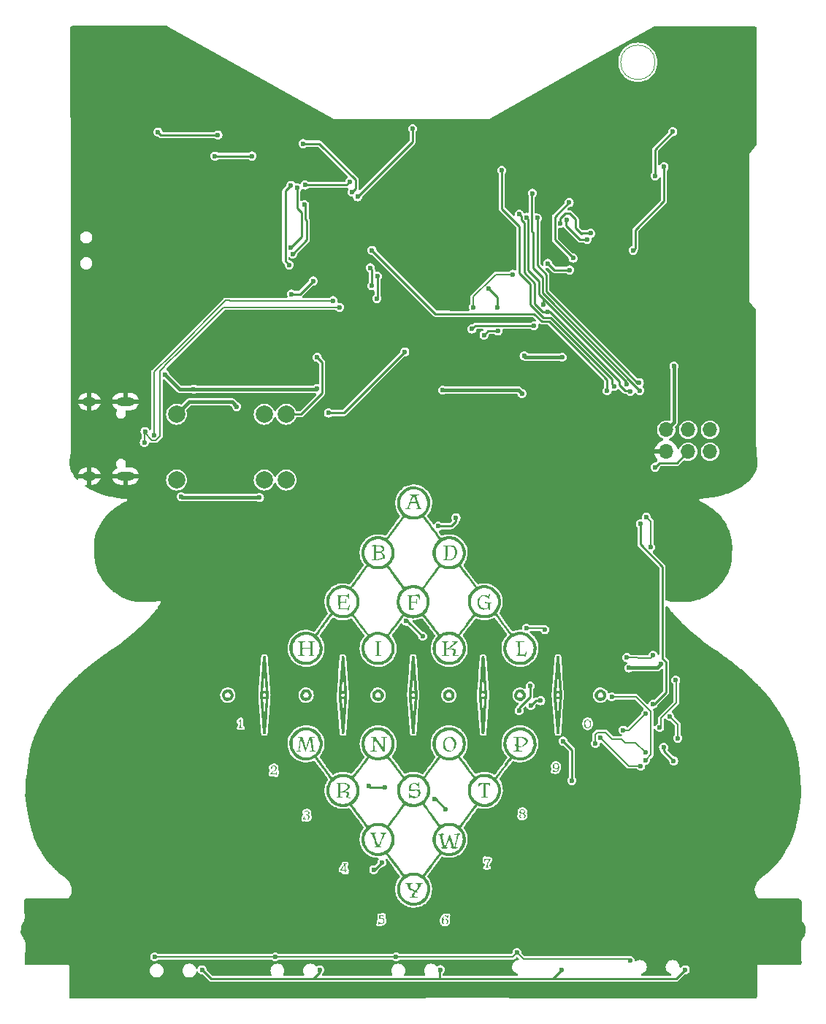
<source format=gbr>
%TF.GenerationSoftware,KiCad,Pcbnew,7.99.0-3134-gf47cc39208*%
%TF.CreationDate,2023-12-05T20:49:35+00:00*%
%TF.ProjectId,hh2024,68683230-3234-42e6-9b69-6361645f7063,rev?*%
%TF.SameCoordinates,Original*%
%TF.FileFunction,Copper,L1,Top*%
%TF.FilePolarity,Positive*%
%FSLAX46Y46*%
G04 Gerber Fmt 4.6, Leading zero omitted, Abs format (unit mm)*
G04 Created by KiCad (PCBNEW 7.99.0-3134-gf47cc39208) date 2023-12-05 20:49:35*
%MOMM*%
%LPD*%
G01*
G04 APERTURE LIST*
%TA.AperFunction,NonConductor*%
%ADD10C,0.100000*%
%TD*%
%TA.AperFunction,EtchedComponent*%
%ADD11C,0.000000*%
%TD*%
%TA.AperFunction,ComponentPad*%
%ADD12C,2.000000*%
%TD*%
%TA.AperFunction,ComponentPad*%
%ADD13O,1.700000X1.700000*%
%TD*%
%TA.AperFunction,ComponentPad*%
%ADD14O,2.100000X1.000000*%
%TD*%
%TA.AperFunction,ComponentPad*%
%ADD15O,1.600000X1.000000*%
%TD*%
%TA.AperFunction,ViaPad*%
%ADD16C,0.600000*%
%TD*%
%TA.AperFunction,ViaPad*%
%ADD17C,4.600000*%
%TD*%
%TA.AperFunction,Conductor*%
%ADD18C,0.200000*%
%TD*%
%TA.AperFunction,Conductor*%
%ADD19C,0.400000*%
%TD*%
%TA.AperFunction,Conductor*%
%ADD20C,0.250000*%
%TD*%
G04 APERTURE END LIST*
D10*
X160017458Y-46800000D02*
G75*
G02*
X160017458Y-46800000I-2000000J0D01*
G01*
D11*
%TA.AperFunction,EtchedComponent*%
%TO.C,G\u002A\u002A\u002A*%
G36*
X112033445Y-123439192D02*
G01*
X112033502Y-123597196D01*
X112034474Y-123717862D01*
X112037563Y-123806216D01*
X112043970Y-123867287D01*
X112054896Y-123906104D01*
X112071544Y-123927694D01*
X112095114Y-123937086D01*
X112126808Y-123939308D01*
X112152942Y-123939290D01*
X112188075Y-123945409D01*
X112193990Y-123957784D01*
X112169879Y-123965406D01*
X112115323Y-123970841D01*
X112040828Y-123974083D01*
X111956900Y-123975130D01*
X111874045Y-123973978D01*
X111802770Y-123970624D01*
X111753581Y-123965062D01*
X111736865Y-123957949D01*
X111755317Y-123943285D01*
X111800512Y-123929367D01*
X111808240Y-123927819D01*
X111879616Y-123914429D01*
X111890086Y-123519061D01*
X111892901Y-123394040D01*
X111894432Y-123284144D01*
X111894662Y-123196168D01*
X111893572Y-123136909D01*
X111891147Y-123113161D01*
X111891129Y-123113140D01*
X111873727Y-123120582D01*
X111844416Y-123153026D01*
X111842562Y-123155508D01*
X111791962Y-123223534D01*
X111760246Y-123263185D01*
X111740986Y-123280068D01*
X111727755Y-123279784D01*
X111714125Y-123267940D01*
X111713886Y-123267704D01*
X111711364Y-123238226D01*
X111734276Y-123190213D01*
X111775347Y-123132064D01*
X111827303Y-123072177D01*
X111882868Y-123018947D01*
X111934770Y-122980773D01*
X111975188Y-122966060D01*
X112033445Y-122964811D01*
X112033445Y-123439192D01*
G37*
%TD.AperFunction*%
%TA.AperFunction,EtchedComponent*%
G36*
X136212679Y-119497356D02*
G01*
X136340152Y-119526012D01*
X136454371Y-119584097D01*
X136551748Y-119661415D01*
X136653813Y-119771798D01*
X136720419Y-119888182D01*
X136756033Y-120020954D01*
X136765285Y-120157888D01*
X136754605Y-120305538D01*
X136718747Y-120429190D01*
X136652622Y-120542148D01*
X136589374Y-120617907D01*
X136486341Y-120711882D01*
X136375499Y-120774051D01*
X136246117Y-120809052D01*
X136120017Y-120820683D01*
X136026172Y-120822522D01*
X135958604Y-120817942D01*
X135901374Y-120804104D01*
X135838541Y-120778170D01*
X135812844Y-120765983D01*
X135674468Y-120677153D01*
X135558423Y-120558208D01*
X135477121Y-120425285D01*
X135443915Y-120315720D01*
X135430237Y-120185552D01*
X135430714Y-120174604D01*
X135779714Y-120174604D01*
X135802482Y-120273850D01*
X135810832Y-120291342D01*
X135878337Y-120382647D01*
X135965737Y-120444663D01*
X136064425Y-120474877D01*
X136165794Y-120470775D01*
X136261237Y-120429844D01*
X136268307Y-120424940D01*
X136354140Y-120341223D01*
X136402762Y-120244240D01*
X136414239Y-120140859D01*
X136388639Y-120037952D01*
X136326027Y-119942389D01*
X136263095Y-119885662D01*
X136190894Y-119852273D01*
X136098833Y-119842568D01*
X135993985Y-119861055D01*
X135904638Y-119911310D01*
X135835803Y-119985526D01*
X135792491Y-120075893D01*
X135779714Y-120174604D01*
X135430714Y-120174604D01*
X135436072Y-120051767D01*
X135461405Y-119931353D01*
X135477621Y-119889363D01*
X135566534Y-119742067D01*
X135681962Y-119627206D01*
X135821244Y-119546583D01*
X135981723Y-119502003D01*
X136060328Y-119494172D01*
X136212679Y-119497356D01*
G37*
%TD.AperFunction*%
%TA.AperFunction,EtchedComponent*%
G36*
X152315745Y-122966998D02*
G01*
X152413434Y-123025970D01*
X152497225Y-123124471D01*
X152529273Y-123180601D01*
X152569141Y-123295313D01*
X152587023Y-123428326D01*
X152582412Y-123563064D01*
X152554802Y-123682948D01*
X152545331Y-123706262D01*
X152483267Y-123804563D01*
X152394600Y-123894846D01*
X152294550Y-123962327D01*
X152269986Y-123973716D01*
X152213413Y-123994506D01*
X152167927Y-123999690D01*
X152115156Y-123989032D01*
X152061218Y-123971021D01*
X151967086Y-123918476D01*
X151885501Y-123837947D01*
X151829340Y-123743135D01*
X151819265Y-123713558D01*
X151808558Y-123653416D01*
X151800556Y-123567402D01*
X151796687Y-123471993D01*
X151796532Y-123451243D01*
X151802068Y-123373846D01*
X151926442Y-123373846D01*
X151929405Y-123474969D01*
X151950870Y-123625675D01*
X151994252Y-123743103D01*
X152062097Y-123831657D01*
X152156951Y-123895743D01*
X152178362Y-123905571D01*
X152266515Y-123926145D01*
X152341914Y-123906418D01*
X152361934Y-123892698D01*
X152391995Y-123849402D01*
X152419955Y-123775369D01*
X152442825Y-123682221D01*
X152457616Y-123581580D01*
X152461622Y-123505011D01*
X152449806Y-123372549D01*
X152416575Y-123256177D01*
X152365995Y-123159882D01*
X152302126Y-123087652D01*
X152229033Y-123043474D01*
X152150778Y-123031334D01*
X152071424Y-123055221D01*
X152031467Y-123082871D01*
X151973838Y-123152727D01*
X151939212Y-123248251D01*
X151926442Y-123373846D01*
X151802068Y-123373846D01*
X151807401Y-123299289D01*
X151841363Y-123179662D01*
X151900121Y-123088116D01*
X151963961Y-123033672D01*
X152088540Y-122970208D01*
X152206624Y-122948197D01*
X152315745Y-122966998D01*
G37*
%TD.AperFunction*%
%TA.AperFunction,EtchedComponent*%
G36*
X119688616Y-119497176D02*
G01*
X119750250Y-119512871D01*
X119821600Y-119541812D01*
X119827209Y-119544321D01*
X119964933Y-119627774D01*
X120081174Y-119741463D01*
X120166594Y-119876076D01*
X120172243Y-119888430D01*
X120209388Y-120015756D01*
X120220459Y-120160214D01*
X120205785Y-120305804D01*
X120165697Y-120436524D01*
X120160719Y-120447295D01*
X120072229Y-120584197D01*
X119950624Y-120697840D01*
X119821639Y-120774085D01*
X119712726Y-120808089D01*
X119582433Y-120823548D01*
X119447725Y-120819933D01*
X119325570Y-120796717D01*
X119305484Y-120790154D01*
X119213614Y-120742447D01*
X119116692Y-120667188D01*
X119026843Y-120575557D01*
X118956193Y-120478731D01*
X118943853Y-120456748D01*
X118915431Y-120397051D01*
X118898303Y-120341470D01*
X118889748Y-120275708D01*
X118887044Y-120185463D01*
X118886963Y-120157888D01*
X119236114Y-120157888D01*
X119254338Y-120269066D01*
X119304082Y-120359910D01*
X119377957Y-120426851D01*
X119468571Y-120466321D01*
X119568534Y-120474749D01*
X119670456Y-120448567D01*
X119744538Y-120403437D01*
X119820364Y-120318949D01*
X119860163Y-120219559D01*
X119863199Y-120113808D01*
X119828737Y-120010238D01*
X119783926Y-119945888D01*
X119699181Y-119876804D01*
X119604201Y-119843255D01*
X119506534Y-119842320D01*
X119413727Y-119871078D01*
X119333329Y-119926608D01*
X119272888Y-120005989D01*
X119239951Y-120106299D01*
X119236114Y-120157888D01*
X118886963Y-120157888D01*
X118888664Y-120059276D01*
X118895553Y-119988777D01*
X118910304Y-119932211D01*
X118935591Y-119875399D01*
X118942914Y-119861308D01*
X119038645Y-119716829D01*
X119154612Y-119609244D01*
X119292845Y-119537272D01*
X119455374Y-119499635D01*
X119525386Y-119494003D01*
X119619421Y-119491847D01*
X119688616Y-119497176D01*
G37*
%TD.AperFunction*%
%TA.AperFunction,EtchedComponent*%
G36*
X128138948Y-113892646D02*
G01*
X128203299Y-113897272D01*
X128238686Y-113905070D01*
X128249022Y-113913487D01*
X128240635Y-113944320D01*
X128192556Y-113971519D01*
X128109660Y-113993165D01*
X128033610Y-114007432D01*
X128020143Y-114180409D01*
X128016450Y-114249492D01*
X128013134Y-114352982D01*
X128010341Y-114482917D01*
X128008217Y-114631335D01*
X128006909Y-114790276D01*
X128006549Y-114919320D01*
X128006353Y-115093142D01*
X128006700Y-115229388D01*
X128008867Y-115332846D01*
X128014127Y-115408302D01*
X128023757Y-115460544D01*
X128039030Y-115494356D01*
X128061223Y-115514528D01*
X128091610Y-115525845D01*
X128131466Y-115533095D01*
X128171685Y-115539292D01*
X128227998Y-115553843D01*
X128254340Y-115572009D01*
X128254778Y-115578460D01*
X128233900Y-115588517D01*
X128177561Y-115595815D01*
X128083721Y-115600493D01*
X127950340Y-115602687D01*
X127893028Y-115602895D01*
X127761454Y-115602563D01*
X127666711Y-115600923D01*
X127603269Y-115597476D01*
X127565599Y-115591724D01*
X127548171Y-115583169D01*
X127545403Y-115571575D01*
X127569650Y-115547189D01*
X127627096Y-115524876D01*
X127657154Y-115517553D01*
X127762803Y-115495217D01*
X127773395Y-115273842D01*
X127776007Y-115187446D01*
X127777449Y-115068199D01*
X127777723Y-114925598D01*
X127776827Y-114769146D01*
X127774762Y-114608342D01*
X127773395Y-114534295D01*
X127762803Y-114016122D01*
X127699250Y-114003069D01*
X127629780Y-113982639D01*
X127573683Y-113955247D01*
X127542930Y-113927276D01*
X127540367Y-113918361D01*
X127553032Y-113897676D01*
X127556256Y-113897080D01*
X127581887Y-113896522D01*
X127642275Y-113895532D01*
X127729809Y-113894224D01*
X127836881Y-113892715D01*
X127905566Y-113891784D01*
X128041186Y-113890910D01*
X128138948Y-113892646D01*
G37*
%TD.AperFunction*%
%TA.AperFunction,EtchedComponent*%
G36*
X110612261Y-119495063D02*
G01*
X110668953Y-119507241D01*
X110728745Y-119530385D01*
X110745411Y-119537896D01*
X110885387Y-119618672D01*
X110993391Y-119720869D01*
X111077548Y-119852215D01*
X111079159Y-119855423D01*
X111113076Y-119929250D01*
X111132639Y-119992969D01*
X111141597Y-120064159D01*
X111143704Y-120157888D01*
X111141487Y-120253392D01*
X111132335Y-120324229D01*
X111112497Y-120387980D01*
X111079159Y-120460354D01*
X110992411Y-120596304D01*
X110880415Y-120702150D01*
X110777685Y-120765306D01*
X110692990Y-120794870D01*
X110582781Y-120813927D01*
X110462810Y-120821569D01*
X110348830Y-120816890D01*
X110256595Y-120798982D01*
X110247564Y-120795837D01*
X110127834Y-120736188D01*
X110017279Y-120653942D01*
X109944476Y-120576659D01*
X109865044Y-120439951D01*
X109820072Y-120289054D01*
X109810952Y-120157888D01*
X110165694Y-120157888D01*
X110183740Y-120271607D01*
X110233495Y-120363510D01*
X110308383Y-120429932D01*
X110401828Y-120467209D01*
X110507255Y-120471675D01*
X110618089Y-120439666D01*
X110645872Y-120425534D01*
X110705551Y-120373684D01*
X110755991Y-120297213D01*
X110789441Y-120211819D01*
X110798148Y-120133200D01*
X110796427Y-120120651D01*
X110755585Y-120007574D01*
X110682565Y-119919164D01*
X110602988Y-119869490D01*
X110493377Y-119841212D01*
X110389295Y-119850736D01*
X110297635Y-119893514D01*
X110225290Y-119965001D01*
X110179155Y-120060650D01*
X110165694Y-120157888D01*
X109810952Y-120157888D01*
X109809159Y-120132093D01*
X109831904Y-119977191D01*
X109887906Y-119832470D01*
X109976764Y-119706053D01*
X109988053Y-119694102D01*
X110086355Y-119605500D01*
X110185171Y-119546626D01*
X110297519Y-119511842D01*
X110436418Y-119495505D01*
X110447864Y-119494887D01*
X110543591Y-119491672D01*
X110612261Y-119495063D01*
G37*
%TD.AperFunction*%
%TA.AperFunction,EtchedComponent*%
G36*
X127985101Y-119495664D02*
G01*
X128078091Y-119508853D01*
X128140224Y-119524308D01*
X128239554Y-119574184D01*
X128341791Y-119652499D01*
X128434639Y-119748144D01*
X128505804Y-119850010D01*
X128510685Y-119859028D01*
X128539045Y-119918213D01*
X128556087Y-119972821D01*
X128564484Y-120037076D01*
X128566910Y-120125199D01*
X128566876Y-120157888D01*
X128564632Y-120257317D01*
X128557126Y-120328872D01*
X128541605Y-120386976D01*
X128515317Y-120446050D01*
X128509828Y-120456748D01*
X128441953Y-120558402D01*
X128350882Y-120655042D01*
X128248986Y-120735465D01*
X128148636Y-120788467D01*
X128140224Y-120791468D01*
X127991601Y-120822854D01*
X127834179Y-120822806D01*
X127683599Y-120792114D01*
X127614513Y-120764933D01*
X127476454Y-120677347D01*
X127360956Y-120559418D01*
X127279366Y-120425285D01*
X127252602Y-120349604D01*
X127238679Y-120262385D01*
X127236604Y-120203722D01*
X127590290Y-120203722D01*
X127600707Y-120250845D01*
X127644750Y-120337725D01*
X127714901Y-120412717D01*
X127797332Y-120461499D01*
X127807381Y-120464908D01*
X127897784Y-120475402D01*
X127996663Y-120460163D01*
X128069975Y-120429553D01*
X128150460Y-120359937D01*
X128199034Y-120272336D01*
X128216954Y-120175125D01*
X128205479Y-120076679D01*
X128165868Y-119985373D01*
X128099379Y-119909582D01*
X128007270Y-119857681D01*
X127982910Y-119850089D01*
X127875187Y-119840520D01*
X127776271Y-119866856D01*
X127692242Y-119922720D01*
X127629181Y-120001737D01*
X127593170Y-120097529D01*
X127590290Y-120203722D01*
X127236604Y-120203722D01*
X127234982Y-120157888D01*
X127239338Y-120046082D01*
X127254136Y-119960274D01*
X127279366Y-119890491D01*
X127366050Y-119747384D01*
X127481015Y-119632331D01*
X127618632Y-119549011D01*
X127773270Y-119501102D01*
X127891431Y-119490599D01*
X127985101Y-119495664D01*
G37*
%TD.AperFunction*%
%TA.AperFunction,EtchedComponent*%
G36*
X153766419Y-119495664D02*
G01*
X153859409Y-119508853D01*
X153921542Y-119524308D01*
X154020924Y-119574212D01*
X154123165Y-119652551D01*
X154215955Y-119748197D01*
X154286984Y-119850025D01*
X154291845Y-119859028D01*
X154320266Y-119918726D01*
X154337394Y-119974306D01*
X154345949Y-120040069D01*
X154348654Y-120130314D01*
X154348735Y-120157888D01*
X154347051Y-120256342D01*
X154340187Y-120326797D01*
X154325419Y-120383555D01*
X154300027Y-120440915D01*
X154291845Y-120456748D01*
X154223354Y-120558587D01*
X154132004Y-120655236D01*
X154030107Y-120735570D01*
X153929969Y-120788461D01*
X153921542Y-120791468D01*
X153772919Y-120822854D01*
X153615496Y-120822806D01*
X153464917Y-120792114D01*
X153395830Y-120764933D01*
X153257772Y-120677347D01*
X153142274Y-120559418D01*
X153060684Y-120425285D01*
X153033919Y-120349604D01*
X153019997Y-120262385D01*
X153017929Y-120203934D01*
X153371620Y-120203934D01*
X153382024Y-120250845D01*
X153426068Y-120337725D01*
X153496219Y-120412717D01*
X153578650Y-120461499D01*
X153588699Y-120464908D01*
X153679102Y-120475402D01*
X153777981Y-120460163D01*
X153851293Y-120429553D01*
X153932168Y-120359724D01*
X153981047Y-120271990D01*
X153999170Y-120174720D01*
X153987778Y-120076286D01*
X153948111Y-119985056D01*
X153881412Y-119909401D01*
X153788920Y-119857691D01*
X153765443Y-119850416D01*
X153657173Y-119840680D01*
X153557854Y-119866869D01*
X153473562Y-119922635D01*
X153410374Y-120001633D01*
X153374368Y-120097514D01*
X153371620Y-120203934D01*
X153017929Y-120203934D01*
X153016300Y-120157888D01*
X153020656Y-120046082D01*
X153035454Y-119960274D01*
X153060684Y-119890491D01*
X153147368Y-119747384D01*
X153262333Y-119632331D01*
X153399949Y-119549011D01*
X153554588Y-119501102D01*
X153672749Y-119490599D01*
X153766419Y-119495664D01*
G37*
%TD.AperFunction*%
%TA.AperFunction,EtchedComponent*%
G36*
X144485989Y-119495063D02*
G01*
X144542681Y-119507241D01*
X144602473Y-119530385D01*
X144619139Y-119537896D01*
X144758298Y-119618066D01*
X144865746Y-119719539D01*
X144950096Y-119850605D01*
X144955797Y-119861994D01*
X144992885Y-119944732D01*
X145013100Y-120015511D01*
X145021166Y-120095196D01*
X145022139Y-120155013D01*
X145003148Y-120326970D01*
X144947143Y-120479421D01*
X144855578Y-120609983D01*
X144729907Y-120716274D01*
X144652591Y-120760649D01*
X144574891Y-120796042D01*
X144507973Y-120815525D01*
X144432298Y-120823387D01*
X144362630Y-120824265D01*
X144271175Y-120819908D01*
X144184866Y-120809365D01*
X144122126Y-120794900D01*
X144121292Y-120794606D01*
X144052314Y-120763690D01*
X143977235Y-120721124D01*
X143955270Y-120706640D01*
X143841239Y-120603361D01*
X143757637Y-120477129D01*
X143705010Y-120335022D01*
X143683901Y-120184119D01*
X143687857Y-120129002D01*
X144042760Y-120129002D01*
X144049744Y-120232279D01*
X144087350Y-120328987D01*
X144096677Y-120343630D01*
X144129689Y-120390944D01*
X144151180Y-120419365D01*
X144154934Y-120423011D01*
X144175655Y-120429722D01*
X144222317Y-120446199D01*
X144244204Y-120454103D01*
X144352858Y-120473853D01*
X144462842Y-120452985D01*
X144512634Y-120431053D01*
X144590606Y-120369184D01*
X144642948Y-120282802D01*
X144667137Y-120182905D01*
X144660655Y-120080492D01*
X144620980Y-119986560D01*
X144616125Y-119979500D01*
X144534520Y-119898145D01*
X144434890Y-119852615D01*
X144323998Y-119844377D01*
X144208607Y-119874895D01*
X144185010Y-119886072D01*
X144112445Y-119945268D01*
X144064344Y-120029788D01*
X144042760Y-120129002D01*
X143687857Y-120129002D01*
X143694854Y-120031497D01*
X143738413Y-119884236D01*
X143815123Y-119749414D01*
X143876262Y-119678457D01*
X143972536Y-119595552D01*
X144072431Y-119540678D01*
X144188498Y-119508663D01*
X144321592Y-119494887D01*
X144417319Y-119491672D01*
X144485989Y-119495063D01*
G37*
%TD.AperFunction*%
%TA.AperFunction,EtchedComponent*%
G36*
X140309427Y-139061253D02*
G01*
X140314513Y-139083812D01*
X140318373Y-139108222D01*
X140333853Y-139125791D01*
X140366805Y-139137617D01*
X140423078Y-139144795D01*
X140508522Y-139148422D01*
X140628987Y-139149594D01*
X140665786Y-139149631D01*
X140784040Y-139150432D01*
X140865769Y-139153236D01*
X140916797Y-139158649D01*
X140942944Y-139167277D01*
X140950042Y-139179182D01*
X140938279Y-139208308D01*
X140906677Y-139262293D01*
X140860771Y-139332066D01*
X140830530Y-139375137D01*
X140751214Y-139488734D01*
X140694483Y-139579404D01*
X140655799Y-139656770D01*
X140630625Y-139730454D01*
X140614420Y-139810076D01*
X140609759Y-139843203D01*
X140596473Y-139950763D01*
X140590606Y-140023691D01*
X140593898Y-140069345D01*
X140608090Y-140095079D01*
X140634920Y-140108250D01*
X140674261Y-140115914D01*
X140724400Y-140127701D01*
X140748683Y-140141028D01*
X140748818Y-140145251D01*
X140725245Y-140151942D01*
X140671080Y-140156611D01*
X140596854Y-140159284D01*
X140513100Y-140159984D01*
X140430350Y-140158738D01*
X140359137Y-140155571D01*
X140309994Y-140150507D01*
X140293328Y-140144167D01*
X140311767Y-140130432D01*
X140356916Y-140116983D01*
X140364497Y-140115474D01*
X140404060Y-140105898D01*
X140426717Y-140088692D01*
X140439050Y-140052878D01*
X140447640Y-139987479D01*
X140449003Y-139974532D01*
X140469547Y-139871852D01*
X140512624Y-139749410D01*
X140579922Y-139603095D01*
X140673133Y-139428792D01*
X140673921Y-139427392D01*
X140708832Y-139355108D01*
X140732176Y-139287067D01*
X140738199Y-139249513D01*
X140738199Y-139185783D01*
X140578684Y-139199267D01*
X140458731Y-139214188D01*
X140374701Y-139237527D01*
X140320447Y-139272642D01*
X140289828Y-139322888D01*
X140280132Y-139362396D01*
X140263485Y-139428025D01*
X140241298Y-139463111D01*
X140217307Y-139461924D01*
X140216019Y-139460701D01*
X140213812Y-139436312D01*
X140216798Y-139379650D01*
X140224314Y-139300405D01*
X140230636Y-139246737D01*
X140245657Y-139143774D01*
X140260410Y-139078907D01*
X140276042Y-139047885D01*
X140285352Y-139043710D01*
X140309427Y-139061253D01*
G37*
%TD.AperFunction*%
%TA.AperFunction,EtchedComponent*%
G36*
X136400677Y-124987789D02*
G01*
X136546019Y-125042918D01*
X136672597Y-125135994D01*
X136780451Y-125267049D01*
X136869621Y-125436114D01*
X136892538Y-125493723D01*
X136946613Y-125692390D01*
X136959766Y-125883984D01*
X136933259Y-126065388D01*
X136868354Y-126233485D01*
X136766312Y-126385156D01*
X136628395Y-126517285D01*
X136455864Y-126626753D01*
X136428498Y-126640343D01*
X136270846Y-126697801D01*
X136117698Y-126714762D01*
X135962991Y-126691761D01*
X135935418Y-126683702D01*
X135774564Y-126612925D01*
X135640237Y-126510810D01*
X135535704Y-126380460D01*
X135469822Y-126241639D01*
X135452995Y-126182744D01*
X135441634Y-126113740D01*
X135434883Y-126025499D01*
X135431886Y-125908890D01*
X135431527Y-125833115D01*
X135431527Y-125761141D01*
X135664554Y-125761141D01*
X135669661Y-125947154D01*
X135686635Y-126097900D01*
X135717959Y-126219427D01*
X135766114Y-126317784D01*
X135833581Y-126399020D01*
X135922842Y-126469184D01*
X135966035Y-126495992D01*
X136101066Y-126564791D01*
X136217308Y-126600032D01*
X136320840Y-126602460D01*
X136417740Y-126572820D01*
X136450561Y-126555391D01*
X136511465Y-126511149D01*
X136560412Y-126452250D01*
X136607071Y-126368481D01*
X136675925Y-126192815D01*
X136712745Y-126016180D01*
X136719448Y-125843046D01*
X136697949Y-125677884D01*
X136650162Y-125525166D01*
X136578002Y-125389361D01*
X136483385Y-125274940D01*
X136368225Y-125186374D01*
X136234439Y-125128134D01*
X136083939Y-125104690D01*
X136065605Y-125104427D01*
X135964298Y-125123945D01*
X135864734Y-125177632D01*
X135777345Y-125258189D01*
X135717515Y-125348047D01*
X135696571Y-125392855D01*
X135682000Y-125435183D01*
X135672659Y-125483965D01*
X135667401Y-125548134D01*
X135665081Y-125636624D01*
X135664554Y-125758370D01*
X135664554Y-125761141D01*
X135431527Y-125761141D01*
X135431527Y-125534364D01*
X135505672Y-125388245D01*
X135553053Y-125302995D01*
X135600406Y-125241802D01*
X135661715Y-125188738D01*
X135711395Y-125153922D01*
X135875767Y-125058209D01*
X136032013Y-124998665D01*
X136188415Y-124972399D01*
X136236531Y-124970576D01*
X136400677Y-124987789D01*
G37*
%TD.AperFunction*%
%TA.AperFunction,EtchedComponent*%
G36*
X119726216Y-133554730D02*
G01*
X119732306Y-133556096D01*
X119837872Y-133595940D01*
X119907990Y-133655364D01*
X119941121Y-133729511D01*
X119935725Y-133813529D01*
X119890261Y-133902563D01*
X119855359Y-133943982D01*
X119799402Y-134002637D01*
X119876334Y-134066051D01*
X119951194Y-134149249D01*
X119986780Y-134241133D01*
X119981651Y-134337623D01*
X119977387Y-134351921D01*
X119921708Y-134461472D01*
X119836945Y-134540231D01*
X119739103Y-134584062D01*
X119659736Y-134605389D01*
X119602654Y-134612717D01*
X119550449Y-134606873D01*
X119506511Y-134595093D01*
X119449185Y-134571916D01*
X119384497Y-134537933D01*
X119375792Y-134532674D01*
X119303033Y-134487706D01*
X119270061Y-134534780D01*
X119240135Y-134568664D01*
X119225484Y-134563202D01*
X119226129Y-134518581D01*
X119242092Y-134434981D01*
X119252666Y-134391090D01*
X119276852Y-134308071D01*
X119300699Y-134248468D01*
X119321387Y-134216548D01*
X119336101Y-134216583D01*
X119342021Y-134252840D01*
X119342035Y-134255681D01*
X119359892Y-134329978D01*
X119406526Y-134408292D01*
X119471537Y-134478517D01*
X119544521Y-134528543D01*
X119589950Y-134544245D01*
X119671144Y-134544670D01*
X119745016Y-134519706D01*
X119797670Y-134475141D01*
X119809873Y-134452617D01*
X119821470Y-134400918D01*
X119828405Y-134329081D01*
X119829275Y-134295413D01*
X119824639Y-134223171D01*
X119806041Y-134173313D01*
X119768909Y-134128876D01*
X119708324Y-134084618D01*
X119639583Y-134055839D01*
X119631211Y-134054003D01*
X119573218Y-134035826D01*
X119555582Y-134013857D01*
X119577139Y-133992725D01*
X119636723Y-133977058D01*
X119651050Y-133975215D01*
X119726205Y-133962123D01*
X119769677Y-133937094D01*
X119792134Y-133889525D01*
X119802534Y-133824629D01*
X119805975Y-133760343D01*
X119793294Y-133716641D01*
X119757545Y-133672746D01*
X119748808Y-133663904D01*
X119678597Y-133614946D01*
X119604513Y-133597214D01*
X119536288Y-133609325D01*
X119483655Y-133649899D01*
X119458588Y-133705085D01*
X119446993Y-133751511D01*
X119430987Y-133765493D01*
X119395957Y-133753860D01*
X119374809Y-133744229D01*
X119332395Y-133720168D01*
X119325955Y-133695994D01*
X119354778Y-133660836D01*
X119368516Y-133648048D01*
X119475047Y-133578375D01*
X119596599Y-133546683D01*
X119726216Y-133554730D01*
G37*
%TD.AperFunction*%
%TA.AperFunction,EtchedComponent*%
G36*
X144716704Y-133378971D02*
G01*
X144809605Y-133406472D01*
X144885030Y-133462715D01*
X144943461Y-133544476D01*
X144959899Y-133631123D01*
X144934345Y-133722939D01*
X144887430Y-133795609D01*
X144824270Y-133875365D01*
X144889835Y-133930535D01*
X144964848Y-134011504D01*
X145004422Y-134095827D01*
X145006388Y-134173370D01*
X144973657Y-134249221D01*
X144915454Y-134324722D01*
X144845356Y-134383084D01*
X144829545Y-134392029D01*
X144749017Y-134418657D01*
X144646437Y-134432740D01*
X144540692Y-134432647D01*
X144472936Y-134422825D01*
X144384238Y-134384419D01*
X144314237Y-134320028D01*
X144269787Y-134239488D01*
X144257739Y-134152634D01*
X144260459Y-134135688D01*
X144392824Y-134135688D01*
X144397212Y-134214088D01*
X144438009Y-134285099D01*
X144509324Y-134338919D01*
X144517187Y-134342652D01*
X144622648Y-134377566D01*
X144707849Y-134376544D01*
X144775138Y-134339483D01*
X144783755Y-134330890D01*
X144825636Y-134258748D01*
X144843086Y-134172193D01*
X144846897Y-134109271D01*
X144838794Y-134066400D01*
X144812133Y-134026562D01*
X144768390Y-133980843D01*
X144711917Y-133929695D01*
X144664875Y-133904141D01*
X144610941Y-133896128D01*
X144596238Y-133895920D01*
X144510758Y-133909707D01*
X144467178Y-133937750D01*
X144443082Y-133966275D01*
X144425353Y-134002190D01*
X144409569Y-134057271D01*
X144392824Y-134135688D01*
X144260459Y-134135688D01*
X144262788Y-134121174D01*
X144281556Y-134076413D01*
X144316715Y-134013735D01*
X144347206Y-133966605D01*
X144419039Y-133862178D01*
X144358102Y-133793978D01*
X144308308Y-133713192D01*
X144295992Y-133630879D01*
X144301553Y-133609807D01*
X144448038Y-133609807D01*
X144459242Y-133701260D01*
X144490750Y-133757130D01*
X144557834Y-133818543D01*
X144632557Y-133848855D01*
X144705187Y-133846083D01*
X144762038Y-133812364D01*
X144799554Y-133751249D01*
X144820961Y-133669294D01*
X144821722Y-133586420D01*
X144817944Y-133567045D01*
X144784402Y-133511332D01*
X144721448Y-133465093D01*
X144642000Y-133436010D01*
X144587368Y-133429944D01*
X144531672Y-133434638D01*
X144499923Y-133456805D01*
X144476151Y-133503330D01*
X144448038Y-133609807D01*
X144301553Y-133609807D01*
X144316781Y-133552101D01*
X144366300Y-133481919D01*
X144440175Y-133425398D01*
X144534031Y-133387598D01*
X144643495Y-133373583D01*
X144716704Y-133378971D01*
G37*
%TD.AperFunction*%
%TA.AperFunction,EtchedComponent*%
G36*
X115927354Y-128312280D02*
G01*
X116025546Y-128346482D01*
X116094671Y-128411107D01*
X116133897Y-128505452D01*
X116143203Y-128598286D01*
X116139969Y-128664068D01*
X116125296Y-128712526D01*
X116091730Y-128761118D01*
X116056916Y-128800319D01*
X115991063Y-128859711D01*
X115905968Y-128920661D01*
X115831677Y-128963753D01*
X115738107Y-129016221D01*
X115677244Y-129066525D01*
X115640962Y-129123803D01*
X115621136Y-129197196D01*
X115620451Y-129201327D01*
X115608060Y-129277686D01*
X115711453Y-129265351D01*
X115847961Y-129246966D01*
X115955836Y-129228061D01*
X116030536Y-129209567D01*
X116067521Y-129192417D01*
X116067704Y-129192237D01*
X116086002Y-129159123D01*
X116105439Y-129102624D01*
X116111053Y-129081286D01*
X116136397Y-129013412D01*
X116170681Y-128984946D01*
X116172775Y-128984494D01*
X116201149Y-128985926D01*
X116198124Y-129013107D01*
X116196935Y-129016082D01*
X116186339Y-129053642D01*
X116171409Y-129121267D01*
X116154653Y-129207211D01*
X116146743Y-129251258D01*
X116128258Y-129344439D01*
X116110754Y-129410238D01*
X116095804Y-129445280D01*
X116084981Y-129446190D01*
X116079857Y-129409594D01*
X116079650Y-129395212D01*
X116071774Y-129364057D01*
X116045029Y-129342007D01*
X115994736Y-129328323D01*
X115916217Y-129322266D01*
X115804796Y-129323095D01*
X115664465Y-129329574D01*
X115551282Y-129335857D01*
X115474563Y-129337593D01*
X115428439Y-129331907D01*
X115407038Y-129315925D01*
X115404489Y-129286772D01*
X115414923Y-129241574D01*
X115423328Y-129211504D01*
X115460229Y-129130805D01*
X115526393Y-129057932D01*
X115626844Y-128988113D01*
X115700355Y-128948362D01*
X115824549Y-128879291D01*
X115912433Y-128814197D01*
X115969210Y-128748581D01*
X115995597Y-128693095D01*
X116011572Y-128589596D01*
X115990721Y-128499380D01*
X115936864Y-128428711D01*
X115853822Y-128383852D01*
X115800223Y-128372787D01*
X115720449Y-128376269D01*
X115665472Y-128410043D01*
X115631736Y-128477533D01*
X115618767Y-128547441D01*
X115603164Y-128620816D01*
X115572788Y-128666211D01*
X115556631Y-128678556D01*
X115510481Y-128698140D01*
X115479085Y-128682601D01*
X115457740Y-128628799D01*
X115453576Y-128609770D01*
X115454597Y-128546612D01*
X115487030Y-128478825D01*
X115490323Y-128473879D01*
X115569173Y-128389027D01*
X115672470Y-128334838D01*
X115800926Y-128309202D01*
X115927354Y-128312280D01*
G37*
%TD.AperFunction*%
%TA.AperFunction,EtchedComponent*%
G36*
X124273789Y-139670289D02*
G01*
X124274648Y-139687238D01*
X124236800Y-139709893D01*
X124214429Y-139718434D01*
X124150876Y-139740588D01*
X124150876Y-140080640D01*
X124150876Y-140420691D01*
X124223771Y-140420691D01*
X124282276Y-140426631D01*
X124306978Y-140440362D01*
X124295551Y-140455751D01*
X124245670Y-140466667D01*
X124241353Y-140467050D01*
X124188484Y-140475008D01*
X124164302Y-140495274D01*
X124155126Y-140540234D01*
X124154601Y-140545575D01*
X124159651Y-140609586D01*
X124193230Y-140643845D01*
X124252752Y-140653394D01*
X124285855Y-140660217D01*
X124290110Y-140672418D01*
X124265739Y-140680552D01*
X124211997Y-140685872D01*
X124140203Y-140688453D01*
X124061679Y-140688370D01*
X123987744Y-140685696D01*
X123929719Y-140680507D01*
X123898922Y-140672878D01*
X123896664Y-140669821D01*
X123914975Y-140654222D01*
X123959244Y-140640152D01*
X123961325Y-140639727D01*
X124004049Y-140626929D01*
X124020255Y-140602290D01*
X124019639Y-140550913D01*
X124019582Y-140550223D01*
X124013178Y-140473651D01*
X123780151Y-140472324D01*
X123547123Y-140470997D01*
X123552249Y-140388887D01*
X123555407Y-140367049D01*
X123727190Y-140367049D01*
X123729312Y-140395145D01*
X123741855Y-140411185D01*
X123774086Y-140418545D01*
X123835271Y-140420598D01*
X123874464Y-140420691D01*
X124021738Y-140420691D01*
X124019418Y-140145295D01*
X124017384Y-140042845D01*
X124013464Y-139957677D01*
X124008187Y-139897656D01*
X124002082Y-139870649D01*
X124000877Y-139869898D01*
X123981301Y-139886732D01*
X123946540Y-139931166D01*
X123902582Y-139994104D01*
X123855415Y-140066447D01*
X123811025Y-140139096D01*
X123775401Y-140202953D01*
X123758809Y-140237733D01*
X123737548Y-140302642D01*
X123727345Y-140361356D01*
X123727190Y-140367049D01*
X123555407Y-140367049D01*
X123559013Y-140342107D01*
X123575782Y-140293934D01*
X123606265Y-140238604D01*
X123654167Y-140170353D01*
X123723196Y-140083417D01*
X123817057Y-139972032D01*
X123830152Y-139956765D01*
X123894519Y-139879468D01*
X123945965Y-139813146D01*
X123979543Y-139764517D01*
X123990305Y-139740301D01*
X123990037Y-139739626D01*
X123961916Y-139724377D01*
X123939033Y-139721608D01*
X123899001Y-139711590D01*
X123886072Y-139700424D01*
X123895881Y-139686715D01*
X123941303Y-139679638D01*
X123964263Y-139679055D01*
X124042461Y-139676194D01*
X124132576Y-139669200D01*
X124166764Y-139665512D01*
X124236927Y-139662047D01*
X124273789Y-139670289D01*
G37*
%TD.AperFunction*%
%TA.AperFunction,EtchedComponent*%
G36*
X136047771Y-145667247D02*
G01*
X136044761Y-145703061D01*
X136035436Y-145747527D01*
X136022197Y-145819600D01*
X136007646Y-145905019D01*
X136005171Y-145920200D01*
X135991608Y-146001329D01*
X135982323Y-146044886D01*
X135975199Y-146055184D01*
X135968120Y-146036533D01*
X135961986Y-146008204D01*
X135925838Y-145926424D01*
X135858071Y-145853009D01*
X135769400Y-145798134D01*
X135723390Y-145781597D01*
X135646070Y-145763599D01*
X135595172Y-145763119D01*
X135557971Y-145781479D01*
X135538081Y-145800809D01*
X135519770Y-145832151D01*
X135496373Y-145886666D01*
X135471674Y-145953180D01*
X135449455Y-146020518D01*
X135433498Y-146077506D01*
X135427587Y-146112970D01*
X135430281Y-146119273D01*
X135452141Y-146111916D01*
X135498184Y-146093633D01*
X135512996Y-146087496D01*
X135623928Y-146060085D01*
X135739349Y-146063670D01*
X135848227Y-146095357D01*
X135939533Y-146152247D01*
X135992112Y-146213310D01*
X136028123Y-146309096D01*
X136030857Y-146414974D01*
X136003213Y-146518988D01*
X135948093Y-146609179D01*
X135882352Y-146665711D01*
X135782086Y-146706330D01*
X135665652Y-146722770D01*
X135552951Y-146713035D01*
X135516264Y-146702429D01*
X135426524Y-146654397D01*
X135360214Y-146580481D01*
X135311703Y-146473901D01*
X135302881Y-146445467D01*
X135293724Y-146390632D01*
X135460245Y-146390632D01*
X135471688Y-146499058D01*
X135512856Y-146578968D01*
X135585637Y-146633786D01*
X135597304Y-146639154D01*
X135691282Y-146667030D01*
X135765010Y-146659075D01*
X135820825Y-146615613D01*
X135857375Y-146544016D01*
X135879200Y-146450587D01*
X135882794Y-146354351D01*
X135876811Y-146311817D01*
X135852154Y-146253928D01*
X135809460Y-146193976D01*
X135798924Y-146182757D01*
X135743019Y-146138173D01*
X135682250Y-146120842D01*
X135645024Y-146119273D01*
X135568257Y-146129541D01*
X135514636Y-146163543D01*
X135480895Y-146226075D01*
X135463768Y-146321936D01*
X135460245Y-146390632D01*
X135293724Y-146390632D01*
X135279843Y-146307506D01*
X135285996Y-146165199D01*
X135318323Y-146027183D01*
X135373808Y-145902092D01*
X135449436Y-145798563D01*
X135542191Y-145725232D01*
X135557094Y-145717516D01*
X135624631Y-145690861D01*
X135687197Y-145675715D01*
X135704071Y-145674402D01*
X135775920Y-145688131D01*
X135858041Y-145723657D01*
X135931082Y-145772488D01*
X135934654Y-145775569D01*
X135962475Y-145795955D01*
X135971172Y-145783025D01*
X135971727Y-145764155D01*
X135981356Y-145697396D01*
X136007518Y-145659148D01*
X136027358Y-145653218D01*
X136047771Y-145667247D01*
G37*
%TD.AperFunction*%
%TA.AperFunction,EtchedComponent*%
G36*
X144414659Y-113908145D02*
G01*
X144533565Y-113910557D01*
X144641057Y-113914377D01*
X144729683Y-113919543D01*
X144791994Y-113925990D01*
X144820538Y-113933653D01*
X144821453Y-113934924D01*
X144812672Y-113961236D01*
X144766197Y-113983126D01*
X144680505Y-114001054D01*
X144554556Y-114015438D01*
X144381902Y-114030499D01*
X144380527Y-114213126D01*
X144379412Y-114287984D01*
X144377053Y-114396278D01*
X144373681Y-114529102D01*
X144369528Y-114677549D01*
X144364827Y-114832714D01*
X144362534Y-114904177D01*
X144358267Y-115047689D01*
X144355206Y-115177722D01*
X144353431Y-115288084D01*
X144353023Y-115372583D01*
X144354063Y-115425027D01*
X144355584Y-115439081D01*
X144373488Y-115451022D01*
X144419914Y-115459134D01*
X144499253Y-115463834D01*
X144615897Y-115465538D01*
X144634801Y-115465561D01*
X144751887Y-115465382D01*
X144834186Y-115461572D01*
X144889257Y-115449224D01*
X144924663Y-115423432D01*
X144947964Y-115379287D01*
X144966722Y-115311884D01*
X144983187Y-115239464D01*
X145000909Y-115167381D01*
X145017175Y-115111123D01*
X145027014Y-115085877D01*
X145060512Y-115065155D01*
X145104482Y-115068180D01*
X145135902Y-115092807D01*
X145137385Y-115096161D01*
X145137845Y-115132511D01*
X145126514Y-115197665D01*
X145106142Y-115282635D01*
X145079480Y-115378438D01*
X145049280Y-115476086D01*
X145018294Y-115566594D01*
X144989271Y-115640975D01*
X144964964Y-115690245D01*
X144950815Y-115705528D01*
X144917179Y-115697092D01*
X144902681Y-115666296D01*
X144893237Y-115642557D01*
X144873461Y-115626782D01*
X144834606Y-115616133D01*
X144767923Y-115607773D01*
X144705038Y-115602182D01*
X144610850Y-115597163D01*
X144489675Y-115594803D01*
X144356814Y-115595210D01*
X144227574Y-115598496D01*
X144221765Y-115598727D01*
X144112063Y-115601909D01*
X144016442Y-115602346D01*
X143943420Y-115600172D01*
X143901512Y-115595521D01*
X143896122Y-115593570D01*
X143873297Y-115565909D01*
X143889538Y-115538401D01*
X143941621Y-115513721D01*
X144012850Y-115496756D01*
X144138282Y-115474991D01*
X144145118Y-115200176D01*
X144146539Y-115089789D01*
X144146348Y-114949452D01*
X144144674Y-114791549D01*
X144141647Y-114628462D01*
X144137553Y-114477419D01*
X144123152Y-114029477D01*
X143987723Y-114014974D01*
X143901788Y-114000267D01*
X143856848Y-113979109D01*
X143853264Y-113951792D01*
X143878774Y-113926840D01*
X143909697Y-113919456D01*
X143973911Y-113913865D01*
X144063965Y-113910002D01*
X144172408Y-113907804D01*
X144291790Y-113907206D01*
X144414659Y-113908145D01*
G37*
%TD.AperFunction*%
%TA.AperFunction,EtchedComponent*%
G36*
X148620221Y-128039392D02*
G01*
X148707305Y-128065088D01*
X148742996Y-128085031D01*
X148817848Y-128164948D01*
X148868406Y-128275344D01*
X148892366Y-128410484D01*
X148894044Y-128461335D01*
X148888739Y-128586989D01*
X148869905Y-128688786D01*
X148832822Y-128784314D01*
X148783331Y-128873880D01*
X148711373Y-128965590D01*
X148625344Y-129032285D01*
X148533673Y-129069675D01*
X148444787Y-129073470D01*
X148409998Y-129063891D01*
X148356388Y-129037241D01*
X148301685Y-129002829D01*
X148252059Y-128975592D01*
X148224787Y-128982863D01*
X148216268Y-129025665D01*
X148216264Y-129027057D01*
X148199664Y-129060146D01*
X148178550Y-129065895D01*
X148160390Y-129063255D01*
X148151771Y-129049745D01*
X148152417Y-129016976D01*
X148162053Y-128956561D01*
X148173042Y-128898312D01*
X148189719Y-128822163D01*
X148205806Y-128766731D01*
X148218512Y-128741126D01*
X148221348Y-128740680D01*
X148235231Y-128767793D01*
X148237448Y-128788056D01*
X148256614Y-128837332D01*
X148307954Y-128888908D01*
X148382229Y-128936132D01*
X148470203Y-128972350D01*
X148507034Y-128982236D01*
X148580751Y-128983048D01*
X148641599Y-128947974D01*
X148691052Y-128875317D01*
X148730584Y-128763377D01*
X148743361Y-128709961D01*
X148752340Y-128657128D01*
X148752414Y-128628292D01*
X148749163Y-128626341D01*
X148650853Y-128673211D01*
X148568655Y-128695595D01*
X148487031Y-128697176D01*
X148462112Y-128694385D01*
X148340227Y-128670057D01*
X148253108Y-128631340D01*
X148194086Y-128572691D01*
X148156493Y-128488567D01*
X148142385Y-128428641D01*
X148143981Y-128342329D01*
X148303444Y-128342329D01*
X148309018Y-128434193D01*
X148328509Y-128512588D01*
X148355946Y-128558278D01*
X148406946Y-128590165D01*
X148478675Y-128613794D01*
X148553406Y-128625300D01*
X148613410Y-128620820D01*
X148624062Y-128616734D01*
X148662314Y-128586039D01*
X148697521Y-128542817D01*
X148724494Y-128470995D01*
X148734571Y-128366955D01*
X148734594Y-128363951D01*
X148732428Y-128290086D01*
X148720889Y-128241385D01*
X148693954Y-128200774D01*
X148666956Y-128172246D01*
X148618910Y-128130336D01*
X148571979Y-128109824D01*
X148506813Y-128103263D01*
X148486890Y-128102941D01*
X148420563Y-128104313D01*
X148381972Y-128114599D01*
X148356521Y-128140924D01*
X148336929Y-128176154D01*
X148312507Y-128251485D01*
X148303444Y-128342329D01*
X148143981Y-128342329D01*
X148144173Y-128331974D01*
X148179417Y-128234191D01*
X148240798Y-128145681D01*
X148320996Y-128076833D01*
X148412692Y-128038037D01*
X148418386Y-128036894D01*
X148518344Y-128029168D01*
X148620221Y-128039392D01*
G37*
%TD.AperFunction*%
%TA.AperFunction,EtchedComponent*%
G36*
X128551831Y-145600872D02*
G01*
X128549383Y-145637330D01*
X128541517Y-145687558D01*
X128536846Y-145757493D01*
X128536320Y-145785620D01*
X128531229Y-145847470D01*
X128519309Y-145881116D01*
X128504945Y-145882488D01*
X128492524Y-145847515D01*
X128489773Y-145828826D01*
X128475081Y-145787263D01*
X128438183Y-145760475D01*
X128372368Y-145745632D01*
X128279294Y-145740067D01*
X128219429Y-145740455D01*
X128188996Y-145751024D01*
X128175075Y-145780778D01*
X128168310Y-145817396D01*
X128159214Y-145888834D01*
X128154978Y-145954280D01*
X128154946Y-145957742D01*
X128157890Y-145998212D01*
X128175591Y-146010256D01*
X128220693Y-146001874D01*
X128223562Y-146001147D01*
X128319961Y-145986404D01*
X128418502Y-145987297D01*
X128503446Y-146002816D01*
X128546392Y-146021844D01*
X128597635Y-146070025D01*
X128627830Y-146137654D01*
X128639351Y-146232333D01*
X128637814Y-146314518D01*
X128630840Y-146396564D01*
X128617559Y-146451183D01*
X128592958Y-146493295D01*
X128568340Y-146521218D01*
X128499273Y-146578842D01*
X128412793Y-146631031D01*
X128323593Y-146670432D01*
X128246366Y-146689696D01*
X128229994Y-146690499D01*
X128163293Y-146679587D01*
X128112344Y-146659473D01*
X128054994Y-146633140D01*
X128019062Y-146637600D01*
X127994320Y-146675475D01*
X127988413Y-146691249D01*
X127966128Y-146735345D01*
X127942634Y-146754759D01*
X127941705Y-146754802D01*
X127926274Y-146739561D01*
X127928788Y-146724481D01*
X127935754Y-146690362D01*
X127944173Y-146625901D01*
X127952561Y-146543022D01*
X127955152Y-146512638D01*
X127965069Y-146417072D01*
X127976797Y-146358951D01*
X127991517Y-146333353D01*
X127998744Y-146331116D01*
X128020593Y-146350627D01*
X128027607Y-146402825D01*
X128038239Y-146460199D01*
X128074297Y-146504372D01*
X128142026Y-146540815D01*
X128212582Y-146564944D01*
X128313181Y-146579927D01*
X128392223Y-146558688D01*
X128449062Y-146501851D01*
X128483049Y-146410044D01*
X128493583Y-146293081D01*
X128491154Y-146214857D01*
X128480917Y-146164174D01*
X128458614Y-146126354D01*
X128439091Y-146105144D01*
X128395023Y-146069317D01*
X128349571Y-146058899D01*
X128301393Y-146063739D01*
X128220797Y-146076514D01*
X128139835Y-146089361D01*
X128136651Y-146089867D01*
X128083424Y-146095855D01*
X128057530Y-146085507D01*
X128044696Y-146050499D01*
X128041321Y-146034258D01*
X128034168Y-145976965D01*
X128029206Y-145896085D01*
X128027607Y-145820044D01*
X128027607Y-145674402D01*
X128194433Y-145674402D01*
X128327904Y-145671074D01*
X128421165Y-145660886D01*
X128475868Y-145643531D01*
X128493662Y-145618793D01*
X128510856Y-145593558D01*
X128527909Y-145589665D01*
X128551831Y-145600872D01*
G37*
%TD.AperFunction*%
%TA.AperFunction,EtchedComponent*%
G36*
X139717727Y-130298877D02*
G01*
X139751898Y-130324141D01*
X139789733Y-130341523D01*
X139841191Y-130353427D01*
X139916230Y-130362253D01*
X140010159Y-130369415D01*
X140136305Y-130374757D01*
X140280683Y-130375892D01*
X140419364Y-130372786D01*
X140471786Y-130370106D01*
X140579457Y-130362184D01*
X140653613Y-130353221D01*
X140703100Y-130341349D01*
X140736761Y-130324699D01*
X140754368Y-130310407D01*
X140795449Y-130281459D01*
X140823698Y-130286965D01*
X140825418Y-130288594D01*
X140845294Y-130324642D01*
X140864435Y-130386545D01*
X140881400Y-130464229D01*
X140894751Y-130547622D01*
X140903048Y-130626650D01*
X140904850Y-130691240D01*
X140898720Y-130731320D01*
X140889856Y-130739456D01*
X140870770Y-130722356D01*
X140840302Y-130678266D01*
X140815692Y-130635930D01*
X140782735Y-130579073D01*
X140752681Y-130545760D01*
X140711599Y-130526618D01*
X140645556Y-130512273D01*
X140626963Y-130508948D01*
X140545304Y-130495412D01*
X140471003Y-130484658D01*
X140431026Y-130480073D01*
X140367473Y-130474652D01*
X140351297Y-131203458D01*
X140347734Y-131374818D01*
X140344920Y-131532322D01*
X140342906Y-131671062D01*
X140341746Y-131786130D01*
X140341491Y-131872620D01*
X140342193Y-131925625D01*
X140343493Y-131940636D01*
X140367167Y-131946843D01*
X140421638Y-131955332D01*
X140495529Y-131964351D01*
X140502083Y-131965058D01*
X140591124Y-131976079D01*
X140644642Y-131987875D01*
X140669418Y-132003509D01*
X140672237Y-132026045D01*
X140667892Y-132039929D01*
X140657423Y-132050968D01*
X140632139Y-132059192D01*
X140586744Y-132065001D01*
X140515940Y-132068798D01*
X140414430Y-132070984D01*
X140276917Y-132071962D01*
X140244549Y-132072048D01*
X140116657Y-132071653D01*
X140003565Y-132070032D01*
X139911994Y-132067385D01*
X139848666Y-132063913D01*
X139820302Y-132059817D01*
X139819641Y-132059375D01*
X139803345Y-132029148D01*
X139823629Y-132005482D01*
X139882511Y-131987168D01*
X139959675Y-131975451D01*
X140113262Y-131957555D01*
X140119765Y-131385578D01*
X140121017Y-131223104D01*
X140121141Y-131064759D01*
X140120215Y-130918460D01*
X140118314Y-130792124D01*
X140115515Y-130693668D01*
X140112567Y-130638831D01*
X140098866Y-130464060D01*
X139957773Y-130464139D01*
X139842976Y-130472249D01*
X139758125Y-130500647D01*
X139693166Y-130555659D01*
X139638043Y-130643610D01*
X139623163Y-130674650D01*
X139581872Y-130753346D01*
X139548234Y-130795977D01*
X139524696Y-130801900D01*
X139513708Y-130770472D01*
X139517533Y-130702384D01*
X139540921Y-130546936D01*
X139563458Y-130430101D01*
X139586023Y-130348155D01*
X139609494Y-130297378D01*
X139614923Y-130289951D01*
X139652285Y-130243811D01*
X139717727Y-130298877D01*
G37*
%TD.AperFunction*%
%TA.AperFunction,EtchedComponent*%
G36*
X136168489Y-102797800D02*
G01*
X136321911Y-102799694D01*
X136443765Y-102803779D01*
X136539451Y-102810814D01*
X136614367Y-102821559D01*
X136673911Y-102836774D01*
X136723480Y-102857218D01*
X136768474Y-102883651D01*
X136811347Y-102914581D01*
X136860411Y-102966045D01*
X136915254Y-103046499D01*
X136961092Y-103130279D01*
X136995681Y-103201874D01*
X137018582Y-103257847D01*
X137032194Y-103310384D01*
X137038916Y-103371669D01*
X137041145Y-103453887D01*
X137041311Y-103537763D01*
X137030711Y-103744502D01*
X136998194Y-103920868D01*
X136942065Y-104073720D01*
X136883401Y-104177135D01*
X136795137Y-104281131D01*
X136680266Y-104365122D01*
X136536830Y-104429587D01*
X136362864Y-104475007D01*
X136156409Y-104501860D01*
X135915503Y-104510627D01*
X135638184Y-104501787D01*
X135573199Y-104497604D01*
X135508024Y-104491328D01*
X135475515Y-104480969D01*
X135465975Y-104461556D01*
X135467277Y-104443266D01*
X135477180Y-104415056D01*
X135480412Y-104413197D01*
X135922670Y-104413197D01*
X136143153Y-104403219D01*
X136267293Y-104394736D01*
X136361175Y-104380857D01*
X136436780Y-104359489D01*
X136469558Y-104346197D01*
X136584070Y-104282273D01*
X136665942Y-104203082D01*
X136724522Y-104099024D01*
X136734295Y-104074307D01*
X136767765Y-103959132D01*
X136792022Y-103823551D01*
X136806581Y-103678462D01*
X136810958Y-103534767D01*
X136804667Y-103403365D01*
X136787223Y-103295156D01*
X136771143Y-103245759D01*
X136699217Y-103119269D01*
X136605486Y-103017272D01*
X136513412Y-102956088D01*
X136434085Y-102924702D01*
X136340443Y-102898709D01*
X136242879Y-102879641D01*
X136151782Y-102869032D01*
X136077546Y-102868415D01*
X136030562Y-102879326D01*
X136024407Y-102883918D01*
X136004809Y-102922927D01*
X135987556Y-102998924D01*
X135972563Y-103112859D01*
X135959743Y-103265685D01*
X135949007Y-103458355D01*
X135940271Y-103691821D01*
X135935897Y-103854183D01*
X135922670Y-104413197D01*
X135480412Y-104413197D01*
X135503940Y-104399666D01*
X135558635Y-104392007D01*
X135582282Y-104390449D01*
X135690668Y-104384144D01*
X135703907Y-104273935D01*
X135707282Y-104224783D01*
X135710351Y-104139676D01*
X135713001Y-104025028D01*
X135715117Y-103887254D01*
X135716584Y-103732766D01*
X135717287Y-103567979D01*
X135717331Y-103523829D01*
X135717515Y-102883931D01*
X135564153Y-102877707D01*
X135482165Y-102872639D01*
X135433775Y-102864116D01*
X135410227Y-102849774D01*
X135403718Y-102834410D01*
X135404038Y-102823428D01*
X135412729Y-102814850D01*
X135434357Y-102808381D01*
X135473487Y-102803727D01*
X135534687Y-102800593D01*
X135622522Y-102798684D01*
X135741557Y-102797706D01*
X135896359Y-102797363D01*
X135978102Y-102797338D01*
X136168489Y-102797800D01*
G37*
%TD.AperFunction*%
%TA.AperFunction,EtchedComponent*%
G36*
X144098769Y-124977859D02*
G01*
X144235912Y-124980519D01*
X144369968Y-124984594D01*
X144493371Y-124989959D01*
X144598554Y-124996489D01*
X144677951Y-125004059D01*
X144704214Y-125007941D01*
X144879527Y-125051303D01*
X145030448Y-125113249D01*
X145151971Y-125190978D01*
X145239092Y-125281690D01*
X145262943Y-125320514D01*
X145291206Y-125418214D01*
X145282697Y-125525763D01*
X145240481Y-125638577D01*
X145167618Y-125752070D01*
X145067174Y-125861660D01*
X144942209Y-125962760D01*
X144795788Y-126050787D01*
X144764785Y-126066140D01*
X144677755Y-126106659D01*
X144611964Y-126132123D01*
X144551840Y-126146018D01*
X144481810Y-126151831D01*
X144386304Y-126153048D01*
X144376606Y-126153051D01*
X144170059Y-126153051D01*
X144170059Y-126357410D01*
X144170059Y-126561769D01*
X144355422Y-126586587D01*
X144458458Y-126600801D01*
X144526604Y-126611933D01*
X144567021Y-126622069D01*
X144586869Y-126633297D01*
X144593312Y-126647704D01*
X144593745Y-126656047D01*
X144585607Y-126665296D01*
X144558286Y-126672327D01*
X144507422Y-126677387D01*
X144428654Y-126680722D01*
X144317622Y-126682580D01*
X144169967Y-126683209D01*
X144115119Y-126683192D01*
X143977025Y-126682287D01*
X143853567Y-126680044D01*
X143750895Y-126676693D01*
X143675160Y-126672463D01*
X143632512Y-126667583D01*
X143625488Y-126664925D01*
X143627692Y-126635409D01*
X143670964Y-126607805D01*
X143754022Y-126582831D01*
X143782939Y-126576665D01*
X143905255Y-126552278D01*
X143911218Y-126318487D01*
X143917180Y-126084697D01*
X143809892Y-126038543D01*
X143747048Y-126008449D01*
X143720744Y-125982454D01*
X143727482Y-125950796D01*
X143762221Y-125905516D01*
X143794002Y-125881966D01*
X143834568Y-125889037D01*
X143843825Y-125893069D01*
X143883876Y-125907393D01*
X143901843Y-125907576D01*
X143903542Y-125884669D01*
X143904113Y-125826075D01*
X143903598Y-125738457D01*
X143902039Y-125628482D01*
X143899476Y-125502815D01*
X143899250Y-125493188D01*
X143889657Y-125087538D01*
X143825959Y-125074798D01*
X143759959Y-125066076D01*
X143685571Y-125062085D01*
X143680171Y-125062059D01*
X143644269Y-125056584D01*
X144148875Y-125056584D01*
X144148875Y-125535377D01*
X144148875Y-126014169D01*
X144260092Y-126045204D01*
X144350572Y-126069955D01*
X144410906Y-126084508D01*
X144451596Y-126090607D01*
X144483147Y-126089999D01*
X144506964Y-126086222D01*
X144554591Y-126068381D01*
X144616444Y-126034482D01*
X144644662Y-126015995D01*
X144769719Y-125913775D01*
X144874451Y-125798197D01*
X144953896Y-125676670D01*
X145003094Y-125556601D01*
X145017432Y-125459324D01*
X144998915Y-125398396D01*
X144948225Y-125329817D01*
X144872652Y-125261357D01*
X144779486Y-125200783D01*
X144770104Y-125195784D01*
X144663669Y-125146411D01*
X144555961Y-125111393D01*
X144432686Y-125086926D01*
X144302461Y-125071340D01*
X144148875Y-125056584D01*
X143644269Y-125056584D01*
X143624767Y-125053610D01*
X143597077Y-125033171D01*
X143602075Y-125008104D01*
X143631591Y-124990180D01*
X143670667Y-124983882D01*
X143744489Y-124979627D01*
X143845491Y-124977288D01*
X143966107Y-124976741D01*
X144098769Y-124977859D01*
G37*
%TD.AperFunction*%
%TA.AperFunction,EtchedComponent*%
G36*
X132638734Y-108372533D02*
G01*
X132667232Y-108377275D01*
X132685658Y-108389184D01*
X132697218Y-108416671D01*
X132705117Y-108468149D01*
X132712562Y-108552029D01*
X132714008Y-108570065D01*
X132724043Y-108677101D01*
X132736787Y-108787795D01*
X132749797Y-108881281D01*
X132752238Y-108896206D01*
X132763596Y-108981001D01*
X132762451Y-109032437D01*
X132751985Y-109054912D01*
X132730033Y-109064420D01*
X132708258Y-109044390D01*
X132684051Y-108990714D01*
X132656144Y-108903843D01*
X132623377Y-108821917D01*
X132583580Y-108767715D01*
X132573991Y-108760314D01*
X132508261Y-108731324D01*
X132408387Y-108705494D01*
X132282556Y-108684253D01*
X132138956Y-108669029D01*
X132010259Y-108661926D01*
X131787824Y-108654802D01*
X131769846Y-108980011D01*
X131764747Y-109093317D01*
X131762534Y-109191440D01*
X131763206Y-109266717D01*
X131766763Y-109311482D01*
X131769846Y-109320239D01*
X131796708Y-109325231D01*
X131857355Y-109328180D01*
X131943246Y-109328900D01*
X132045836Y-109327203D01*
X132063799Y-109326678D01*
X132339774Y-109318096D01*
X132331508Y-109171812D01*
X132328589Y-109093319D01*
X132331869Y-109048472D01*
X132342774Y-109028821D01*
X132356159Y-109025528D01*
X132379394Y-109029440D01*
X132396661Y-109045222D01*
X132409448Y-109078946D01*
X132419243Y-109136682D01*
X132427535Y-109224504D01*
X132435810Y-109348481D01*
X132435976Y-109351224D01*
X132442286Y-109474751D01*
X132443681Y-109560976D01*
X132440031Y-109614695D01*
X132431205Y-109640704D01*
X132428036Y-109643526D01*
X132398368Y-109644122D01*
X132378205Y-109608366D01*
X132370717Y-109543297D01*
X132367817Y-109492686D01*
X132355607Y-109457249D01*
X132327939Y-109434779D01*
X132278664Y-109423071D01*
X132201633Y-109419917D01*
X132090697Y-109423112D01*
X132042035Y-109425354D01*
X131766639Y-109438622D01*
X131760818Y-109782868D01*
X131754998Y-110127113D01*
X131877332Y-110127402D01*
X131981490Y-110131102D01*
X132048987Y-110142671D01*
X132085059Y-110163690D01*
X132094996Y-110193136D01*
X132092660Y-110207339D01*
X132081831Y-110217707D01*
X132056780Y-110224842D01*
X132011775Y-110229342D01*
X131941088Y-110231808D01*
X131838987Y-110232838D01*
X131713679Y-110233034D01*
X131572349Y-110232404D01*
X131468596Y-110230280D01*
X131397641Y-110226316D01*
X131354707Y-110220165D01*
X131335016Y-110211479D01*
X131332361Y-110205327D01*
X131351107Y-110184211D01*
X131398504Y-110163937D01*
X131422394Y-110157662D01*
X131512427Y-110137705D01*
X131518677Y-109470399D01*
X131519825Y-109301880D01*
X131520094Y-109143176D01*
X131519536Y-109000290D01*
X131518204Y-108879222D01*
X131516149Y-108785977D01*
X131513424Y-108726555D01*
X131512082Y-108713059D01*
X131499239Y-108623026D01*
X131394616Y-108623026D01*
X131334620Y-108619171D01*
X131296774Y-108609326D01*
X131289992Y-108601842D01*
X131289967Y-108566344D01*
X131289965Y-108564769D01*
X131310289Y-108560505D01*
X131367865Y-108555990D01*
X131457579Y-108551432D01*
X131574317Y-108547037D01*
X131712965Y-108543015D01*
X131868410Y-108539574D01*
X131941320Y-108538289D01*
X132592703Y-108527697D01*
X132585710Y-108446678D01*
X132583363Y-108394405D01*
X132594010Y-108372971D01*
X132625687Y-108371142D01*
X132638734Y-108372533D01*
G37*
%TD.AperFunction*%
%TA.AperFunction,EtchedComponent*%
G36*
X127351310Y-136103843D02*
G01*
X127482611Y-136106591D01*
X127577127Y-136110149D01*
X127640441Y-136115118D01*
X127678136Y-136122098D01*
X127695794Y-136131690D01*
X127699250Y-136141270D01*
X127678753Y-136167335D01*
X127619916Y-136193195D01*
X127588032Y-136202591D01*
X127525164Y-136224113D01*
X127485182Y-136247069D01*
X127476814Y-136260068D01*
X127483038Y-136291934D01*
X127500248Y-136356922D01*
X127526251Y-136447885D01*
X127558858Y-136557677D01*
X127595876Y-136679153D01*
X127635114Y-136805166D01*
X127674380Y-136928571D01*
X127711483Y-137042222D01*
X127744230Y-137138972D01*
X127760171Y-137183995D01*
X127802795Y-137297371D01*
X127846383Y-137406048D01*
X127888001Y-137503482D01*
X127924714Y-137583126D01*
X127953587Y-137638436D01*
X127971685Y-137662869D01*
X127974939Y-137662906D01*
X127988173Y-137636655D01*
X128012392Y-137575981D01*
X128045588Y-137486788D01*
X128085751Y-137374978D01*
X128130872Y-137246457D01*
X128178942Y-137107126D01*
X128227951Y-136962890D01*
X128275890Y-136819653D01*
X128320751Y-136683317D01*
X128360523Y-136559787D01*
X128393198Y-136454966D01*
X128416765Y-136374758D01*
X128427535Y-136333076D01*
X128437565Y-136286853D01*
X128437318Y-136257550D01*
X128419527Y-136239028D01*
X128376922Y-136225149D01*
X128302237Y-136209775D01*
X128275307Y-136204508D01*
X128203588Y-136187439D01*
X128167021Y-136169911D01*
X128158503Y-136148370D01*
X128158844Y-136146245D01*
X128166077Y-136133427D01*
X128186031Y-136124174D01*
X128224637Y-136117891D01*
X128287826Y-136113985D01*
X128381528Y-136111861D01*
X128511398Y-136110927D01*
X128661123Y-136111630D01*
X128770488Y-136115464D01*
X128841432Y-136123169D01*
X128875897Y-136135487D01*
X128875822Y-136153160D01*
X128843150Y-136176931D01*
X128779820Y-136207541D01*
X128772488Y-136210741D01*
X128648376Y-136264567D01*
X128487753Y-136653179D01*
X128426494Y-136802428D01*
X128359948Y-136966301D01*
X128294000Y-137130196D01*
X128234534Y-137279510D01*
X128200892Y-137365036D01*
X128074655Y-137688281D01*
X128130572Y-137699884D01*
X128246729Y-137726603D01*
X128322814Y-137750446D01*
X128360964Y-137772172D01*
X128366556Y-137783808D01*
X128357488Y-137792693D01*
X128327567Y-137799504D01*
X128272715Y-137804458D01*
X128188855Y-137807773D01*
X128071910Y-137809665D01*
X127917804Y-137810352D01*
X127868447Y-137810359D01*
X127727435Y-137809514D01*
X127600928Y-137807297D01*
X127494957Y-137803932D01*
X127415554Y-137799645D01*
X127368749Y-137794662D01*
X127358748Y-137791323D01*
X127366869Y-137770571D01*
X127412125Y-137749058D01*
X127489378Y-137728885D01*
X127530209Y-137721303D01*
X127592007Y-137709999D01*
X127632683Y-137695946D01*
X127653724Y-137672267D01*
X127656620Y-137632086D01*
X127642860Y-137568528D01*
X127613933Y-137474716D01*
X127595714Y-137418809D01*
X127531158Y-137224418D01*
X127465467Y-137032570D01*
X127401033Y-136849857D01*
X127340244Y-136682873D01*
X127285490Y-136538209D01*
X127239162Y-136422459D01*
X127211387Y-136358597D01*
X127172908Y-136279564D01*
X127143451Y-136232645D01*
X127117084Y-136210313D01*
X127090332Y-136205011D01*
X127032256Y-136192303D01*
X126998920Y-136174661D01*
X126971642Y-136148932D01*
X126970594Y-136129513D01*
X126998750Y-136115804D01*
X127059082Y-136107209D01*
X127154564Y-136103131D01*
X127288169Y-136102971D01*
X127351310Y-136103843D01*
G37*
%TD.AperFunction*%
%TA.AperFunction,EtchedComponent*%
G36*
X140835506Y-108419602D02*
G01*
X140858392Y-108440386D01*
X140855560Y-108482952D01*
X140853449Y-108490821D01*
X140847042Y-108532921D01*
X140840915Y-108607700D01*
X140835674Y-108705468D01*
X140831923Y-108816537D01*
X140831285Y-108845461D01*
X140828884Y-108970308D01*
X140827013Y-109058946D01*
X140825149Y-109117518D01*
X140822764Y-109152172D01*
X140819335Y-109169052D01*
X140814336Y-109174304D01*
X140807241Y-109174073D01*
X140803216Y-109173818D01*
X140788877Y-109154841D01*
X140770797Y-109105278D01*
X140754209Y-109041416D01*
X140724923Y-108909014D01*
X140546198Y-108832794D01*
X140343144Y-108755103D01*
X140168507Y-108707479D01*
X140021144Y-108689636D01*
X139975659Y-108690382D01*
X139910879Y-108695624D01*
X139869980Y-108707872D01*
X139839065Y-108736140D01*
X139804239Y-108789439D01*
X139792383Y-108809255D01*
X139734858Y-108928532D01*
X139685882Y-109072904D01*
X139650055Y-109225284D01*
X139631979Y-109368583D01*
X139630696Y-109409752D01*
X139649705Y-109559932D01*
X139703582Y-109709075D01*
X139786629Y-109843919D01*
X139845654Y-109910094D01*
X139936546Y-109979738D01*
X140047202Y-110036379D01*
X140167132Y-110077242D01*
X140285843Y-110099554D01*
X140392845Y-110100541D01*
X140477645Y-110077431D01*
X140477996Y-110077250D01*
X140551611Y-110022786D01*
X140603210Y-109944230D01*
X140635196Y-109836314D01*
X140649645Y-109700997D01*
X140658484Y-109516117D01*
X140486498Y-109501115D01*
X140401638Y-109492935D01*
X140350529Y-109484473D01*
X140324660Y-109472477D01*
X140315518Y-109453693D01*
X140314513Y-109435409D01*
X140314513Y-109384706D01*
X140701126Y-109390480D01*
X140840258Y-109393019D01*
X140942371Y-109396223D01*
X141012815Y-109400610D01*
X141056939Y-109406700D01*
X141080093Y-109415012D01*
X141087627Y-109426067D01*
X141087740Y-109428030D01*
X141067409Y-109454650D01*
X141009830Y-109478190D01*
X140992411Y-109482727D01*
X140897081Y-109505648D01*
X140880629Y-109853453D01*
X140874551Y-109971908D01*
X140868299Y-110076356D01*
X140862405Y-110159078D01*
X140857402Y-110212356D01*
X140854813Y-110227738D01*
X140830013Y-110244190D01*
X140782122Y-110253157D01*
X140729979Y-110253238D01*
X140692422Y-110243029D01*
X140688769Y-110240096D01*
X140679621Y-110211488D01*
X140674845Y-110158566D01*
X140674646Y-110144766D01*
X140672036Y-110092998D01*
X140665549Y-110065115D01*
X140663350Y-110063560D01*
X140639712Y-110072387D01*
X140590719Y-110095135D01*
X140547242Y-110116672D01*
X140450649Y-110157368D01*
X140336478Y-110193259D01*
X140222024Y-110219762D01*
X140124583Y-110232296D01*
X140109177Y-110232721D01*
X140056175Y-110225502D01*
X139979662Y-110206189D01*
X139895314Y-110178799D01*
X139887204Y-110175827D01*
X139728658Y-110098188D01*
X139602535Y-109994348D01*
X139508190Y-109863357D01*
X139444979Y-109704264D01*
X139412258Y-109516120D01*
X139409069Y-109470399D01*
X139413194Y-109268482D01*
X139446750Y-109085482D01*
X139508182Y-108925692D01*
X139595937Y-108793406D01*
X139684294Y-108710079D01*
X139826814Y-108617872D01*
X139962472Y-108563139D01*
X140098521Y-108543406D01*
X140166222Y-108545651D01*
X140250482Y-108557783D01*
X140360022Y-108580301D01*
X140480135Y-108609585D01*
X140596115Y-108642011D01*
X140693257Y-108673958D01*
X140704796Y-108678294D01*
X140724155Y-108679147D01*
X140734332Y-108657181D01*
X140737976Y-108604195D01*
X140738199Y-108574926D01*
X140746779Y-108484844D01*
X140771833Y-108430734D01*
X140812329Y-108414241D01*
X140835506Y-108419602D01*
G37*
%TD.AperFunction*%
%TA.AperFunction,EtchedComponent*%
G36*
X123989521Y-115735662D02*
G01*
X123992783Y-115770533D01*
X123998991Y-115844672D01*
X124007914Y-115955095D01*
X124019319Y-116098822D01*
X124032975Y-116272869D01*
X124048651Y-116474254D01*
X124066115Y-116699995D01*
X124085134Y-116947111D01*
X124105479Y-117212618D01*
X124126916Y-117493535D01*
X124149214Y-117786879D01*
X124164207Y-117984737D01*
X124326797Y-120133187D01*
X124163609Y-122285154D01*
X124140805Y-122585277D01*
X124118710Y-122874931D01*
X124097556Y-123151134D01*
X124077574Y-123410909D01*
X124058997Y-123651274D01*
X124042057Y-123869252D01*
X124026986Y-124061863D01*
X124014016Y-124226126D01*
X124003378Y-124359064D01*
X123995305Y-124457696D01*
X123990030Y-124519043D01*
X123988182Y-124537747D01*
X123975943Y-124638372D01*
X123825086Y-124638366D01*
X123674229Y-124638361D01*
X123500210Y-122385690D01*
X123362479Y-120602759D01*
X123674229Y-120602759D01*
X123746969Y-121571581D01*
X123761946Y-121769078D01*
X123776165Y-121952774D01*
X123789283Y-122118529D01*
X123800960Y-122262204D01*
X123810855Y-122379659D01*
X123818627Y-122466756D01*
X123823933Y-122519355D01*
X123826285Y-122533828D01*
X123829243Y-122512026D01*
X123835106Y-122452215D01*
X123843512Y-122358630D01*
X123854103Y-122235506D01*
X123866519Y-122087076D01*
X123880400Y-121917575D01*
X123895387Y-121731237D01*
X123908319Y-121567959D01*
X123923612Y-121370838D01*
X123937468Y-121186963D01*
X123949596Y-121020581D01*
X123959706Y-120875941D01*
X123967507Y-120757291D01*
X123972708Y-120668878D01*
X123975020Y-120614951D01*
X123974549Y-120599437D01*
X123950323Y-120595670D01*
X123895523Y-120594581D01*
X123821875Y-120596394D01*
X123819774Y-120596483D01*
X123674229Y-120602759D01*
X123362479Y-120602759D01*
X123326476Y-120136704D01*
X123635391Y-120136704D01*
X123639984Y-120206118D01*
X123658360Y-120251855D01*
X123693064Y-120288347D01*
X123769365Y-120329844D01*
X123854265Y-120338512D01*
X123933870Y-120314471D01*
X123971772Y-120285957D01*
X124007837Y-120236763D01*
X124022439Y-120174522D01*
X124023770Y-120136704D01*
X124008223Y-120041707D01*
X123962727Y-119975808D01*
X123888999Y-119940841D01*
X123835256Y-119935453D01*
X123741596Y-119951469D01*
X123676523Y-119998568D01*
X123641451Y-120075328D01*
X123635391Y-120136704D01*
X123326476Y-120136704D01*
X123326191Y-120133020D01*
X123365722Y-119622016D01*
X123684195Y-119622016D01*
X123686627Y-119652448D01*
X123699383Y-119670138D01*
X123731903Y-119679263D01*
X123793629Y-119684001D01*
X123827815Y-119685569D01*
X123904590Y-119685954D01*
X123957396Y-119680249D01*
X123976548Y-119670649D01*
X123976137Y-119645760D01*
X123972674Y-119582975D01*
X123966463Y-119486634D01*
X123957808Y-119361075D01*
X123947014Y-119210638D01*
X123934385Y-119039664D01*
X123920225Y-118852490D01*
X123908357Y-118698594D01*
X123892961Y-118502416D01*
X123878336Y-118319578D01*
X123864843Y-118154339D01*
X123852841Y-118010956D01*
X123842693Y-117893686D01*
X123834757Y-117806788D01*
X123829395Y-117754519D01*
X123827217Y-117740512D01*
X123824322Y-117759336D01*
X123818800Y-117815287D01*
X123811042Y-117903232D01*
X123801437Y-118018037D01*
X123790376Y-118154569D01*
X123778248Y-118307694D01*
X123765445Y-118472278D01*
X123752357Y-118643188D01*
X123739373Y-118815291D01*
X123726884Y-118983452D01*
X123715280Y-119142538D01*
X123704952Y-119287415D01*
X123696289Y-119412950D01*
X123689682Y-119514009D01*
X123685521Y-119585459D01*
X123684195Y-119622016D01*
X123365722Y-119622016D01*
X123500174Y-117884028D01*
X123674157Y-115635036D01*
X123825792Y-115635036D01*
X123977426Y-115635036D01*
X123989521Y-115735662D01*
G37*
%TD.AperFunction*%
%TA.AperFunction,EtchedComponent*%
G36*
X123944375Y-130348046D02*
G01*
X124129170Y-130365862D01*
X124279043Y-130393102D01*
X124346612Y-130412497D01*
X124451920Y-130467856D01*
X124533813Y-130549626D01*
X124587526Y-130649338D01*
X124608291Y-130758523D01*
X124595699Y-130855133D01*
X124542070Y-130971362D01*
X124452254Y-131076339D01*
X124324454Y-131171653D01*
X124156870Y-131258892D01*
X124121432Y-131274244D01*
X123998516Y-131326078D01*
X124199379Y-131340197D01*
X124295752Y-131348915D01*
X124383360Y-131360272D01*
X124448484Y-131372354D01*
X124466665Y-131377471D01*
X124536856Y-131419483D01*
X124571289Y-131483849D01*
X124569940Y-131570158D01*
X124532784Y-131678003D01*
X124488985Y-131760190D01*
X124439848Y-131850081D01*
X124419254Y-131912598D01*
X124429380Y-131953530D01*
X124472403Y-131978669D01*
X124550502Y-131993805D01*
X124578010Y-131996941D01*
X124667652Y-132010775D01*
X124724779Y-132029338D01*
X124745603Y-132051031D01*
X124739078Y-132064904D01*
X124703643Y-132078010D01*
X124637178Y-132084533D01*
X124550552Y-132084173D01*
X124454637Y-132076630D01*
X124429457Y-132073447D01*
X124313053Y-132049186D01*
X124234320Y-132012590D01*
X124189877Y-131961804D01*
X124180942Y-131937096D01*
X124176705Y-131907367D01*
X124181557Y-131874367D01*
X124198669Y-131830043D01*
X124231210Y-131766345D01*
X124282352Y-131675220D01*
X124287799Y-131665707D01*
X124321388Y-131596824D01*
X124326076Y-131547588D01*
X124298214Y-131508992D01*
X124234155Y-131472029D01*
X124203837Y-131458387D01*
X124103900Y-131423607D01*
X123994885Y-131404566D01*
X123865683Y-131400037D01*
X123734452Y-131406470D01*
X123535259Y-131421404D01*
X123541191Y-131678424D01*
X123547123Y-131935445D01*
X123653045Y-131959931D01*
X123744079Y-131982969D01*
X123799910Y-132002815D01*
X123827247Y-132022457D01*
X123833111Y-132040103D01*
X123821098Y-132049272D01*
X123782589Y-132055798D01*
X123713882Y-132059872D01*
X123611273Y-132061683D01*
X123471058Y-132061422D01*
X123425313Y-132061010D01*
X123298238Y-132059590D01*
X123186214Y-132058093D01*
X123095933Y-132056631D01*
X123034083Y-132055311D01*
X123007355Y-132054243D01*
X123006923Y-132054169D01*
X123003894Y-132042157D01*
X123028744Y-132021047D01*
X123069961Y-131997352D01*
X123116037Y-131977584D01*
X123155460Y-131968256D01*
X123158953Y-131968147D01*
X123219730Y-131960710D01*
X123262527Y-131946217D01*
X123273326Y-131938831D01*
X123282041Y-131926614D01*
X123288897Y-131905352D01*
X123294115Y-131870827D01*
X123297918Y-131818825D01*
X123300529Y-131745130D01*
X123302171Y-131645525D01*
X123303065Y-131515797D01*
X123303435Y-131351728D01*
X123303503Y-131170253D01*
X123303503Y-130416219D01*
X123176397Y-130430599D01*
X123104193Y-130436919D01*
X123065028Y-130434421D01*
X123050284Y-130422007D01*
X123049408Y-130415308D01*
X123536531Y-130415308D01*
X123536531Y-130876980D01*
X123536531Y-131338653D01*
X123661329Y-131325609D01*
X123756078Y-131309808D01*
X123856026Y-131284375D01*
X123899653Y-131269781D01*
X124031423Y-131205932D01*
X124149706Y-131121701D01*
X124247637Y-131024045D01*
X124318349Y-130919922D01*
X124354977Y-130816289D01*
X124356408Y-130806922D01*
X124355158Y-130703475D01*
X124320397Y-130617532D01*
X124250863Y-130548297D01*
X124145292Y-130494977D01*
X124002422Y-130456778D01*
X123820990Y-130432907D01*
X123753670Y-130428111D01*
X123536531Y-130415308D01*
X123049408Y-130415308D01*
X123049292Y-130414418D01*
X123054234Y-130393908D01*
X123072469Y-130378127D01*
X123109114Y-130366228D01*
X123169281Y-130357365D01*
X123258087Y-130350690D01*
X123380644Y-130345359D01*
X123486647Y-130342047D01*
X123728815Y-130339994D01*
X123944375Y-130348046D01*
G37*
%TD.AperFunction*%
%TA.AperFunction,EtchedComponent*%
G36*
X127587713Y-102778724D02*
G01*
X127745196Y-102781320D01*
X127932649Y-102785977D01*
X128083348Y-102792733D01*
X128202898Y-102802663D01*
X128296902Y-102816844D01*
X128370963Y-102836353D01*
X128430685Y-102862266D01*
X128481670Y-102895658D01*
X128522154Y-102930567D01*
X128592782Y-103023615D01*
X128631443Y-103133487D01*
X128633739Y-103247175D01*
X128632219Y-103256053D01*
X128601755Y-103329504D01*
X128542878Y-103407247D01*
X128466543Y-103477911D01*
X128383704Y-103530124D01*
X128357665Y-103541058D01*
X128308976Y-103561401D01*
X128283134Y-103577534D01*
X128281869Y-103580117D01*
X128299133Y-103595210D01*
X128344027Y-103622869D01*
X128397795Y-103652296D01*
X128521668Y-103732484D01*
X128617698Y-103826615D01*
X128682418Y-103929222D01*
X128712356Y-104034839D01*
X128704655Y-104135828D01*
X128656155Y-104232396D01*
X128568353Y-104313730D01*
X128441536Y-104379690D01*
X128275994Y-104430133D01*
X128072014Y-104464918D01*
X128025828Y-104470066D01*
X127920262Y-104478804D01*
X127800670Y-104485290D01*
X127674445Y-104489518D01*
X127548975Y-104491481D01*
X127431652Y-104491170D01*
X127329866Y-104488578D01*
X127251008Y-104483699D01*
X127202467Y-104476524D01*
X127190826Y-104470899D01*
X127186401Y-104436932D01*
X127220629Y-104415287D01*
X127291230Y-104407358D01*
X127294779Y-104407346D01*
X127385639Y-104407346D01*
X127399450Y-104181615D01*
X127403741Y-104090035D01*
X127407193Y-103973752D01*
X127409801Y-103839518D01*
X127411562Y-103694085D01*
X127411994Y-103622950D01*
X127642006Y-103622950D01*
X127651021Y-103978076D01*
X127655033Y-104098995D01*
X127660380Y-104207051D01*
X127666532Y-104294267D01*
X127672956Y-104352669D01*
X127677324Y-104372125D01*
X127690877Y-104392115D01*
X127715534Y-104401917D01*
X127761347Y-104402961D01*
X127838369Y-104396674D01*
X127845221Y-104395993D01*
X127943186Y-104383361D01*
X128044347Y-104365879D01*
X128112344Y-104350842D01*
X128246036Y-104301511D01*
X128348894Y-104232095D01*
X128417764Y-104145732D01*
X128449490Y-104045562D01*
X128451293Y-104013627D01*
X128434933Y-103929341D01*
X128392100Y-103839019D01*
X128332159Y-103759216D01*
X128283845Y-103717682D01*
X128244817Y-103694678D01*
X128201995Y-103677233D01*
X128147779Y-103663957D01*
X128074571Y-103653460D01*
X127974770Y-103644350D01*
X127840778Y-103635237D01*
X127829510Y-103634538D01*
X127642006Y-103622950D01*
X127411994Y-103622950D01*
X127412472Y-103544204D01*
X127412474Y-103538789D01*
X127640666Y-103538789D01*
X127780133Y-103538789D01*
X127875827Y-103534861D01*
X127974786Y-103524743D01*
X128031860Y-103515276D01*
X128175700Y-103470599D01*
X128284019Y-103403760D01*
X128358000Y-103313761D01*
X128397391Y-103206682D01*
X128395117Y-103122506D01*
X128358216Y-103042132D01*
X128296457Y-102982004D01*
X128215933Y-102943546D01*
X128106471Y-102911082D01*
X127981417Y-102887869D01*
X127869495Y-102877702D01*
X127791843Y-102875253D01*
X127745267Y-102878484D01*
X127718526Y-102891000D01*
X127700376Y-102916409D01*
X127691077Y-102934938D01*
X127674406Y-102993258D01*
X127661334Y-103090889D01*
X127652219Y-103224897D01*
X127650422Y-103268591D01*
X127640666Y-103538789D01*
X127412474Y-103538789D01*
X127412527Y-103396628D01*
X127411723Y-103258108D01*
X127410056Y-103135395D01*
X127407523Y-103035241D01*
X127404120Y-102964399D01*
X127400159Y-102930693D01*
X127387854Y-102904305D01*
X127361685Y-102889083D01*
X127310992Y-102881064D01*
X127257666Y-102877732D01*
X127182037Y-102871510D01*
X127139862Y-102860194D01*
X127122294Y-102841058D01*
X127120869Y-102835618D01*
X127122900Y-102816522D01*
X127139795Y-102801665D01*
X127175566Y-102790695D01*
X127234229Y-102783266D01*
X127319799Y-102779027D01*
X127436289Y-102777629D01*
X127587713Y-102778724D01*
G37*
%TD.AperFunction*%
%TA.AperFunction,EtchedComponent*%
G36*
X132563879Y-141953835D02*
G01*
X132676273Y-141955184D01*
X132789124Y-141957656D01*
X132894410Y-141961103D01*
X132984108Y-141965375D01*
X133050196Y-141970322D01*
X133084652Y-141975795D01*
X133087731Y-141977738D01*
X133073274Y-141994611D01*
X133028010Y-142018605D01*
X132961684Y-142044567D01*
X132960625Y-142044929D01*
X132825855Y-142090936D01*
X132812937Y-142207475D01*
X132796240Y-142294698D01*
X132763506Y-142377735D01*
X132710285Y-142463619D01*
X132632127Y-142559384D01*
X132524583Y-142672064D01*
X132509655Y-142686895D01*
X132328125Y-142866444D01*
X132393460Y-142900230D01*
X132458796Y-142934017D01*
X132381964Y-143001476D01*
X132333935Y-143041232D01*
X132301711Y-143056067D01*
X132270123Y-143049970D01*
X132244578Y-143037622D01*
X132203821Y-143019396D01*
X132180011Y-143025113D01*
X132158062Y-143061186D01*
X132150103Y-143077794D01*
X132134474Y-143130085D01*
X132123323Y-143204425D01*
X132116975Y-143289293D01*
X132115756Y-143373168D01*
X132119989Y-143444527D01*
X132130001Y-143491849D01*
X132138094Y-143503460D01*
X132169152Y-143513192D01*
X132228994Y-143525429D01*
X132300620Y-143536917D01*
X132405654Y-143557158D01*
X132469485Y-143582499D01*
X132493019Y-143613371D01*
X132491330Y-143627436D01*
X132469407Y-143633120D01*
X132412395Y-143638379D01*
X132327572Y-143643092D01*
X132222217Y-143647138D01*
X132103609Y-143650396D01*
X131979024Y-143652744D01*
X131855743Y-143654063D01*
X131741043Y-143654230D01*
X131642204Y-143653126D01*
X131566502Y-143650629D01*
X131521217Y-143646618D01*
X131511901Y-143643711D01*
X131505069Y-143615257D01*
X131535159Y-143585825D01*
X131596886Y-143558153D01*
X131684966Y-143534976D01*
X131740159Y-143525504D01*
X131840784Y-143511005D01*
X131840784Y-143384354D01*
X131855028Y-143256983D01*
X131900764Y-143141416D01*
X131982504Y-143026601D01*
X131990620Y-143017246D01*
X132055459Y-142943399D01*
X131816211Y-142823411D01*
X131673100Y-142749910D01*
X131563946Y-142687863D01*
X131483919Y-142631669D01*
X131428193Y-142575727D01*
X131391938Y-142514436D01*
X131370327Y-142442196D01*
X131358531Y-142353405D01*
X131354011Y-142287244D01*
X131342953Y-142088327D01*
X131226439Y-142058680D01*
X131151660Y-142036439D01*
X131111246Y-142014494D01*
X131097522Y-141987867D01*
X131097744Y-141975168D01*
X131118344Y-141970652D01*
X131174636Y-141966728D01*
X131259944Y-141963639D01*
X131367595Y-141961631D01*
X131485947Y-141960946D01*
X131626308Y-141961470D01*
X131729448Y-141963303D01*
X131800502Y-141966839D01*
X131844607Y-141972470D01*
X131866900Y-141980590D01*
X131872561Y-141990526D01*
X131853029Y-142014021D01*
X131800581Y-142036937D01*
X131772991Y-142044685D01*
X131709674Y-142061928D01*
X131662940Y-142077555D01*
X131651181Y-142083008D01*
X131640398Y-142109653D01*
X131632576Y-142167708D01*
X131629085Y-142246247D01*
X131629020Y-142259681D01*
X131631942Y-142356071D01*
X131644279Y-142430272D01*
X131671549Y-142489564D01*
X131719271Y-142541232D01*
X131792963Y-142592555D01*
X131898144Y-142650818D01*
X131942953Y-142673959D01*
X132034838Y-142719825D01*
X132114508Y-142757485D01*
X132173655Y-142783155D01*
X132203972Y-142793053D01*
X132204512Y-142793067D01*
X132233736Y-142776947D01*
X132280007Y-142734482D01*
X132336015Y-142673996D01*
X132394451Y-142603813D01*
X132448005Y-142532255D01*
X132487704Y-142470583D01*
X132517961Y-142407078D01*
X132533952Y-142340116D01*
X132539442Y-142252244D01*
X132539612Y-142230025D01*
X132539867Y-142079810D01*
X132424990Y-142054102D01*
X132353524Y-142033084D01*
X132299964Y-142008025D01*
X132271726Y-141983578D01*
X132276230Y-141964400D01*
X132279330Y-141962670D01*
X132309669Y-141958028D01*
X132372555Y-141955108D01*
X132459966Y-141953760D01*
X132563879Y-141953835D01*
G37*
%TD.AperFunction*%
%TA.AperFunction,EtchedComponent*%
G36*
X132645789Y-130270177D02*
G01*
X132686134Y-130276825D01*
X132700212Y-130280769D01*
X132700142Y-130301890D01*
X132698971Y-130357892D01*
X132696881Y-130441308D01*
X132694052Y-130544668D01*
X132692532Y-130597556D01*
X132688490Y-130719622D01*
X132684089Y-130805306D01*
X132678476Y-130860594D01*
X132670796Y-130891469D01*
X132660193Y-130903917D01*
X132648701Y-130904567D01*
X132621235Y-130879542D01*
X132598679Y-130814690D01*
X132592107Y-130783919D01*
X132577108Y-130719573D01*
X132555811Y-130675043D01*
X132518310Y-130636319D01*
X132454701Y-130589395D01*
X132454409Y-130589191D01*
X132330197Y-130516638D01*
X132201441Y-130466001D01*
X132076477Y-130438876D01*
X131963641Y-130436862D01*
X131871266Y-130461555D01*
X131850295Y-130473413D01*
X131795398Y-130530247D01*
X131748338Y-130618502D01*
X131713804Y-130727346D01*
X131698044Y-130825197D01*
X131694189Y-130938074D01*
X131707701Y-131020685D01*
X131740539Y-131082234D01*
X131756586Y-131100129D01*
X131812091Y-131128898D01*
X131900930Y-131141386D01*
X132017324Y-131137602D01*
X132155494Y-131117554D01*
X132239332Y-131099441D01*
X132392396Y-131068832D01*
X132513987Y-131058827D01*
X132609656Y-131069428D01*
X132683389Y-131099679D01*
X132731311Y-131136333D01*
X132764636Y-131183510D01*
X132787017Y-131250257D01*
X132802106Y-131345621D01*
X132808235Y-131408956D01*
X132809535Y-131547912D01*
X132784722Y-131661046D01*
X132730097Y-131758491D01*
X132649481Y-131843751D01*
X132538539Y-131926174D01*
X132407008Y-131998374D01*
X132269527Y-132053727D01*
X132140732Y-132085611D01*
X132106175Y-132089594D01*
X132034379Y-132090419D01*
X131957630Y-132080346D01*
X131867908Y-132057282D01*
X131757194Y-132019131D01*
X131617469Y-131963798D01*
X131605275Y-131958764D01*
X131582078Y-131958626D01*
X131563708Y-131985774D01*
X131545450Y-132046120D01*
X131516225Y-132137366D01*
X131484237Y-132188228D01*
X131454668Y-132201174D01*
X131445337Y-132180916D01*
X131443580Y-132122517D01*
X131449496Y-132029540D01*
X131449780Y-132026404D01*
X131459532Y-131913829D01*
X131469828Y-131786485D01*
X131478442Y-131671884D01*
X131478465Y-131671566D01*
X131485704Y-131583474D01*
X131493870Y-131529171D01*
X131505591Y-131500113D01*
X131523497Y-131487755D01*
X131535830Y-131485134D01*
X131562448Y-131486433D01*
X131578381Y-131506303D01*
X131588820Y-131554271D01*
X131593517Y-131591055D01*
X131612095Y-131679378D01*
X131644539Y-131733810D01*
X131651650Y-131740211D01*
X131706625Y-131771757D01*
X131791961Y-131805048D01*
X131897948Y-131837852D01*
X132014874Y-131867939D01*
X132133029Y-131893076D01*
X132242703Y-131911033D01*
X132334184Y-131919579D01*
X132397763Y-131916480D01*
X132407432Y-131913882D01*
X132466888Y-131876539D01*
X132509563Y-131809474D01*
X132536558Y-131709566D01*
X132548976Y-131573694D01*
X132550106Y-131509722D01*
X132549105Y-131407737D01*
X132544747Y-131338777D01*
X132535598Y-131293542D01*
X132520225Y-131262732D01*
X132510103Y-131250214D01*
X132452218Y-131216984D01*
X132358737Y-131205570D01*
X132230385Y-131215975D01*
X132069858Y-131247732D01*
X131935023Y-131273996D01*
X131808158Y-131287494D01*
X131697836Y-131288062D01*
X131612631Y-131275538D01*
X131569981Y-131257186D01*
X131508262Y-131191877D01*
X131471909Y-131098331D01*
X131459486Y-130972774D01*
X131459467Y-130966789D01*
X131471071Y-130822445D01*
X131503703Y-130690830D01*
X131554089Y-130583363D01*
X131579330Y-130548680D01*
X131627713Y-130504096D01*
X131698178Y-130453960D01*
X131764171Y-130415318D01*
X131827426Y-130383928D01*
X131880383Y-130364086D01*
X131936308Y-130353166D01*
X132008469Y-130348543D01*
X132106370Y-130347592D01*
X132208022Y-130348700D01*
X132280856Y-130353777D01*
X132338400Y-130365372D01*
X132394182Y-130386035D01*
X132449650Y-130412305D01*
X132580305Y-130477064D01*
X132586567Y-130369937D01*
X132591843Y-130306976D01*
X132601986Y-130276382D01*
X132622927Y-130268162D01*
X132645789Y-130270177D01*
G37*
%TD.AperFunction*%
%TA.AperFunction,EtchedComponent*%
G36*
X124463072Y-108373462D02*
G01*
X124488782Y-108394516D01*
X124503652Y-108441714D01*
X124510329Y-108521354D01*
X124511464Y-108580657D01*
X124516203Y-108685864D01*
X124527411Y-108799262D01*
X124540075Y-108881634D01*
X124554715Y-108980945D01*
X124554309Y-109041116D01*
X124541287Y-109061502D01*
X124518080Y-109041456D01*
X124487119Y-108980333D01*
X124458974Y-108903191D01*
X124430721Y-108831388D01*
X124397026Y-108786249D01*
X124346191Y-108752536D01*
X124341411Y-108750069D01*
X124255617Y-108718339D01*
X124133000Y-108692311D01*
X123971783Y-108671689D01*
X123777675Y-108656623D01*
X123584540Y-108645073D01*
X123571128Y-108742928D01*
X123564947Y-108808743D01*
X123560753Y-108895135D01*
X123558508Y-108992850D01*
X123558172Y-109092633D01*
X123559706Y-109185232D01*
X123563071Y-109261391D01*
X123568228Y-109311858D01*
X123573603Y-109327507D01*
X123599688Y-109329825D01*
X123659568Y-109330494D01*
X123744699Y-109329543D01*
X123846543Y-109327000D01*
X123861040Y-109326539D01*
X124132589Y-109317672D01*
X124118359Y-109184795D01*
X124113068Y-109099074D01*
X124121089Y-109049496D01*
X124144419Y-109031377D01*
X124180741Y-109038318D01*
X124200020Y-109056308D01*
X124210873Y-109097452D01*
X124215233Y-109170292D01*
X124215517Y-109191973D01*
X124218837Y-109292665D01*
X124226276Y-109405942D01*
X124233408Y-109480991D01*
X124240356Y-109571028D01*
X124235363Y-109626584D01*
X124216888Y-109654251D01*
X124191378Y-109660733D01*
X124181691Y-109641870D01*
X124169346Y-109592649D01*
X124159601Y-109539248D01*
X124140284Y-109417438D01*
X123864888Y-109424828D01*
X123760609Y-109428717D01*
X123671815Y-109434083D01*
X123607008Y-109440262D01*
X123574689Y-109446592D01*
X123573090Y-109447585D01*
X123565226Y-109474556D01*
X123557638Y-109534432D01*
X123550758Y-109617750D01*
X123545013Y-109715046D01*
X123540832Y-109816857D01*
X123538646Y-109913719D01*
X123538883Y-109996169D01*
X123541972Y-110054744D01*
X123544759Y-110072277D01*
X123559220Y-110129893D01*
X123733238Y-110116806D01*
X123925208Y-110101978D01*
X124079229Y-110088807D01*
X124199643Y-110076344D01*
X124290789Y-110063639D01*
X124357008Y-110049742D01*
X124402639Y-110033703D01*
X124432024Y-110014574D01*
X124449502Y-109991405D01*
X124459414Y-109963245D01*
X124460716Y-109957638D01*
X124491229Y-109841734D01*
X124524355Y-109755601D01*
X124557964Y-109704150D01*
X124575746Y-109692459D01*
X124622799Y-109686385D01*
X124641228Y-109708540D01*
X124631805Y-109760812D01*
X124618153Y-109795906D01*
X124592882Y-109865633D01*
X124563158Y-109964015D01*
X124532433Y-110078082D01*
X124504159Y-110194864D01*
X124481787Y-110301390D01*
X124477799Y-110323302D01*
X124461833Y-110383574D01*
X124442340Y-110415243D01*
X124423662Y-110412992D01*
X124416347Y-110398556D01*
X124408095Y-110359316D01*
X124401027Y-110301477D01*
X124400608Y-110296587D01*
X124394496Y-110222442D01*
X123751944Y-110227622D01*
X123559511Y-110228759D01*
X123406292Y-110228669D01*
X123289148Y-110227256D01*
X123204937Y-110224421D01*
X123150521Y-110220068D01*
X123122759Y-110214098D01*
X123117683Y-110207927D01*
X123141654Y-110188407D01*
X123192573Y-110167974D01*
X123220035Y-110160379D01*
X123314096Y-110137705D01*
X123307373Y-109417530D01*
X123305469Y-109215983D01*
X123303394Y-109052599D01*
X123300384Y-108923176D01*
X123295675Y-108823512D01*
X123288504Y-108749406D01*
X123278109Y-108696655D01*
X123263726Y-108661058D01*
X123244590Y-108638413D01*
X123219940Y-108624518D01*
X123189012Y-108615172D01*
X123160384Y-108608418D01*
X123108175Y-108590101D01*
X123077587Y-108568167D01*
X123075635Y-108564360D01*
X123082137Y-108556749D01*
X123109555Y-108550664D01*
X123161337Y-108545967D01*
X123240930Y-108542521D01*
X123351782Y-108540188D01*
X123497341Y-108538828D01*
X123681055Y-108538305D01*
X123727081Y-108538289D01*
X124387217Y-108538289D01*
X124380264Y-108458847D01*
X124379053Y-108405870D01*
X124392396Y-108381280D01*
X124423877Y-108372257D01*
X124463072Y-108373462D01*
G37*
%TD.AperFunction*%
%TA.AperFunction,EtchedComponent*%
G36*
X127662897Y-125034992D02*
G01*
X127695575Y-125086947D01*
X127735809Y-125158490D01*
X127762834Y-125210349D01*
X127796440Y-125270453D01*
X127847662Y-125353256D01*
X127912897Y-125453660D01*
X127988539Y-125566569D01*
X128070984Y-125686885D01*
X128156628Y-125809513D01*
X128241866Y-125929356D01*
X128323093Y-126041317D01*
X128396706Y-126140299D01*
X128459100Y-126221206D01*
X128506670Y-126278941D01*
X128535811Y-126308407D01*
X128541327Y-126311133D01*
X128545442Y-126291056D01*
X128549162Y-126233965D01*
X128552342Y-126145213D01*
X128554837Y-126030153D01*
X128556506Y-125894139D01*
X128557203Y-125742524D01*
X128557215Y-125719518D01*
X128557433Y-125540945D01*
X128557193Y-125400090D01*
X128555157Y-125292308D01*
X128549984Y-125212958D01*
X128540338Y-125157396D01*
X128524876Y-125120981D01*
X128502262Y-125099068D01*
X128471155Y-125087016D01*
X128430216Y-125080182D01*
X128378107Y-125073922D01*
X128370712Y-125072945D01*
X128303761Y-125061002D01*
X128271148Y-125046083D01*
X128264851Y-125024379D01*
X128265122Y-125022841D01*
X128271897Y-125009901D01*
X128290374Y-125000571D01*
X128326467Y-124994279D01*
X128386091Y-124990455D01*
X128475160Y-124988527D01*
X128599586Y-124987925D01*
X128626900Y-124987913D01*
X128758728Y-124988377D01*
X128853723Y-124990104D01*
X128917414Y-124993598D01*
X128955328Y-124999362D01*
X128972993Y-125007899D01*
X128975944Y-125019690D01*
X128950846Y-125044454D01*
X128889237Y-125064752D01*
X128864223Y-125069630D01*
X128798305Y-125081442D01*
X128748624Y-125091223D01*
X128734265Y-125094571D01*
X128722566Y-125118448D01*
X128712099Y-125180286D01*
X128703051Y-125275692D01*
X128695609Y-125400272D01*
X128689962Y-125549631D01*
X128686297Y-125719377D01*
X128684801Y-125905114D01*
X128685662Y-126102449D01*
X128686998Y-126201863D01*
X128694913Y-126682659D01*
X128579087Y-126682659D01*
X128463261Y-126682659D01*
X128377836Y-126528972D01*
X128334727Y-126456488D01*
X128274924Y-126363153D01*
X128201861Y-126253713D01*
X128118974Y-126132909D01*
X128029700Y-126005487D01*
X127937474Y-125876190D01*
X127845733Y-125749761D01*
X127757912Y-125630945D01*
X127677446Y-125524486D01*
X127607773Y-125435127D01*
X127552327Y-125367612D01*
X127514544Y-125326685D01*
X127499496Y-125316270D01*
X127488559Y-125335685D01*
X127477004Y-125387036D01*
X127467044Y-125459988D01*
X127465584Y-125474691D01*
X127461471Y-125545340D01*
X127459147Y-125644184D01*
X127458456Y-125763585D01*
X127459238Y-125895906D01*
X127461337Y-126033512D01*
X127464593Y-126168766D01*
X127468850Y-126294031D01*
X127473948Y-126401672D01*
X127479731Y-126484051D01*
X127486040Y-126533532D01*
X127487615Y-126539665D01*
X127518386Y-126579704D01*
X127548134Y-126587448D01*
X127614015Y-126594510D01*
X127678705Y-126612149D01*
X127729059Y-126635536D01*
X127751936Y-126659837D01*
X127752211Y-126662470D01*
X127746098Y-126673926D01*
X127724118Y-126682228D01*
X127680807Y-126687844D01*
X127610701Y-126691240D01*
X127508336Y-126692883D01*
X127392077Y-126693251D01*
X127260842Y-126693022D01*
X127166060Y-126691875D01*
X127101818Y-126689120D01*
X127062202Y-126684069D01*
X127041298Y-126676033D01*
X127033190Y-126664322D01*
X127031944Y-126651286D01*
X127040612Y-126622018D01*
X127071332Y-126602421D01*
X127131177Y-126589788D01*
X127212010Y-126582384D01*
X127264305Y-126576587D01*
X127291188Y-126560337D01*
X127304504Y-126521561D01*
X127311066Y-126481408D01*
X127315240Y-126432045D01*
X127318632Y-126349241D01*
X127321248Y-126239689D01*
X127323097Y-126110083D01*
X127324184Y-125967115D01*
X127324519Y-125817479D01*
X127324106Y-125667867D01*
X127322955Y-125524973D01*
X127321071Y-125395490D01*
X127318463Y-125286110D01*
X127315137Y-125203528D01*
X127311100Y-125154435D01*
X127309633Y-125146796D01*
X127295241Y-125115619D01*
X127266145Y-125095279D01*
X127211459Y-125079998D01*
X127168750Y-125072039D01*
X127089201Y-125053914D01*
X127049007Y-125033315D01*
X127042536Y-125019078D01*
X127049377Y-125006156D01*
X127073881Y-124996793D01*
X127122016Y-124990227D01*
X127199750Y-124985694D01*
X127313052Y-124982428D01*
X127331961Y-124982032D01*
X127621386Y-124976150D01*
X127662897Y-125034992D01*
G37*
%TD.AperFunction*%
%TA.AperFunction,EtchedComponent*%
G36*
X132462631Y-96925554D02*
G01*
X132561587Y-96927097D01*
X132634295Y-96929532D01*
X132674070Y-96932909D01*
X132679306Y-96934577D01*
X132688449Y-96949727D01*
X132677120Y-96961939D01*
X132639288Y-96973376D01*
X132568920Y-96986203D01*
X132510334Y-96995204D01*
X132431501Y-97009753D01*
X132370519Y-97026308D01*
X132338260Y-97041772D01*
X132336054Y-97044833D01*
X132337634Y-97078064D01*
X132352102Y-97145069D01*
X132377497Y-97239940D01*
X132411860Y-97356769D01*
X132453231Y-97489648D01*
X132499652Y-97632669D01*
X132549161Y-97779923D01*
X132599801Y-97925503D01*
X132649612Y-98063501D01*
X132696634Y-98188008D01*
X132738907Y-98293116D01*
X132774473Y-98372917D01*
X132780685Y-98385471D01*
X132815325Y-98447123D01*
X132850519Y-98485113D01*
X132901177Y-98511839D01*
X132955861Y-98531155D01*
X133021445Y-98555608D01*
X133068171Y-98578534D01*
X133084049Y-98592250D01*
X133066731Y-98599659D01*
X133014732Y-98605414D01*
X132935707Y-98609548D01*
X132837310Y-98612094D01*
X132727195Y-98613084D01*
X132613016Y-98612551D01*
X132502429Y-98610527D01*
X132403087Y-98607044D01*
X132322645Y-98602135D01*
X132268757Y-98595832D01*
X132249168Y-98588711D01*
X132262426Y-98565118D01*
X132313875Y-98538356D01*
X132399636Y-98510259D01*
X132433945Y-98501224D01*
X132481056Y-98486312D01*
X132501139Y-98463741D01*
X132503879Y-98418721D01*
X132502623Y-98396341D01*
X132493556Y-98338849D01*
X132473661Y-98254956D01*
X132446338Y-98158170D01*
X132428478Y-98101609D01*
X132359800Y-97893168D01*
X132010933Y-97893168D01*
X131662066Y-97893168D01*
X131614533Y-97977905D01*
X131584285Y-98041272D01*
X131550460Y-98126596D01*
X131517058Y-98221784D01*
X131488077Y-98314746D01*
X131467519Y-98393388D01*
X131459383Y-98445618D01*
X131459372Y-98446990D01*
X131477525Y-98492683D01*
X131529720Y-98515772D01*
X131561825Y-98518223D01*
X131618944Y-98525080D01*
X131679672Y-98541883D01*
X131729818Y-98563490D01*
X131755193Y-98584760D01*
X131756047Y-98588600D01*
X131745247Y-98598546D01*
X131710006Y-98605778D01*
X131646061Y-98610589D01*
X131549151Y-98613269D01*
X131415012Y-98614111D01*
X131383351Y-98614085D01*
X131262214Y-98613094D01*
X131156498Y-98610747D01*
X131073184Y-98607319D01*
X131019250Y-98603086D01*
X131001687Y-98599010D01*
X131001937Y-98582915D01*
X131027389Y-98565806D01*
X131084088Y-98544568D01*
X131142353Y-98526541D01*
X131221831Y-98494897D01*
X131273353Y-98451889D01*
X131290824Y-98426957D01*
X131319014Y-98373231D01*
X131357058Y-98289938D01*
X131402812Y-98182759D01*
X131454131Y-98057377D01*
X131508868Y-97919476D01*
X131564880Y-97774738D01*
X131592547Y-97701535D01*
X131717026Y-97701535D01*
X131718438Y-97741086D01*
X131742840Y-97763658D01*
X131795126Y-97773967D01*
X131880192Y-97776727D01*
X131996136Y-97776654D01*
X132101308Y-97775792D01*
X132190593Y-97773432D01*
X132255774Y-97769912D01*
X132288634Y-97765570D01*
X132290721Y-97764527D01*
X132288737Y-97741150D01*
X132274849Y-97686320D01*
X132251796Y-97608341D01*
X132222319Y-97515516D01*
X132189159Y-97416149D01*
X132155057Y-97318544D01*
X132122753Y-97231005D01*
X132094987Y-97161834D01*
X132083227Y-97135828D01*
X132055936Y-97086537D01*
X132033856Y-97058692D01*
X132028962Y-97056387D01*
X132001872Y-97075004D01*
X131963787Y-97125991D01*
X131918610Y-97202055D01*
X131870241Y-97295903D01*
X131822579Y-97400240D01*
X131779526Y-97507772D01*
X131763587Y-97552633D01*
X131733707Y-97640290D01*
X131717026Y-97701535D01*
X131592547Y-97701535D01*
X131620020Y-97628845D01*
X131672144Y-97487481D01*
X131719106Y-97356327D01*
X131758761Y-97241067D01*
X131788964Y-97147384D01*
X131807569Y-97080960D01*
X131812431Y-97047477D01*
X131812081Y-97046165D01*
X131786483Y-97030134D01*
X131728453Y-97015446D01*
X131657204Y-97005573D01*
X131562759Y-96993376D01*
X131499246Y-96979076D01*
X131469995Y-96963938D01*
X131478333Y-96949225D01*
X131493740Y-96943508D01*
X131528142Y-96939287D01*
X131596453Y-96935505D01*
X131691990Y-96932213D01*
X131808068Y-96929460D01*
X131938004Y-96927297D01*
X132075112Y-96925775D01*
X132212709Y-96924943D01*
X132344110Y-96924853D01*
X132462631Y-96925554D01*
G37*
%TD.AperFunction*%
%TA.AperFunction,EtchedComponent*%
G36*
X135926821Y-113912106D02*
G01*
X136003055Y-113915333D01*
X136050459Y-113920750D01*
X136073541Y-113928629D01*
X136077642Y-113935519D01*
X136057902Y-113962922D01*
X136004132Y-113990062D01*
X135924522Y-114013158D01*
X135897582Y-114018595D01*
X135856474Y-114028742D01*
X135826334Y-114045857D01*
X135805475Y-114075925D01*
X135792207Y-114124929D01*
X135784843Y-114198854D01*
X135781694Y-114303684D01*
X135781068Y-114431579D01*
X135781388Y-114557713D01*
X135782822Y-114647574D01*
X135786082Y-114707256D01*
X135791879Y-114742852D01*
X135800925Y-114760456D01*
X135813931Y-114766163D01*
X135820170Y-114766479D01*
X135864427Y-114753167D01*
X135934163Y-114716217D01*
X136023165Y-114660107D01*
X136125219Y-114589317D01*
X136234109Y-114508324D01*
X136343622Y-114421608D01*
X136447544Y-114333647D01*
X136539658Y-114248920D01*
X136543509Y-114245175D01*
X136629172Y-114161041D01*
X136687545Y-114101552D01*
X136722033Y-114062145D01*
X136736039Y-114038261D01*
X136732969Y-114025339D01*
X136716226Y-114018818D01*
X136712983Y-114018155D01*
X136611228Y-113997358D01*
X136544840Y-113980721D01*
X136507292Y-113966071D01*
X136492058Y-113951236D01*
X136490743Y-113944172D01*
X136500215Y-113932729D01*
X136532021Y-113924336D01*
X136591243Y-113918476D01*
X136682966Y-113914631D01*
X136803223Y-113912396D01*
X136935647Y-113911862D01*
X137029209Y-113914211D01*
X137087334Y-113919669D01*
X137113445Y-113928463D01*
X137115692Y-113933004D01*
X137100468Y-113957968D01*
X137058720Y-114004744D01*
X136996317Y-114067830D01*
X136919124Y-114141728D01*
X136833012Y-114220937D01*
X136743846Y-114299958D01*
X136657495Y-114373289D01*
X136579828Y-114435433D01*
X136578865Y-114436171D01*
X136485836Y-114503785D01*
X136376487Y-114577945D01*
X136271564Y-114644670D01*
X136251997Y-114656451D01*
X136076804Y-114760608D01*
X136379273Y-114770877D01*
X136559192Y-114781305D01*
X136699867Y-114800631D01*
X136803929Y-114831325D01*
X136874014Y-114875859D01*
X136912753Y-114936706D01*
X136922780Y-115016338D01*
X136906729Y-115117225D01*
X136870742Y-115232193D01*
X136844874Y-115313770D01*
X136827765Y-115387165D01*
X136822850Y-115437411D01*
X136823078Y-115439902D01*
X136834999Y-115476156D01*
X136865265Y-115500806D01*
X136920467Y-115516076D01*
X137007196Y-115524189D01*
X137080000Y-115526608D01*
X137180296Y-115535091D01*
X137249353Y-115554874D01*
X137282726Y-115584441D01*
X137285155Y-115596586D01*
X137265564Y-115605847D01*
X137212688Y-115611008D01*
X137135370Y-115612469D01*
X137042451Y-115610634D01*
X136942776Y-115605906D01*
X136845187Y-115598688D01*
X136758527Y-115589381D01*
X136691639Y-115578390D01*
X136656828Y-115567971D01*
X136596537Y-115518175D01*
X136569867Y-115444277D01*
X136577708Y-115349083D01*
X136582043Y-115332695D01*
X136618449Y-115205583D01*
X136644294Y-115112881D01*
X136660386Y-115048182D01*
X136667534Y-115005082D01*
X136666547Y-114977176D01*
X136658232Y-114958058D01*
X136643399Y-114941322D01*
X136632770Y-114930827D01*
X136614586Y-114914272D01*
X136593717Y-114902055D01*
X136563901Y-114893518D01*
X136518880Y-114888003D01*
X136452392Y-114884851D01*
X136358177Y-114883405D01*
X136229975Y-114883006D01*
X136177725Y-114882993D01*
X135770476Y-114882993D01*
X135770476Y-115178987D01*
X135770476Y-115474981D01*
X135865805Y-115490733D01*
X135979641Y-115512957D01*
X136067040Y-115537042D01*
X136122661Y-115561204D01*
X136141201Y-115582740D01*
X136132001Y-115592360D01*
X136101434Y-115599396D01*
X136045048Y-115604112D01*
X135958395Y-115606770D01*
X135837024Y-115607635D01*
X135726599Y-115607300D01*
X135598329Y-115605637D01*
X135484977Y-115602400D01*
X135393199Y-115597924D01*
X135329652Y-115592545D01*
X135300993Y-115586596D01*
X135300199Y-115585836D01*
X135304328Y-115559794D01*
X135348968Y-115532544D01*
X135435005Y-115503551D01*
X135437849Y-115502756D01*
X135528908Y-115477410D01*
X135522586Y-114763548D01*
X135520676Y-114593665D01*
X135518140Y-114437407D01*
X135515121Y-114299789D01*
X135511760Y-114185828D01*
X135508200Y-114100541D01*
X135504581Y-114048945D01*
X135501986Y-114035436D01*
X135474724Y-114023204D01*
X135419947Y-114007018D01*
X135374880Y-113996131D01*
X135305970Y-113975800D01*
X135267469Y-113953482D01*
X135262052Y-113942431D01*
X135269772Y-113932146D01*
X135296151Y-113924377D01*
X135346014Y-113918754D01*
X135424189Y-113914906D01*
X135535502Y-113912464D01*
X135669844Y-113911150D01*
X135817252Y-113910802D01*
X135926821Y-113912106D01*
G37*
%TD.AperFunction*%
%TA.AperFunction,EtchedComponent*%
G36*
X132062260Y-115636269D02*
G01*
X132109433Y-115641383D01*
X132131578Y-115652499D01*
X132137350Y-115671738D01*
X132137365Y-115673270D01*
X132138952Y-115699238D01*
X132143573Y-115764622D01*
X132151014Y-115866594D01*
X132161063Y-116002327D01*
X132173507Y-116168993D01*
X132188133Y-116363764D01*
X132204728Y-116583812D01*
X132223080Y-116826309D01*
X132242976Y-117088428D01*
X132264203Y-117367341D01*
X132286548Y-117660219D01*
X132306626Y-117922804D01*
X132475887Y-120134103D01*
X132306626Y-122347943D01*
X132283498Y-122650804D01*
X132261303Y-122942149D01*
X132240253Y-123219151D01*
X132220561Y-123478984D01*
X132202439Y-123718822D01*
X132186099Y-123935838D01*
X132171755Y-124127207D01*
X132159618Y-124290101D01*
X132149901Y-124421695D01*
X132142815Y-124519162D01*
X132138575Y-124579676D01*
X132137365Y-124600077D01*
X132132356Y-124619928D01*
X132111558Y-124631509D01*
X132066314Y-124636947D01*
X131987967Y-124638368D01*
X131981408Y-124638372D01*
X131825451Y-124638372D01*
X131812760Y-124505970D01*
X131809376Y-124466453D01*
X131803008Y-124387753D01*
X131793893Y-124272934D01*
X131782269Y-124125061D01*
X131768375Y-123947196D01*
X131752449Y-123742404D01*
X131734727Y-123513748D01*
X131715450Y-123264292D01*
X131694854Y-122997100D01*
X131673177Y-122715234D01*
X131650658Y-122421759D01*
X131637867Y-122254786D01*
X131510587Y-120592167D01*
X131817496Y-120592167D01*
X131829837Y-120713977D01*
X131834175Y-120762184D01*
X131841233Y-120847224D01*
X131850585Y-120963676D01*
X131861805Y-121106120D01*
X131874467Y-121269137D01*
X131888143Y-121447308D01*
X131902409Y-121635212D01*
X131905034Y-121670018D01*
X131918912Y-121853727D01*
X131931851Y-122024086D01*
X131943496Y-122176500D01*
X131953493Y-122306373D01*
X131961488Y-122409109D01*
X131967128Y-122480113D01*
X131970057Y-122514790D01*
X131970348Y-122517391D01*
X131973398Y-122523010D01*
X131977331Y-122509147D01*
X131982402Y-122472966D01*
X131988869Y-122411632D01*
X131996990Y-122322309D01*
X132007022Y-122202162D01*
X132019222Y-122048355D01*
X132033847Y-121858053D01*
X132051155Y-121628420D01*
X132051815Y-121619606D01*
X132066051Y-121430678D01*
X132079706Y-121251888D01*
X132092378Y-121088360D01*
X132103660Y-120945213D01*
X132113148Y-120827569D01*
X132120437Y-120740549D01*
X132125123Y-120689274D01*
X132125892Y-120682200D01*
X132136554Y-120592167D01*
X131977025Y-120592167D01*
X131817496Y-120592167D01*
X131510587Y-120592167D01*
X131475720Y-120136704D01*
X131777231Y-120136704D01*
X131794870Y-120226398D01*
X131842895Y-120292555D01*
X131913969Y-120330925D01*
X132000753Y-120337261D01*
X132082795Y-120313650D01*
X132131666Y-120270454D01*
X132163810Y-120201237D01*
X132173690Y-120120841D01*
X132168920Y-120082736D01*
X132133105Y-120002018D01*
X132068952Y-119952466D01*
X131978246Y-119935454D01*
X131977377Y-119935453D01*
X131885358Y-119952894D01*
X131819276Y-120002597D01*
X131783037Y-120080635D01*
X131777231Y-120136704D01*
X131475720Y-120136704D01*
X131475666Y-120136005D01*
X131510494Y-119681241D01*
X131817496Y-119681241D01*
X131977025Y-119681241D01*
X132136554Y-119681241D01*
X132125902Y-119591208D01*
X132121806Y-119549077D01*
X132115153Y-119471639D01*
X132106368Y-119364474D01*
X132095875Y-119233162D01*
X132084098Y-119083283D01*
X132071461Y-118920419D01*
X132058390Y-118750148D01*
X132045309Y-118578052D01*
X132032641Y-118409710D01*
X132020812Y-118250704D01*
X132010245Y-118106612D01*
X132001365Y-117983017D01*
X131994597Y-117885497D01*
X131990365Y-117819634D01*
X131989075Y-117792085D01*
X131985098Y-117760460D01*
X131978478Y-117757003D01*
X131974616Y-117779766D01*
X131968089Y-117840211D01*
X131959294Y-117933762D01*
X131948626Y-118055841D01*
X131936483Y-118201874D01*
X131923261Y-118367284D01*
X131909356Y-118547494D01*
X131905198Y-118602610D01*
X131890911Y-118791789D01*
X131877125Y-118972217D01*
X131864264Y-119138479D01*
X131852754Y-119285157D01*
X131843022Y-119406836D01*
X131835492Y-119498098D01*
X131830590Y-119553528D01*
X131830005Y-119559431D01*
X131817496Y-119681241D01*
X131510494Y-119681241D01*
X131637881Y-118017922D01*
X131660771Y-117719370D01*
X131682950Y-117430724D01*
X131704180Y-117155049D01*
X131724223Y-116895408D01*
X131742841Y-116654867D01*
X131759796Y-116436489D01*
X131774849Y-116243339D01*
X131787762Y-116078481D01*
X131798298Y-115944979D01*
X131806218Y-115845897D01*
X131811283Y-115784300D01*
X131812774Y-115767438D01*
X131825451Y-115635036D01*
X131981408Y-115635036D01*
X132062260Y-115636269D01*
G37*
%TD.AperFunction*%
%TA.AperFunction,EtchedComponent*%
G36*
X148840242Y-115636269D02*
G01*
X148887414Y-115641383D01*
X148909560Y-115652499D01*
X148915332Y-115671738D01*
X148915347Y-115673270D01*
X148916934Y-115699238D01*
X148921555Y-115764622D01*
X148928996Y-115866594D01*
X148939045Y-116002327D01*
X148951489Y-116168993D01*
X148966115Y-116363764D01*
X148982710Y-116583812D01*
X149001062Y-116826309D01*
X149020958Y-117088428D01*
X149042184Y-117367341D01*
X149064529Y-117660219D01*
X149084608Y-117922804D01*
X149253869Y-120134103D01*
X149084608Y-122347943D01*
X149061480Y-122650804D01*
X149039284Y-122942149D01*
X149018235Y-123219151D01*
X148998542Y-123478984D01*
X148980420Y-123718822D01*
X148964081Y-123935838D01*
X148949737Y-124127207D01*
X148937599Y-124290101D01*
X148927882Y-124421695D01*
X148920797Y-124519162D01*
X148916557Y-124579676D01*
X148915347Y-124600077D01*
X148910338Y-124619928D01*
X148889540Y-124631509D01*
X148844296Y-124636947D01*
X148765949Y-124638368D01*
X148759390Y-124638372D01*
X148603433Y-124638372D01*
X148590742Y-124505970D01*
X148587358Y-124466453D01*
X148580990Y-124387753D01*
X148571875Y-124272934D01*
X148560251Y-124125061D01*
X148546357Y-123947196D01*
X148530430Y-123742404D01*
X148512709Y-123513748D01*
X148493431Y-123264292D01*
X148472835Y-122997100D01*
X148451159Y-122715234D01*
X148428639Y-122421759D01*
X148415849Y-122254786D01*
X148288569Y-120592167D01*
X148595478Y-120592167D01*
X148607819Y-120713977D01*
X148612157Y-120762184D01*
X148619215Y-120847224D01*
X148628567Y-120963676D01*
X148639787Y-121106120D01*
X148652448Y-121269137D01*
X148666125Y-121447308D01*
X148680391Y-121635212D01*
X148683016Y-121670018D01*
X148696894Y-121853727D01*
X148709832Y-122024086D01*
X148721477Y-122176500D01*
X148731474Y-122306373D01*
X148739470Y-122409109D01*
X148745109Y-122480113D01*
X148748038Y-122514790D01*
X148748329Y-122517391D01*
X148751380Y-122523010D01*
X148755312Y-122509147D01*
X148760384Y-122472966D01*
X148766851Y-122411632D01*
X148774972Y-122322309D01*
X148785004Y-122202162D01*
X148797204Y-122048355D01*
X148811829Y-121858053D01*
X148829137Y-121628420D01*
X148829797Y-121619606D01*
X148844032Y-121430678D01*
X148857688Y-121251888D01*
X148870359Y-121088360D01*
X148881641Y-120945213D01*
X148891129Y-120827569D01*
X148898419Y-120740549D01*
X148903105Y-120689274D01*
X148903874Y-120682200D01*
X148914536Y-120592167D01*
X148755007Y-120592167D01*
X148595478Y-120592167D01*
X148288569Y-120592167D01*
X148253701Y-120136704D01*
X148555213Y-120136704D01*
X148572852Y-120226398D01*
X148620877Y-120292555D01*
X148691950Y-120330925D01*
X148778734Y-120337261D01*
X148860776Y-120313650D01*
X148909648Y-120270454D01*
X148941792Y-120201237D01*
X148951671Y-120120841D01*
X148946902Y-120082736D01*
X148911087Y-120002018D01*
X148846934Y-119952466D01*
X148756227Y-119935454D01*
X148755358Y-119935453D01*
X148663340Y-119952894D01*
X148597258Y-120002597D01*
X148561019Y-120080635D01*
X148555213Y-120136704D01*
X148253701Y-120136704D01*
X148253647Y-120136005D01*
X148288476Y-119681241D01*
X148595478Y-119681241D01*
X148755007Y-119681241D01*
X148914536Y-119681241D01*
X148903883Y-119591208D01*
X148899788Y-119549077D01*
X148893135Y-119471639D01*
X148884350Y-119364474D01*
X148873856Y-119233162D01*
X148862079Y-119083283D01*
X148849443Y-118920419D01*
X148836372Y-118750148D01*
X148823290Y-118578052D01*
X148810623Y-118409710D01*
X148798793Y-118250704D01*
X148788227Y-118106612D01*
X148779347Y-117983017D01*
X148772579Y-117885497D01*
X148768346Y-117819634D01*
X148767056Y-117792085D01*
X148762921Y-117760645D01*
X148756016Y-117757447D01*
X148752064Y-117780312D01*
X148745470Y-117840855D01*
X148736631Y-117934495D01*
X148725944Y-118056653D01*
X148713808Y-118202746D01*
X148700618Y-118368194D01*
X148686773Y-118548415D01*
X148682672Y-118603054D01*
X148668468Y-118792188D01*
X148654761Y-118972572D01*
X148641974Y-119138788D01*
X148630531Y-119285418D01*
X148620855Y-119407042D01*
X148613370Y-119498243D01*
X148608499Y-119553601D01*
X148607923Y-119559431D01*
X148595478Y-119681241D01*
X148288476Y-119681241D01*
X148415863Y-118017922D01*
X148438753Y-117719370D01*
X148460932Y-117430724D01*
X148482162Y-117155049D01*
X148502205Y-116895408D01*
X148520823Y-116654867D01*
X148537777Y-116436489D01*
X148552830Y-116243339D01*
X148565744Y-116078481D01*
X148576279Y-115944979D01*
X148584199Y-115845897D01*
X148589265Y-115784300D01*
X148590755Y-115767438D01*
X148603433Y-115635036D01*
X148759390Y-115635036D01*
X148840242Y-115636269D01*
G37*
%TD.AperFunction*%
%TA.AperFunction,EtchedComponent*%
G36*
X119182913Y-113910006D02*
G01*
X119301376Y-113913676D01*
X119380712Y-113920152D01*
X119422518Y-113929791D01*
X119428387Y-113942951D01*
X119399916Y-113959991D01*
X119342035Y-113980245D01*
X119268610Y-114002027D01*
X119216635Y-114019603D01*
X119182574Y-114040165D01*
X119162891Y-114070907D01*
X119154050Y-114119022D01*
X119152516Y-114191702D01*
X119154753Y-114296141D01*
X119156105Y-114358485D01*
X119161969Y-114671149D01*
X119606839Y-114671149D01*
X120051710Y-114671149D01*
X120057652Y-114469898D01*
X120058511Y-114365114D01*
X120055631Y-114260991D01*
X120049614Y-114175270D01*
X120046900Y-114153049D01*
X120035867Y-114086640D01*
X120021390Y-114050363D01*
X119994393Y-114032360D01*
X119945797Y-114020771D01*
X119945629Y-114020737D01*
X119857901Y-114002717D01*
X119804229Y-113988939D01*
X119776956Y-113976215D01*
X119768424Y-113961355D01*
X119769610Y-113947433D01*
X119776326Y-113935627D01*
X119794766Y-113927047D01*
X119830452Y-113921292D01*
X119888910Y-113917959D01*
X119975662Y-113916645D01*
X120096233Y-113916949D01*
X120178290Y-113917652D01*
X120304349Y-113919368D01*
X120415249Y-113921798D01*
X120504268Y-113924718D01*
X120564683Y-113927905D01*
X120589772Y-113931139D01*
X120589972Y-113931290D01*
X120589514Y-113952262D01*
X120555879Y-113973943D01*
X120497923Y-113991726D01*
X120462073Y-113997784D01*
X120399681Y-114009120D01*
X120354207Y-114023425D01*
X120345506Y-114028398D01*
X120338942Y-114053699D01*
X120332450Y-114115189D01*
X120326184Y-114206692D01*
X120320298Y-114322027D01*
X120314943Y-114455017D01*
X120310275Y-114599483D01*
X120306446Y-114749248D01*
X120303609Y-114898131D01*
X120301918Y-115039955D01*
X120301526Y-115168542D01*
X120302587Y-115277713D01*
X120305253Y-115361289D01*
X120309678Y-115413092D01*
X120310973Y-115419914D01*
X120326537Y-115464434D01*
X120355354Y-115493523D01*
X120409635Y-115517758D01*
X120433226Y-115525835D01*
X120491428Y-115549080D01*
X120527466Y-115571165D01*
X120533668Y-115582075D01*
X120511805Y-115590618D01*
X120456704Y-115597188D01*
X120376966Y-115601791D01*
X120281192Y-115604433D01*
X120177982Y-115605122D01*
X120075939Y-115603862D01*
X119983662Y-115600662D01*
X119909755Y-115595526D01*
X119862816Y-115588463D01*
X119850459Y-115581567D01*
X119868924Y-115562190D01*
X119915984Y-115539303D01*
X119949942Y-115527553D01*
X120014675Y-115503045D01*
X120050151Y-115473532D01*
X120067782Y-115433785D01*
X120072879Y-115393149D01*
X120075488Y-115322174D01*
X120075875Y-115230473D01*
X120074308Y-115127662D01*
X120071052Y-115023357D01*
X120066376Y-114927171D01*
X120060545Y-114848721D01*
X120053827Y-114797621D01*
X120049764Y-114784515D01*
X120025614Y-114778298D01*
X119966920Y-114773476D01*
X119881485Y-114770028D01*
X119777109Y-114767931D01*
X119661593Y-114767163D01*
X119542741Y-114767701D01*
X119428352Y-114769523D01*
X119326229Y-114772606D01*
X119244172Y-114776930D01*
X119189984Y-114782470D01*
X119172877Y-114787020D01*
X119159770Y-114803995D01*
X119149971Y-114839897D01*
X119142768Y-114900633D01*
X119137453Y-114992114D01*
X119133441Y-115115330D01*
X119130719Y-115245467D01*
X119131680Y-115339948D01*
X119138371Y-115405452D01*
X119152833Y-115448662D01*
X119177111Y-115476258D01*
X119213249Y-115494920D01*
X119253697Y-115508405D01*
X119357177Y-115542484D01*
X119420998Y-115569307D01*
X119447089Y-115589720D01*
X119447957Y-115593452D01*
X119427844Y-115598552D01*
X119371782Y-115602882D01*
X119286188Y-115606202D01*
X119177479Y-115608274D01*
X119052071Y-115608860D01*
X119034182Y-115608813D01*
X118877010Y-115607362D01*
X118760025Y-115604187D01*
X118681075Y-115599156D01*
X118638008Y-115592137D01*
X118628115Y-115584118D01*
X118652069Y-115561998D01*
X118697645Y-115542149D01*
X118786657Y-115513209D01*
X118842908Y-115488908D01*
X118874972Y-115464577D01*
X118890972Y-115436803D01*
X118894696Y-115405271D01*
X118897624Y-115337866D01*
X118899783Y-115241079D01*
X118901201Y-115121396D01*
X118901906Y-114985306D01*
X118901927Y-114839298D01*
X118901289Y-114689860D01*
X118900023Y-114543481D01*
X118898154Y-114406649D01*
X118895712Y-114285853D01*
X118892723Y-114187582D01*
X118889216Y-114118322D01*
X118885219Y-114084564D01*
X118885178Y-114084435D01*
X118858559Y-114057203D01*
X118800826Y-114027542D01*
X118753304Y-114010290D01*
X118686262Y-113984310D01*
X118640398Y-113957390D01*
X118626730Y-113940290D01*
X118629575Y-113929121D01*
X118646430Y-113920874D01*
X118682520Y-113915133D01*
X118743071Y-113911483D01*
X118833308Y-113909512D01*
X118958455Y-113908802D01*
X119023728Y-113908782D01*
X119182913Y-113910006D01*
G37*
%TD.AperFunction*%
%TA.AperFunction,EtchedComponent*%
G36*
X140237080Y-115756846D02*
G01*
X140240456Y-115794807D01*
X140246791Y-115871981D01*
X140255848Y-115985329D01*
X140267393Y-116131816D01*
X140281189Y-116308406D01*
X140297002Y-116512062D01*
X140314596Y-116739747D01*
X140333736Y-116988426D01*
X140354185Y-117255061D01*
X140375710Y-117536616D01*
X140398074Y-117830056D01*
X140411533Y-118007085D01*
X140573209Y-120135515D01*
X140411461Y-122265134D01*
X140388710Y-122564231D01*
X140366661Y-122853231D01*
X140345549Y-123129098D01*
X140325611Y-123388797D01*
X140307080Y-123629293D01*
X140290192Y-123847550D01*
X140275182Y-124040532D01*
X140262285Y-124205204D01*
X140251738Y-124338531D01*
X140243774Y-124437477D01*
X140238629Y-124499007D01*
X140237007Y-124516562D01*
X140224303Y-124638372D01*
X140068157Y-124638372D01*
X139988185Y-124637663D01*
X139941582Y-124633530D01*
X139919350Y-124622968D01*
X139912491Y-124602969D01*
X139912010Y-124586192D01*
X139910407Y-124558265D01*
X139905742Y-124490956D01*
X139898230Y-124387126D01*
X139888086Y-124249636D01*
X139875528Y-124081345D01*
X139860770Y-123885114D01*
X139844027Y-123663803D01*
X139825517Y-123420273D01*
X139805453Y-123157383D01*
X139784053Y-122877994D01*
X139761532Y-122584966D01*
X139742342Y-122336048D01*
X139607726Y-120592167D01*
X139916042Y-120592167D01*
X139925061Y-120671608D01*
X139928823Y-120711920D01*
X139935119Y-120787641D01*
X139943536Y-120893255D01*
X139953664Y-121023245D01*
X139965091Y-121172093D01*
X139977406Y-121334281D01*
X139990197Y-121504294D01*
X140003053Y-121676614D01*
X140015562Y-121845723D01*
X140027313Y-122006104D01*
X140037894Y-122152241D01*
X140046894Y-122278615D01*
X140053901Y-122379711D01*
X140058504Y-122450010D01*
X140060292Y-122483995D01*
X140060301Y-122484924D01*
X140064452Y-122514485D01*
X140070593Y-122516709D01*
X140074440Y-122494008D01*
X140081025Y-122433658D01*
X140089942Y-122340260D01*
X140100783Y-122218418D01*
X140113143Y-122072733D01*
X140126613Y-121907808D01*
X140140788Y-121728246D01*
X140144388Y-121681694D01*
X140158992Y-121493099D01*
X140173112Y-121312752D01*
X140186305Y-121146201D01*
X140198123Y-120998992D01*
X140208120Y-120876672D01*
X140215852Y-120784788D01*
X140220872Y-120728885D01*
X140221301Y-120724569D01*
X140234711Y-120592167D01*
X140075377Y-120592167D01*
X139916042Y-120592167D01*
X139607726Y-120592167D01*
X139572674Y-120138084D01*
X139575466Y-120101834D01*
X139874843Y-120101834D01*
X139874994Y-120182815D01*
X139900710Y-120255385D01*
X139951665Y-120307549D01*
X139962092Y-120313178D01*
X140042057Y-120334011D01*
X140128554Y-120329618D01*
X140201541Y-120301370D01*
X140208591Y-120296326D01*
X140239821Y-120266048D01*
X140255782Y-120227755D01*
X140261240Y-120167028D01*
X140261552Y-120136042D01*
X140258491Y-120062240D01*
X140246323Y-120016215D01*
X140220568Y-119983629D01*
X140211540Y-119975950D01*
X140152621Y-119948105D01*
X140076518Y-119936486D01*
X140002206Y-119942070D01*
X139952543Y-119962607D01*
X139900584Y-120024434D01*
X139874843Y-120101834D01*
X139575466Y-120101834D01*
X139607996Y-119679471D01*
X139916280Y-119679471D01*
X140067731Y-119685652D01*
X140142638Y-119688426D01*
X140198501Y-119689961D01*
X140224209Y-119689958D01*
X140224681Y-119689866D01*
X140224222Y-119669034D01*
X140220729Y-119610168D01*
X140214505Y-119517474D01*
X140205850Y-119395155D01*
X140195067Y-119247416D01*
X140182458Y-119078460D01*
X140168325Y-118892491D01*
X140155596Y-118727508D01*
X140140068Y-118530182D01*
X140125187Y-118346065D01*
X140111324Y-118179412D01*
X140098853Y-118034478D01*
X140088145Y-117915518D01*
X140079572Y-117826787D01*
X140073508Y-117772540D01*
X140070657Y-117756763D01*
X140062360Y-117765435D01*
X140060301Y-117788484D01*
X140058741Y-117819447D01*
X140054338Y-117887136D01*
X140047501Y-117986036D01*
X140038642Y-118110629D01*
X140028172Y-118255400D01*
X140016503Y-118414832D01*
X140004046Y-118583407D01*
X139991212Y-118755611D01*
X139978412Y-118925925D01*
X139966058Y-119088834D01*
X139954561Y-119238822D01*
X139944332Y-119370370D01*
X139935783Y-119477964D01*
X139929324Y-119556087D01*
X139925367Y-119599221D01*
X139925180Y-119600915D01*
X139916280Y-119679471D01*
X139607996Y-119679471D01*
X139742412Y-117934224D01*
X139765667Y-117631832D01*
X139787979Y-117340803D01*
X139809134Y-117063986D01*
X139828917Y-116804229D01*
X139847114Y-116564381D01*
X139863509Y-116347291D01*
X139877889Y-116155807D01*
X139890038Y-115992777D01*
X139899742Y-115861051D01*
X139906786Y-115763478D01*
X139910956Y-115702904D01*
X139912080Y-115682701D01*
X139914801Y-115658256D01*
X139929024Y-115644007D01*
X139963706Y-115637218D01*
X140027804Y-115635153D01*
X140068157Y-115635036D01*
X140224303Y-115635036D01*
X140237080Y-115756846D01*
G37*
%TD.AperFunction*%
%TA.AperFunction,EtchedComponent*%
G36*
X120367861Y-124979281D02*
G01*
X120459572Y-124985184D01*
X120509871Y-124995062D01*
X120519751Y-125001719D01*
X120518578Y-125032496D01*
X120480587Y-125060996D01*
X120411323Y-125084103D01*
X120354906Y-125094382D01*
X120248285Y-125109046D01*
X120259997Y-125186178D01*
X120265592Y-125226734D01*
X120275617Y-125303222D01*
X120289291Y-125409528D01*
X120305832Y-125539537D01*
X120324459Y-125687135D01*
X120344392Y-125846206D01*
X120348316Y-125877655D01*
X120368512Y-126036253D01*
X120387962Y-126182732D01*
X120405842Y-126311364D01*
X120421328Y-126416422D01*
X120433599Y-126492178D01*
X120441829Y-126532903D01*
X120443057Y-126536695D01*
X120481940Y-126576887D01*
X120558327Y-126605849D01*
X120623470Y-126628785D01*
X120653959Y-126654749D01*
X120655463Y-126661780D01*
X120649664Y-126673770D01*
X120628471Y-126682356D01*
X120586194Y-126688066D01*
X120517141Y-126691428D01*
X120415622Y-126692970D01*
X120316514Y-126693251D01*
X120176487Y-126692098D01*
X120075921Y-126688254D01*
X120011960Y-126681142D01*
X119981749Y-126670185D01*
X119982432Y-126654806D01*
X120011154Y-126634428D01*
X120015028Y-126632324D01*
X120060719Y-126615023D01*
X120123238Y-126599074D01*
X120131775Y-126597401D01*
X120185814Y-126583586D01*
X120218920Y-126568283D01*
X120221733Y-126565258D01*
X120221712Y-126540228D01*
X120215154Y-126480723D01*
X120203073Y-126392706D01*
X120186487Y-126282141D01*
X120166412Y-126154991D01*
X120143864Y-126017222D01*
X120119860Y-125874795D01*
X120095415Y-125733676D01*
X120071545Y-125599828D01*
X120049268Y-125479214D01*
X120029600Y-125377799D01*
X120013556Y-125301547D01*
X120002153Y-125256420D01*
X119997049Y-125246745D01*
X119984391Y-125273204D01*
X119963535Y-125330414D01*
X119937994Y-125408406D01*
X119923998Y-125453968D01*
X119896419Y-125542259D01*
X119859851Y-125654215D01*
X119816633Y-125783158D01*
X119769103Y-125922410D01*
X119719601Y-126065293D01*
X119670467Y-126205128D01*
X119624039Y-126335238D01*
X119582657Y-126448944D01*
X119548659Y-126539569D01*
X119524386Y-126600434D01*
X119515873Y-126619106D01*
X119483011Y-126682659D01*
X119423852Y-126552050D01*
X119401348Y-126497270D01*
X119367885Y-126409023D01*
X119325889Y-126294039D01*
X119277785Y-126159050D01*
X119226000Y-126010788D01*
X119172958Y-125855983D01*
X119171935Y-125852967D01*
X119106986Y-125662964D01*
X119053945Y-125511388D01*
X119012022Y-125396247D01*
X118980429Y-125315546D01*
X118958374Y-125267293D01*
X118945067Y-125249494D01*
X118939720Y-125260156D01*
X118939533Y-125266436D01*
X118937071Y-125292385D01*
X118930107Y-125354956D01*
X118919279Y-125448712D01*
X118905220Y-125568218D01*
X118888568Y-125708039D01*
X118869959Y-125862741D01*
X118864413Y-125908572D01*
X118845624Y-126066588D01*
X118829093Y-126211371D01*
X118815389Y-126337468D01*
X118805079Y-126439425D01*
X118798733Y-126511790D01*
X118796918Y-126549109D01*
X118797304Y-126552552D01*
X118820638Y-126573605D01*
X118870111Y-126598600D01*
X118895612Y-126608440D01*
X118949252Y-126631736D01*
X118980531Y-126653831D01*
X118983969Y-126661475D01*
X118963550Y-126670057D01*
X118910335Y-126677394D01*
X118833887Y-126683241D01*
X118743767Y-126687355D01*
X118649537Y-126689492D01*
X118560759Y-126689408D01*
X118486994Y-126686862D01*
X118437803Y-126681607D01*
X118422805Y-126675768D01*
X118430618Y-126654256D01*
X118471940Y-126630356D01*
X118538398Y-126608060D01*
X118588339Y-126596834D01*
X118640905Y-126583625D01*
X118671980Y-126569553D01*
X118674004Y-126567318D01*
X118678485Y-126543895D01*
X118687334Y-126484030D01*
X118699832Y-126393343D01*
X118715259Y-126277454D01*
X118732898Y-126141984D01*
X118752029Y-125992553D01*
X118771933Y-125834781D01*
X118791892Y-125674289D01*
X118811187Y-125516696D01*
X118829098Y-125367622D01*
X118844906Y-125232689D01*
X118846563Y-125218280D01*
X118859019Y-125109698D01*
X118725944Y-125086257D01*
X118629655Y-125064838D01*
X118574508Y-125041873D01*
X118560939Y-125017626D01*
X118579577Y-124997948D01*
X118611989Y-124990309D01*
X118677499Y-124983965D01*
X118766840Y-124979542D01*
X118870748Y-124977667D01*
X118879574Y-124977646D01*
X119147972Y-124977321D01*
X119180184Y-125077947D01*
X119196619Y-125133382D01*
X119220771Y-125220118D01*
X119249983Y-125328378D01*
X119281603Y-125448382D01*
X119298925Y-125515331D01*
X119341051Y-125674461D01*
X119382977Y-125824018D01*
X119423058Y-125958856D01*
X119459648Y-126073826D01*
X119491100Y-126163781D01*
X119515769Y-126223575D01*
X119532007Y-126248059D01*
X119533366Y-126248380D01*
X119549339Y-126228732D01*
X119575933Y-126169613D01*
X119613243Y-126070761D01*
X119661361Y-125931914D01*
X119720379Y-125752809D01*
X119790391Y-125533184D01*
X119820267Y-125437865D01*
X119964027Y-124977321D01*
X120234350Y-124977321D01*
X120367861Y-124979281D01*
G37*
%TD.AperFunction*%
%TA.AperFunction,EtchedComponent*%
G36*
X137362761Y-136220102D02*
G01*
X137426717Y-136223700D01*
X137465134Y-136230240D01*
X137483611Y-136240122D01*
X137486679Y-136245116D01*
X137493545Y-136264452D01*
X137489724Y-136277328D01*
X137466780Y-136289558D01*
X137416275Y-136306957D01*
X137379613Y-136318901D01*
X137272820Y-136353767D01*
X137054690Y-137064877D01*
X137004207Y-137230380D01*
X136958299Y-137382683D01*
X136918321Y-137517148D01*
X136885629Y-137629136D01*
X136861578Y-137714011D01*
X136847525Y-137767133D01*
X136844503Y-137783931D01*
X136868021Y-137790400D01*
X136921720Y-137799537D01*
X136989336Y-137808767D01*
X137126225Y-137825659D01*
X137078584Y-137873300D01*
X137059383Y-137890590D01*
X137037198Y-137903091D01*
X137005334Y-137911570D01*
X136957094Y-137916793D01*
X136885784Y-137919527D01*
X136784707Y-137920540D01*
X136665513Y-137920617D01*
X136543743Y-137919465D01*
X136435654Y-137916477D01*
X136348830Y-137912018D01*
X136290855Y-137906456D01*
X136270517Y-137901570D01*
X136246487Y-137871911D01*
X136257980Y-137843100D01*
X136298569Y-137821932D01*
X136352380Y-137815019D01*
X136408894Y-137811067D01*
X136433748Y-137796173D01*
X136437782Y-137776964D01*
X136431505Y-137746204D01*
X136414212Y-137683194D01*
X136388215Y-137595159D01*
X136355822Y-137489325D01*
X136319343Y-137372916D01*
X136281089Y-137253158D01*
X136243367Y-137137278D01*
X136208489Y-137032499D01*
X136178764Y-136946048D01*
X136156502Y-136885150D01*
X136144012Y-136857030D01*
X136143525Y-136856435D01*
X136132994Y-136871445D01*
X136110196Y-136919513D01*
X136077765Y-136994036D01*
X136038334Y-137088410D01*
X135994538Y-137196031D01*
X135949010Y-137310297D01*
X135904383Y-137424602D01*
X135863293Y-137532345D01*
X135828373Y-137626921D01*
X135802256Y-137701727D01*
X135788488Y-137746564D01*
X135785909Y-137773756D01*
X135802394Y-137789914D01*
X135847134Y-137800720D01*
X135884786Y-137806134D01*
X135954858Y-137818506D01*
X135986646Y-137834552D01*
X135984225Y-137858714D01*
X135959622Y-137887651D01*
X135941374Y-137899739D01*
X135910419Y-137908592D01*
X135860860Y-137914673D01*
X135786797Y-137918449D01*
X135682332Y-137920383D01*
X135541566Y-137920941D01*
X135537185Y-137920941D01*
X135394975Y-137919805D01*
X135279423Y-137916549D01*
X135194882Y-137911402D01*
X135145703Y-137904594D01*
X135134946Y-137899757D01*
X135129023Y-137870548D01*
X135155627Y-137848998D01*
X135218689Y-137832872D01*
X135264246Y-137826254D01*
X135383514Y-137811352D01*
X135371644Y-137744337D01*
X135357580Y-137672430D01*
X135336188Y-137572617D01*
X135308984Y-137451180D01*
X135277481Y-137314399D01*
X135243196Y-137168554D01*
X135207644Y-137019925D01*
X135172340Y-136874795D01*
X135138798Y-136739442D01*
X135108535Y-136620147D01*
X135083066Y-136523192D01*
X135063905Y-136454856D01*
X135052568Y-136421421D01*
X135052418Y-136421125D01*
X135013048Y-136365715D01*
X134960197Y-136338619D01*
X134889594Y-136332117D01*
X134843583Y-136324818D01*
X134828092Y-136298508D01*
X134827774Y-136291176D01*
X134830358Y-136270183D01*
X134841818Y-136254504D01*
X134867717Y-136243189D01*
X134913617Y-136235290D01*
X134985081Y-136229858D01*
X135087671Y-136225945D01*
X135226949Y-136222601D01*
X135230276Y-136222531D01*
X135354665Y-136220146D01*
X135442897Y-136219535D01*
X135501167Y-136221367D01*
X135535673Y-136226311D01*
X135552609Y-136235036D01*
X135558174Y-136248210D01*
X135558633Y-136257972D01*
X135550786Y-136284778D01*
X135520949Y-136302983D01*
X135459671Y-136317864D01*
X135447415Y-136320095D01*
X135383755Y-136335877D01*
X135343958Y-136354623D01*
X135336197Y-136365786D01*
X135339921Y-136394453D01*
X135350221Y-136457217D01*
X135365793Y-136546547D01*
X135385333Y-136654909D01*
X135400653Y-136737942D01*
X135438421Y-136930383D01*
X135478686Y-137116965D01*
X135519740Y-137290867D01*
X135559872Y-137445268D01*
X135597372Y-137573347D01*
X135630532Y-137668285D01*
X135638768Y-137687913D01*
X135681011Y-137783243D01*
X135753985Y-137560807D01*
X135781445Y-137475670D01*
X135818380Y-137359074D01*
X135861948Y-137220099D01*
X135909309Y-137067827D01*
X135957622Y-136911338D01*
X135982595Y-136829948D01*
X136030789Y-136673219D01*
X136068695Y-136552491D01*
X136098173Y-136463172D01*
X136121081Y-136400673D01*
X136139276Y-136360404D01*
X136154617Y-136337774D01*
X136168962Y-136328192D01*
X136184169Y-136327070D01*
X136186073Y-136327278D01*
X136226738Y-136334716D01*
X136241378Y-136340495D01*
X136249522Y-136362110D01*
X136267925Y-136418110D01*
X136294632Y-136502311D01*
X136327686Y-136608527D01*
X136365129Y-136730576D01*
X136373607Y-136758429D01*
X136437270Y-136964015D01*
X136498325Y-137153764D01*
X136555531Y-137324295D01*
X136607648Y-137472226D01*
X136653435Y-137594178D01*
X136691651Y-137686770D01*
X136721055Y-137746621D01*
X136740407Y-137770351D01*
X136744650Y-137769425D01*
X136753957Y-137744406D01*
X136770468Y-137683873D01*
X136792868Y-137593815D01*
X136819837Y-137480220D01*
X136850059Y-137349077D01*
X136882216Y-137206374D01*
X136914991Y-137058101D01*
X136947068Y-136910247D01*
X136977127Y-136768799D01*
X137003854Y-136639746D01*
X137025929Y-136529078D01*
X137042035Y-136442782D01*
X137050856Y-136386849D01*
X137052127Y-136371572D01*
X137047304Y-136350747D01*
X137026888Y-136338812D01*
X136981959Y-136333393D01*
X136903837Y-136332117D01*
X136825780Y-136330917D01*
X136781054Y-136325652D01*
X136760651Y-136313823D01*
X136755562Y-136292934D01*
X136755547Y-136290998D01*
X136764889Y-136250708D01*
X136775933Y-136237281D01*
X136803120Y-136232732D01*
X136865013Y-136228328D01*
X136953948Y-136224435D01*
X137062264Y-136221415D01*
X137135841Y-136220142D01*
X137267668Y-136219049D01*
X137362761Y-136220102D01*
G37*
%TD.AperFunction*%
%TA.AperFunction,EtchedComponent*%
G36*
X114881262Y-115703885D02*
G01*
X114884925Y-115737818D01*
X114891444Y-115810507D01*
X114900554Y-115918453D01*
X114911987Y-116058158D01*
X114925477Y-116226124D01*
X114940758Y-116418853D01*
X114957565Y-116632846D01*
X114975630Y-116864606D01*
X114994688Y-117110634D01*
X115014471Y-117367432D01*
X115034715Y-117631503D01*
X115055153Y-117899347D01*
X115075518Y-118167468D01*
X115095544Y-118432366D01*
X115114965Y-118690543D01*
X115133515Y-118938502D01*
X115150928Y-119172745D01*
X115166937Y-119389772D01*
X115181277Y-119586087D01*
X115193680Y-119758190D01*
X115203881Y-119902585D01*
X115211613Y-120015772D01*
X115216610Y-120094253D01*
X115218606Y-120134531D01*
X115218632Y-120136704D01*
X115217022Y-120171912D01*
X115212378Y-120245772D01*
X115204965Y-120354783D01*
X115195050Y-120495446D01*
X115182899Y-120664264D01*
X115168778Y-120857737D01*
X115152954Y-121072367D01*
X115135694Y-121304653D01*
X115117262Y-121551098D01*
X115097927Y-121808203D01*
X115077954Y-122072469D01*
X115057610Y-122340396D01*
X115037161Y-122608486D01*
X115016873Y-122873240D01*
X114997012Y-123131160D01*
X114977846Y-123378746D01*
X114959640Y-123612499D01*
X114942661Y-123828921D01*
X114927175Y-124024512D01*
X114913448Y-124195774D01*
X114901748Y-124339208D01*
X114892339Y-124451315D01*
X114885489Y-124528596D01*
X114881464Y-124567552D01*
X114881177Y-124569523D01*
X114870224Y-124638372D01*
X114723854Y-124638372D01*
X114577483Y-124638372D01*
X114566150Y-124569523D01*
X114562046Y-124533193D01*
X114555114Y-124458134D01*
X114545620Y-124347872D01*
X114533833Y-124205932D01*
X114520022Y-124035840D01*
X114504455Y-123841123D01*
X114487399Y-123625307D01*
X114469124Y-123391917D01*
X114449897Y-123144480D01*
X114429987Y-122886521D01*
X114409662Y-122621566D01*
X114389190Y-122353141D01*
X114368839Y-122084773D01*
X114348878Y-121819987D01*
X114329575Y-121562309D01*
X114311199Y-121315265D01*
X114294016Y-121082381D01*
X114278297Y-120867183D01*
X114264308Y-120673197D01*
X114260444Y-120618647D01*
X114574852Y-120618647D01*
X114575892Y-120660883D01*
X114580014Y-120736580D01*
X114586799Y-120840655D01*
X114595827Y-120968025D01*
X114606682Y-121113605D01*
X114618945Y-121272311D01*
X114632196Y-121439060D01*
X114646019Y-121608767D01*
X114659993Y-121776349D01*
X114673701Y-121936722D01*
X114686725Y-122084801D01*
X114698645Y-122215503D01*
X114709043Y-122323744D01*
X114717502Y-122404439D01*
X114723602Y-122452506D01*
X114726714Y-122463709D01*
X114731405Y-122434749D01*
X114738691Y-122368145D01*
X114748171Y-122268516D01*
X114759444Y-122140482D01*
X114772111Y-121988661D01*
X114785771Y-121817673D01*
X114800022Y-121632135D01*
X114807280Y-121534869D01*
X114821301Y-121344375D01*
X114834279Y-121166600D01*
X114845891Y-121006076D01*
X114855815Y-120867337D01*
X114863727Y-120754914D01*
X114869304Y-120673342D01*
X114872224Y-120627152D01*
X114872584Y-120618647D01*
X114856306Y-120603229D01*
X114805514Y-120594637D01*
X114723854Y-120592167D01*
X114637296Y-120595052D01*
X114588920Y-120604159D01*
X114574852Y-120618647D01*
X114260444Y-120618647D01*
X114252319Y-120503949D01*
X114242597Y-120362965D01*
X114235411Y-120253770D01*
X114231029Y-120179892D01*
X114229708Y-120147296D01*
X114230101Y-120136704D01*
X114533195Y-120136704D01*
X114536342Y-120207586D01*
X114549458Y-120251864D01*
X114578050Y-120285067D01*
X114589012Y-120294049D01*
X114666107Y-120331519D01*
X114751308Y-120337084D01*
X114829802Y-120311180D01*
X114862515Y-120285957D01*
X114898579Y-120236763D01*
X114913181Y-120174522D01*
X114914513Y-120136704D01*
X114907493Y-120062230D01*
X114882022Y-120009449D01*
X114862515Y-119987451D01*
X114793161Y-119945648D01*
X114709534Y-119935088D01*
X114626448Y-119956212D01*
X114589012Y-119979359D01*
X114555353Y-120012232D01*
X114538643Y-120052032D01*
X114533371Y-120114286D01*
X114533195Y-120136704D01*
X114230101Y-120136704D01*
X114231162Y-120108072D01*
X114235630Y-120030630D01*
X114242850Y-119918441D01*
X114252560Y-119774977D01*
X114259093Y-119681241D01*
X114575563Y-119681241D01*
X114723854Y-119681241D01*
X114802564Y-119679816D01*
X114847701Y-119674083D01*
X114868008Y-119661860D01*
X114872280Y-119644169D01*
X114870699Y-119607167D01*
X114866121Y-119533949D01*
X114858977Y-119430079D01*
X114849700Y-119301123D01*
X114838722Y-119152646D01*
X114826477Y-118990213D01*
X114813396Y-118819390D01*
X114799912Y-118645741D01*
X114786457Y-118474833D01*
X114773464Y-118312230D01*
X114761365Y-118163498D01*
X114750593Y-118034202D01*
X114741580Y-117929907D01*
X114734758Y-117856179D01*
X114730561Y-117818582D01*
X114730301Y-117817021D01*
X114726534Y-117824933D01*
X114719992Y-117870109D01*
X114711104Y-117947562D01*
X114700297Y-118052310D01*
X114688002Y-118179367D01*
X114674645Y-118323748D01*
X114660656Y-118480470D01*
X114646464Y-118644548D01*
X114632496Y-118810998D01*
X114619182Y-118974834D01*
X114606950Y-119131073D01*
X114596228Y-119274730D01*
X114587445Y-119400820D01*
X114581031Y-119504359D01*
X114577412Y-119580363D01*
X114576846Y-119601800D01*
X114575563Y-119681241D01*
X114259093Y-119681241D01*
X114264497Y-119603712D01*
X114278400Y-119408117D01*
X114294007Y-119191664D01*
X114311055Y-118957827D01*
X114329283Y-118710077D01*
X114348429Y-118451887D01*
X114368231Y-118186729D01*
X114388426Y-117918075D01*
X114408753Y-117649398D01*
X114428949Y-117384170D01*
X114448753Y-117125863D01*
X114467903Y-116877950D01*
X114486137Y-116643903D01*
X114503192Y-116427194D01*
X114518807Y-116231296D01*
X114532719Y-116059681D01*
X114544667Y-115915821D01*
X114554388Y-115803188D01*
X114561621Y-115725256D01*
X114566104Y-115685496D01*
X114566590Y-115682701D01*
X114575285Y-115657558D01*
X114594999Y-115643238D01*
X114635601Y-115636739D01*
X114706961Y-115635058D01*
X114723297Y-115635036D01*
X114870224Y-115635036D01*
X114881262Y-115703885D01*
G37*
%TD.AperFunction*%
%TA.AperFunction,EtchedComponent*%
G36*
X119837707Y-123895423D02*
G01*
X120110594Y-123954253D01*
X120367567Y-124052280D01*
X120608057Y-124189279D01*
X120831492Y-124365027D01*
X120860887Y-124392246D01*
X121058968Y-124607318D01*
X121220805Y-124844132D01*
X121345798Y-125101661D01*
X121431724Y-125372137D01*
X121455460Y-125511948D01*
X121467587Y-125678119D01*
X121468260Y-125856307D01*
X121457633Y-126032170D01*
X121435860Y-126191364D01*
X121422214Y-126254764D01*
X121333094Y-126527533D01*
X121205740Y-126782640D01*
X121041322Y-127017992D01*
X120918132Y-127156312D01*
X120786848Y-127291015D01*
X121686923Y-128506347D01*
X122586998Y-129721678D01*
X122685743Y-129646004D01*
X122773889Y-129587305D01*
X122889985Y-129522441D01*
X123021395Y-129457415D01*
X123155486Y-129398229D01*
X123279622Y-129350887D01*
X123356464Y-129327317D01*
X123434487Y-129310325D01*
X123521740Y-129298835D01*
X123627826Y-129292077D01*
X123762351Y-129289282D01*
X123833111Y-129289109D01*
X124024126Y-129293659D01*
X124185787Y-129308541D01*
X124330439Y-129336574D01*
X124470426Y-129380578D01*
X124618091Y-129443370D01*
X124713322Y-129490122D01*
X124910691Y-129590609D01*
X125781510Y-128436824D01*
X126652329Y-127283039D01*
X126521281Y-127142949D01*
X126339494Y-126919834D01*
X126190255Y-126675749D01*
X126077167Y-126417257D01*
X126022157Y-126234164D01*
X126000719Y-126110219D01*
X125988170Y-125958746D01*
X125984509Y-125793644D01*
X125984534Y-125792841D01*
X126336124Y-125792841D01*
X126337902Y-125867063D01*
X126363927Y-126115090D01*
X126424499Y-126342123D01*
X126521795Y-126553401D01*
X126657993Y-126754162D01*
X126752493Y-126864408D01*
X126943037Y-127040948D01*
X127155669Y-127181387D01*
X127389392Y-127285149D01*
X127573430Y-127337557D01*
X127741697Y-127361638D01*
X127930145Y-127366201D01*
X128122010Y-127352098D01*
X128300526Y-127320184D01*
X128384212Y-127296267D01*
X128619194Y-127197236D01*
X128827992Y-127068313D01*
X129009575Y-126913351D01*
X129162910Y-126736202D01*
X129286964Y-126540720D01*
X129380705Y-126330758D01*
X129443102Y-126110168D01*
X129473120Y-125882805D01*
X129469729Y-125652520D01*
X129431895Y-125423167D01*
X129358586Y-125198600D01*
X129248770Y-124982670D01*
X129101415Y-124779232D01*
X129068651Y-124741825D01*
X128881021Y-124564223D01*
X128672587Y-124423183D01*
X128445513Y-124319666D01*
X128201963Y-124254629D01*
X127944100Y-124229033D01*
X127911093Y-124228655D01*
X127705066Y-124237657D01*
X127523203Y-124267553D01*
X127351246Y-124321373D01*
X127233780Y-124372663D01*
X127009586Y-124502773D01*
X126814364Y-124663545D01*
X126647445Y-124855645D01*
X126508165Y-125079736D01*
X126490177Y-125115019D01*
X126417017Y-125281148D01*
X126368821Y-125440279D01*
X126342789Y-125606235D01*
X126336124Y-125792841D01*
X125984534Y-125792841D01*
X125989739Y-125628811D01*
X126003859Y-125478144D01*
X126022114Y-125374740D01*
X126106187Y-125102514D01*
X126225584Y-124850180D01*
X126377364Y-124620504D01*
X126558590Y-124416258D01*
X126766323Y-124240209D01*
X126997622Y-124095127D01*
X127249551Y-123983780D01*
X127519170Y-123908938D01*
X127591783Y-123895803D01*
X127716630Y-123883112D01*
X127866686Y-123879272D01*
X128027306Y-123883672D01*
X128183846Y-123895704D01*
X128321661Y-123914760D01*
X128387740Y-123928916D01*
X128517755Y-123971133D01*
X128666364Y-124033693D01*
X128819731Y-124109676D01*
X128964019Y-124192160D01*
X129085390Y-124274226D01*
X129098878Y-124284593D01*
X129304247Y-124471950D01*
X129479928Y-124688715D01*
X129624447Y-124932687D01*
X129736328Y-125201661D01*
X129757529Y-125267619D01*
X129779950Y-125345443D01*
X129795672Y-125414156D01*
X129805905Y-125484460D01*
X129811856Y-125567056D01*
X129814734Y-125672645D01*
X129815641Y-125782325D01*
X129814096Y-125945836D01*
X129806626Y-126079205D01*
X129791257Y-126194476D01*
X129766015Y-126303693D01*
X129728925Y-126418897D01*
X129697569Y-126502592D01*
X129618506Y-126672628D01*
X129513914Y-126848659D01*
X129394210Y-127014262D01*
X129312891Y-127108903D01*
X129168233Y-127264309D01*
X130019159Y-128367369D01*
X130166425Y-128558178D01*
X130306993Y-128740132D01*
X130438575Y-128910279D01*
X130558881Y-129065667D01*
X130665621Y-129203343D01*
X130756505Y-129320355D01*
X130829246Y-129413752D01*
X130881553Y-129480581D01*
X130911136Y-129517891D01*
X130915860Y-129523617D01*
X130961635Y-129576806D01*
X131184071Y-129471795D01*
X131348591Y-129399185D01*
X131494338Y-129347800D01*
X131636662Y-129313755D01*
X131790917Y-129293162D01*
X131925522Y-129284121D01*
X132210284Y-129287751D01*
X132475883Y-129327391D01*
X132727176Y-129404149D01*
X132969020Y-129519132D01*
X132978046Y-129524246D01*
X133050534Y-129564788D01*
X133107154Y-129595004D01*
X133139415Y-129610428D01*
X133143717Y-129611360D01*
X133156723Y-129593989D01*
X133193134Y-129545521D01*
X133250878Y-129468712D01*
X133327881Y-129366316D01*
X133422072Y-129241089D01*
X133531378Y-129095787D01*
X133653726Y-128933165D01*
X133787043Y-128755979D01*
X133929257Y-128566983D01*
X134019305Y-128447322D01*
X134165922Y-128252294D01*
X134304801Y-128067174D01*
X134433877Y-127894741D01*
X134551082Y-127737773D01*
X134654351Y-127599050D01*
X134741616Y-127481350D01*
X134810812Y-127387452D01*
X134859871Y-127320135D01*
X134886729Y-127282179D01*
X134891327Y-127274641D01*
X134876342Y-127253376D01*
X134839858Y-127220285D01*
X134835787Y-127217046D01*
X134783619Y-127167359D01*
X134716765Y-127091364D01*
X134642768Y-126998820D01*
X134569176Y-126899483D01*
X134503534Y-126803112D01*
X134459192Y-126730043D01*
X134351468Y-126495908D01*
X134275999Y-126241793D01*
X134233678Y-125976209D01*
X134228473Y-125807382D01*
X134581890Y-125807382D01*
X134587688Y-125972445D01*
X134605332Y-126121738D01*
X134623688Y-126205252D01*
X134706599Y-126429477D01*
X134825473Y-126644513D01*
X134973909Y-126840609D01*
X135145504Y-127008015D01*
X135156851Y-127017302D01*
X135276477Y-127101872D01*
X135419556Y-127183996D01*
X135571534Y-127256546D01*
X135717854Y-127312394D01*
X135812844Y-127338545D01*
X135951453Y-127358185D01*
X136112527Y-127364906D01*
X136280799Y-127359307D01*
X136441000Y-127341982D01*
X136577861Y-127313527D01*
X136596664Y-127307953D01*
X136837660Y-127211328D01*
X137055590Y-127080772D01*
X137247708Y-126919534D01*
X137411267Y-126730862D01*
X137543520Y-126518003D01*
X137641722Y-126284206D01*
X137703124Y-126032719D01*
X137709177Y-125992325D01*
X137722597Y-125747668D01*
X137696990Y-125510398D01*
X137635482Y-125283639D01*
X137541199Y-125070520D01*
X137417268Y-124874167D01*
X137266815Y-124697705D01*
X137092966Y-124544261D01*
X136898847Y-124416962D01*
X136687586Y-124318934D01*
X136462309Y-124253303D01*
X136226141Y-124223196D01*
X135982210Y-124231739D01*
X135952386Y-124235535D01*
X135697798Y-124290661D01*
X135460497Y-124382714D01*
X135243922Y-124509721D01*
X135051510Y-124669710D01*
X134904887Y-124836243D01*
X134803256Y-124981086D01*
X134726049Y-125119544D01*
X134663562Y-125270339D01*
X134633875Y-125359173D01*
X134605154Y-125486586D01*
X134587769Y-125640708D01*
X134581890Y-125807382D01*
X134228473Y-125807382D01*
X134225398Y-125707664D01*
X134252052Y-125444669D01*
X134302133Y-125234137D01*
X134403268Y-124976497D01*
X134540579Y-124736269D01*
X134710216Y-124517595D01*
X134908330Y-124324620D01*
X135131070Y-124161484D01*
X135374586Y-124032332D01*
X135446695Y-124002541D01*
X135636770Y-123938755D01*
X135822463Y-123898879D01*
X136018174Y-123880713D01*
X136235743Y-123881945D01*
X136429928Y-123896087D01*
X136596858Y-123922574D01*
X136750710Y-123964904D01*
X136905666Y-124026578D01*
X136995247Y-124069384D01*
X137238609Y-124210016D01*
X137447929Y-124372629D01*
X137627380Y-124561499D01*
X137781136Y-124780897D01*
X137891031Y-124986715D01*
X137973309Y-125184894D01*
X138028016Y-125378865D01*
X138057590Y-125581302D01*
X138064472Y-125804880D01*
X138062488Y-125877655D01*
X138035388Y-126156636D01*
X137975167Y-126411867D01*
X137879630Y-126648559D01*
X137746583Y-126871920D01*
X137573831Y-127087160D01*
X137535697Y-127128244D01*
X137394330Y-127277316D01*
X138241818Y-128399337D01*
X138387202Y-128591838D01*
X138525451Y-128774934D01*
X138654381Y-128945732D01*
X138771811Y-129101338D01*
X138875558Y-129238860D01*
X138963440Y-129355405D01*
X139033276Y-129448080D01*
X139082882Y-129513992D01*
X139110076Y-129550248D01*
X139114354Y-129556024D01*
X139128364Y-129568876D01*
X139150026Y-129571575D01*
X139186130Y-129562018D01*
X139243467Y-129538103D01*
X139328827Y-129497726D01*
X139374316Y-129475526D01*
X139568892Y-129389456D01*
X139751629Y-129330404D01*
X139936079Y-129295587D01*
X140135794Y-129282221D01*
X140303920Y-129284606D01*
X140564209Y-129308712D01*
X140799687Y-129360687D01*
X141019978Y-129443718D01*
X141234706Y-129560991D01*
X141329851Y-129624222D01*
X141466041Y-129719374D01*
X141742945Y-129345030D01*
X141815358Y-129247156D01*
X141908738Y-129120974D01*
X142018837Y-128972223D01*
X142141405Y-128806643D01*
X142272194Y-128629973D01*
X142406955Y-128447954D01*
X142541439Y-128266325D01*
X142613790Y-128168618D01*
X143207730Y-127366549D01*
X142995108Y-127151710D01*
X142805747Y-126936398D01*
X142656940Y-126712644D01*
X142547131Y-126476680D01*
X142474763Y-126224735D01*
X142438281Y-125953041D01*
X142432945Y-125790161D01*
X142436414Y-125740446D01*
X142777218Y-125740446D01*
X142788015Y-125961797D01*
X142801905Y-126055685D01*
X142865373Y-126304131D01*
X142963787Y-126532563D01*
X143093660Y-126738591D01*
X143251502Y-126919827D01*
X143433825Y-127073879D01*
X143637142Y-127198360D01*
X143857965Y-127290880D01*
X144092804Y-127349050D01*
X144338173Y-127370480D01*
X144590582Y-127352780D01*
X144674080Y-127338097D01*
X144882514Y-127277022D01*
X145090227Y-127181204D01*
X145286628Y-127057101D01*
X145461126Y-126911174D01*
X145571876Y-126790522D01*
X145715033Y-126581529D01*
X145820157Y-126360699D01*
X145888339Y-126131991D01*
X145920667Y-125899367D01*
X145918232Y-125666786D01*
X145882124Y-125438210D01*
X145813431Y-125217599D01*
X145713244Y-125008913D01*
X145582652Y-124816114D01*
X145422745Y-124643161D01*
X145234613Y-124494016D01*
X145019345Y-124372638D01*
X144892170Y-124320023D01*
X144642994Y-124250752D01*
X144391837Y-124223533D01*
X144140624Y-124238230D01*
X143891280Y-124294705D01*
X143645732Y-124392823D01*
X143609873Y-124410851D01*
X143511574Y-124467096D01*
X143419471Y-124533109D01*
X143321802Y-124617947D01*
X143246736Y-124690484D01*
X143157276Y-124782187D01*
X143090847Y-124858491D01*
X143038372Y-124931638D01*
X142990774Y-125013874D01*
X142955576Y-125083243D01*
X142859681Y-125309512D01*
X142800667Y-125525799D01*
X142777218Y-125740446D01*
X142436414Y-125740446D01*
X142453010Y-125502642D01*
X142512778Y-125229123D01*
X142611603Y-124971175D01*
X142748844Y-124730371D01*
X142923854Y-124508284D01*
X142983141Y-124446032D01*
X143103348Y-124331136D01*
X143215327Y-124239668D01*
X143334319Y-124160617D01*
X143475563Y-124082973D01*
X143509169Y-124065971D01*
X143651560Y-123999708D01*
X143782618Y-123951261D01*
X143913748Y-123918202D01*
X144056356Y-123898099D01*
X144221847Y-123888522D01*
X144350126Y-123886787D01*
X144487486Y-123887439D01*
X144592538Y-123890451D01*
X144675321Y-123896764D01*
X144745871Y-123907322D01*
X144814226Y-123923070D01*
X144854069Y-123934152D01*
X145130697Y-124034971D01*
X145382929Y-124169291D01*
X145608858Y-124335504D01*
X145806574Y-124532004D01*
X145974169Y-124757183D01*
X146096554Y-124980636D01*
X146196689Y-125242211D01*
X146256844Y-125508048D01*
X146278557Y-125774558D01*
X146263366Y-126038151D01*
X146212809Y-126295240D01*
X146128424Y-126542233D01*
X146011749Y-126775543D01*
X145864322Y-126991580D01*
X145687681Y-127186755D01*
X145483363Y-127357479D01*
X145252907Y-127500163D01*
X144997850Y-127611217D01*
X144964471Y-127622644D01*
X144704391Y-127688905D01*
X144436911Y-127719109D01*
X144169321Y-127713586D01*
X143908911Y-127672662D01*
X143662971Y-127596665D01*
X143578343Y-127560303D01*
X143503164Y-127527403D01*
X143455879Y-127513152D01*
X143427397Y-127515523D01*
X143415588Y-127524047D01*
X143398801Y-127545272D01*
X143358946Y-127597736D01*
X143298134Y-127678605D01*
X143218479Y-127785044D01*
X143122095Y-127914220D01*
X143011093Y-128063298D01*
X142887588Y-128229444D01*
X142753693Y-128409824D01*
X142611520Y-128601605D01*
X142520602Y-128724371D01*
X141652119Y-129897527D01*
X141756937Y-130034282D01*
X141838542Y-130154349D01*
X141919878Y-130297778D01*
X141993699Y-130449894D01*
X142052757Y-130596025D01*
X142083890Y-130696327D01*
X142134988Y-130977999D01*
X142146020Y-131256257D01*
X142118787Y-131527750D01*
X142055090Y-131789128D01*
X141956728Y-132037039D01*
X141825503Y-132268133D01*
X141663215Y-132479057D01*
X141471664Y-132666461D01*
X141252651Y-132826994D01*
X141007977Y-132957304D01*
X140832499Y-133025397D01*
X140560257Y-133094423D01*
X140281117Y-133122771D01*
X139999302Y-133110643D01*
X139719037Y-133058245D01*
X139444546Y-132965780D01*
X139424771Y-132957433D01*
X139411400Y-132964101D01*
X139384176Y-132990968D01*
X139341929Y-133039551D01*
X139283486Y-133111366D01*
X139207675Y-133207929D01*
X139113325Y-133330756D01*
X138999263Y-133481363D01*
X138864318Y-133661267D01*
X138707318Y-133871984D01*
X138527091Y-134115030D01*
X138460885Y-134204528D01*
X138309839Y-134408962D01*
X138166200Y-134603646D01*
X138031951Y-134785877D01*
X137909076Y-134952947D01*
X137799557Y-135102153D01*
X137705379Y-135230789D01*
X137628523Y-135336149D01*
X137570975Y-135415529D01*
X137534716Y-135466223D01*
X137521749Y-135485470D01*
X137530974Y-135510603D01*
X137561892Y-135557269D01*
X137607874Y-135615492D01*
X137609184Y-135617039D01*
X137779724Y-135848829D01*
X137912666Y-136098879D01*
X138008047Y-136363893D01*
X138033767Y-136483981D01*
X138052400Y-136631918D01*
X138063231Y-136793665D01*
X138065546Y-136955184D01*
X138058631Y-137102437D01*
X138049540Y-137179490D01*
X137986804Y-137447651D01*
X137885840Y-137702352D01*
X137749647Y-137939910D01*
X137581222Y-138156645D01*
X137383561Y-138348874D01*
X137159662Y-138512916D01*
X136912522Y-138645090D01*
X136827317Y-138680719D01*
X136608374Y-138746475D01*
X136368717Y-138783667D01*
X136118635Y-138792602D01*
X135868422Y-138773589D01*
X135628368Y-138726937D01*
X135408766Y-138652954D01*
X135373000Y-138637125D01*
X135303220Y-138606472D01*
X135250002Y-138585894D01*
X135223351Y-138579203D01*
X135222207Y-138579690D01*
X135207646Y-138598895D01*
X135170313Y-138648953D01*
X135112597Y-138726629D01*
X135036889Y-138828689D01*
X134945581Y-138951899D01*
X134841063Y-139093026D01*
X134725726Y-139248836D01*
X134601960Y-139416095D01*
X134472158Y-139591568D01*
X134338709Y-139772022D01*
X134204005Y-139954224D01*
X134070436Y-140134938D01*
X133940393Y-140310931D01*
X133816267Y-140478970D01*
X133700449Y-140635820D01*
X133595330Y-140778247D01*
X133503301Y-140903018D01*
X133426752Y-141006898D01*
X133368075Y-141086654D01*
X133329660Y-141139052D01*
X133313898Y-141160858D01*
X133313709Y-141161148D01*
X133320675Y-141186515D01*
X133352599Y-141234106D01*
X133404190Y-141296480D01*
X133430290Y-141325124D01*
X133611305Y-141547265D01*
X133752948Y-141784816D01*
X133855448Y-142038369D01*
X133919037Y-142308518D01*
X133943945Y-142595855D01*
X133944353Y-142645044D01*
X133927728Y-142921864D01*
X133877709Y-143177312D01*
X133792021Y-143418000D01*
X133668390Y-143650540D01*
X133530483Y-143848407D01*
X133368845Y-144026790D01*
X133174898Y-144188157D01*
X132957091Y-144327063D01*
X132723872Y-144438067D01*
X132501703Y-144511193D01*
X132370881Y-144536555D01*
X132214350Y-144554097D01*
X132048183Y-144563016D01*
X131888455Y-144562513D01*
X131751240Y-144551784D01*
X131734863Y-144549439D01*
X131461351Y-144486363D01*
X131201497Y-144383834D01*
X130958181Y-144243374D01*
X130734281Y-144066506D01*
X130631979Y-143966432D01*
X130449393Y-143748383D01*
X130306359Y-143517281D01*
X130201178Y-143269741D01*
X130132152Y-143002379D01*
X130123737Y-142953763D01*
X130111046Y-142828915D01*
X130107709Y-142698544D01*
X130457068Y-142698544D01*
X130466558Y-142854456D01*
X130486965Y-142990863D01*
X130492533Y-143015185D01*
X130563852Y-143227968D01*
X130669029Y-143435894D01*
X130801392Y-143628374D01*
X130954266Y-143794819D01*
X131019846Y-143851882D01*
X131183451Y-143969623D01*
X131357877Y-144064262D01*
X131553529Y-144140654D01*
X131766639Y-144200294D01*
X131803499Y-144203698D01*
X131872887Y-144205540D01*
X131964986Y-144205704D01*
X132069981Y-144204070D01*
X132073812Y-144203978D01*
X132199387Y-144199373D01*
X132296153Y-144191279D01*
X132377640Y-144177713D01*
X132457380Y-144156692D01*
X132508091Y-144140327D01*
X132748052Y-144038167D01*
X132962843Y-143903859D01*
X133150193Y-143740732D01*
X133307829Y-143552115D01*
X133433479Y-143341337D01*
X133524873Y-143111726D01*
X133579737Y-142866611D01*
X133595800Y-142609322D01*
X133593806Y-142549525D01*
X133560695Y-142302663D01*
X133489090Y-142067765D01*
X133382055Y-141848559D01*
X133242656Y-141648773D01*
X133073959Y-141472136D01*
X132879029Y-141322378D01*
X132660932Y-141203226D01*
X132422734Y-141118410D01*
X132415635Y-141116521D01*
X132258117Y-141087069D01*
X132080105Y-141073474D01*
X131898716Y-141075902D01*
X131731070Y-141094519D01*
X131660718Y-141109202D01*
X131413988Y-141191961D01*
X131188518Y-141310111D01*
X130987052Y-141460934D01*
X130812334Y-141641710D01*
X130667109Y-141849723D01*
X130554121Y-142082252D01*
X130493834Y-142264952D01*
X130470733Y-142388674D01*
X130458469Y-142538244D01*
X130457068Y-142698544D01*
X130107709Y-142698544D01*
X130107205Y-142678859D01*
X130111606Y-142518239D01*
X130123638Y-142361700D01*
X130142693Y-142223884D01*
X130156850Y-142157805D01*
X130204186Y-142013077D01*
X130273494Y-141854068D01*
X130358841Y-141690939D01*
X130454298Y-141533852D01*
X130553931Y-141392966D01*
X130651811Y-141278444D01*
X130693610Y-141238300D01*
X130726758Y-141202930D01*
X130739200Y-141178822D01*
X130726982Y-141159881D01*
X130691912Y-141110125D01*
X130636365Y-141032783D01*
X130562714Y-140931081D01*
X130473336Y-140808244D01*
X130370603Y-140667499D01*
X130256892Y-140512074D01*
X130134576Y-140345193D01*
X130006031Y-140170084D01*
X129873631Y-139989973D01*
X129739751Y-139808086D01*
X129606765Y-139627650D01*
X129477048Y-139451891D01*
X129352975Y-139284036D01*
X129236920Y-139127311D01*
X129131258Y-138984942D01*
X129038363Y-138860156D01*
X128960612Y-138756180D01*
X128900377Y-138676239D01*
X128860033Y-138623560D01*
X128842873Y-138602317D01*
X128819471Y-138587439D01*
X128785256Y-138592515D01*
X128734706Y-138615286D01*
X128635672Y-138658213D01*
X128512205Y-138701855D01*
X128381758Y-138740556D01*
X128261784Y-138768663D01*
X128260634Y-138768884D01*
X128153188Y-138782509D01*
X128018162Y-138789534D01*
X127869800Y-138790145D01*
X127722345Y-138784527D01*
X127590039Y-138772864D01*
X127503453Y-138759050D01*
X127232480Y-138680739D01*
X126979966Y-138565768D01*
X126748747Y-138416858D01*
X126541657Y-138236731D01*
X126361534Y-138028110D01*
X126211212Y-137793717D01*
X126093527Y-137536275D01*
X126033084Y-137347548D01*
X126001081Y-137181452D01*
X125984842Y-136990574D01*
X125984600Y-136886630D01*
X126335563Y-136886630D01*
X126338067Y-136966076D01*
X126370077Y-137213243D01*
X126439211Y-137445604D01*
X126541996Y-137660470D01*
X126674957Y-137855155D01*
X126834621Y-138026972D01*
X127017514Y-138173234D01*
X127220162Y-138291254D01*
X127439091Y-138378345D01*
X127670827Y-138431821D01*
X127911897Y-138448993D01*
X128011565Y-138440187D01*
X129043867Y-138440187D01*
X130002061Y-139733889D01*
X130960255Y-141027591D01*
X131130420Y-140937262D01*
X131235653Y-140886760D01*
X131358176Y-140835886D01*
X131474144Y-140794432D01*
X131491243Y-140789101D01*
X131570529Y-140766282D01*
X131639954Y-140750274D01*
X131710304Y-140739844D01*
X131792366Y-140733761D01*
X131896925Y-140730792D01*
X132010259Y-140729802D01*
X132148275Y-140730193D01*
X132254576Y-140733407D01*
X132339773Y-140740399D01*
X132414479Y-140752122D01*
X132489304Y-140769531D01*
X132508091Y-140774561D01*
X132702875Y-140837109D01*
X132879698Y-140912329D01*
X133004082Y-140980913D01*
X133086993Y-141033253D01*
X134042121Y-139742931D01*
X134194932Y-139536258D01*
X134340168Y-139339380D01*
X134475885Y-139154956D01*
X134600142Y-138985647D01*
X134710997Y-138834113D01*
X134806508Y-138703013D01*
X134884733Y-138595009D01*
X134943730Y-138512760D01*
X134981558Y-138458927D01*
X134996273Y-138436170D01*
X134996399Y-138435691D01*
X134980522Y-138414812D01*
X134939898Y-138376927D01*
X134888044Y-138334035D01*
X134792901Y-138247352D01*
X134689927Y-138133943D01*
X134588793Y-138005666D01*
X134499166Y-137874384D01*
X134461266Y-137810563D01*
X134346966Y-137563858D01*
X134269717Y-137302483D01*
X134229652Y-137032246D01*
X134227518Y-136819883D01*
X134575828Y-136819883D01*
X134586762Y-137060642D01*
X134636020Y-137300633D01*
X134725050Y-137535662D01*
X134732029Y-137550215D01*
X134864409Y-137778389D01*
X135024413Y-137974504D01*
X135212380Y-138138913D01*
X135418480Y-138266743D01*
X135659894Y-138369734D01*
X135905505Y-138430633D01*
X136154951Y-138449388D01*
X136407872Y-138425946D01*
X136454563Y-138417073D01*
X136691441Y-138348387D01*
X136915964Y-138243924D01*
X137121625Y-138107919D01*
X137301913Y-137944607D01*
X137437070Y-137777823D01*
X137566720Y-137554001D01*
X137656179Y-137316926D01*
X137705593Y-137066121D01*
X137716465Y-136872317D01*
X137699221Y-136619735D01*
X137646249Y-136387180D01*
X137555965Y-136170868D01*
X137426783Y-135967016D01*
X137257119Y-135771839D01*
X137254227Y-135768927D01*
X137162441Y-135679396D01*
X137086031Y-135612894D01*
X137012739Y-135560332D01*
X136930309Y-135512621D01*
X136861468Y-135477665D01*
X136703788Y-135405650D01*
X136564787Y-135356097D01*
X136429669Y-135325499D01*
X136283636Y-135310351D01*
X136141201Y-135307002D01*
X135964411Y-135313199D01*
X135812594Y-135333756D01*
X135669722Y-135372349D01*
X135519769Y-135432651D01*
X135450961Y-135465267D01*
X135234099Y-135594001D01*
X135045441Y-135751317D01*
X134886434Y-135933023D01*
X134758524Y-136134925D01*
X134663155Y-136352832D01*
X134601775Y-136582549D01*
X134575828Y-136819883D01*
X134227518Y-136819883D01*
X134226906Y-136758957D01*
X134261614Y-136488428D01*
X134333910Y-136226467D01*
X134419918Y-136024944D01*
X134499162Y-135878121D01*
X134580193Y-135754273D01*
X134675160Y-135636234D01*
X134760481Y-135543642D01*
X134897040Y-135401289D01*
X134858760Y-135342867D01*
X134838923Y-135314202D01*
X134797331Y-135255337D01*
X134736388Y-135169624D01*
X134658500Y-135060414D01*
X134566074Y-134931059D01*
X134461516Y-134784911D01*
X134347231Y-134625320D01*
X134225625Y-134455638D01*
X134099104Y-134279217D01*
X133970075Y-134099408D01*
X133840942Y-133919563D01*
X133714113Y-133743033D01*
X133591992Y-133573169D01*
X133476986Y-133413323D01*
X133371501Y-133266847D01*
X133277942Y-133137092D01*
X133198716Y-133027409D01*
X133136228Y-132941150D01*
X133092885Y-132881667D01*
X133071091Y-132852310D01*
X133069142Y-132849906D01*
X133041326Y-132848132D01*
X132993525Y-132867673D01*
X132978255Y-132876533D01*
X132921167Y-132907646D01*
X132841738Y-132945802D01*
X132757142Y-132982754D01*
X132756954Y-132982832D01*
X132497767Y-133067731D01*
X132228470Y-133114684D01*
X131955277Y-133123894D01*
X131684402Y-133095568D01*
X131422059Y-133029912D01*
X131181618Y-132930752D01*
X131041467Y-132860220D01*
X130105392Y-134133543D01*
X129169317Y-135406866D01*
X129262880Y-135504062D01*
X129453867Y-135731542D01*
X129607561Y-135978867D01*
X129724937Y-136247693D01*
X129756583Y-136343754D01*
X129779326Y-136422522D01*
X129795275Y-136491489D01*
X129805653Y-136561401D01*
X129811682Y-136643005D01*
X129814585Y-136747047D01*
X129815510Y-136861725D01*
X129813483Y-137034630D01*
X129804283Y-137177336D01*
X129785392Y-137301755D01*
X129754295Y-137419798D01*
X129708476Y-137543379D01*
X129645417Y-137684409D01*
X129638743Y-137698506D01*
X129526428Y-137907842D01*
X129399946Y-138088089D01*
X129249712Y-138252276D01*
X129190965Y-138307258D01*
X129043867Y-138440187D01*
X128011565Y-138440187D01*
X128158827Y-138427176D01*
X128213713Y-138416852D01*
X128451303Y-138349902D01*
X128666543Y-138250348D01*
X128866318Y-138114557D01*
X128987385Y-138008719D01*
X129160891Y-137815943D01*
X129296788Y-137603946D01*
X129394476Y-137374137D01*
X129453350Y-137127925D01*
X129472810Y-136872317D01*
X129453360Y-136621268D01*
X129396499Y-136384339D01*
X129305571Y-136164071D01*
X129183922Y-135963006D01*
X129034895Y-135783687D01*
X128861835Y-135628656D01*
X128668088Y-135500455D01*
X128456999Y-135401626D01*
X128231911Y-135334712D01*
X127996170Y-135302255D01*
X127753121Y-135306796D01*
X127506109Y-135350879D01*
X127480233Y-135357862D01*
X127238498Y-135446325D01*
X127019690Y-135570332D01*
X126824547Y-135729330D01*
X126653808Y-135922770D01*
X126579120Y-136030208D01*
X126466552Y-136232594D01*
X126389972Y-136436835D01*
X126347076Y-136651868D01*
X126335563Y-136886630D01*
X125984600Y-136886630D01*
X125984373Y-136789459D01*
X125999677Y-136592654D01*
X126030759Y-136414705D01*
X126032802Y-136406262D01*
X126103757Y-136186771D01*
X126206574Y-135965948D01*
X126333894Y-135758487D01*
X126404412Y-135664395D01*
X126459628Y-135592039D01*
X126500901Y-135530756D01*
X126523256Y-135488395D01*
X126524946Y-135474152D01*
X126510129Y-135454059D01*
X126472128Y-135402620D01*
X126412953Y-135322553D01*
X126334613Y-135216576D01*
X126239119Y-135087407D01*
X126128480Y-134937764D01*
X126004705Y-134770365D01*
X125869805Y-134587930D01*
X125725788Y-134393175D01*
X125582476Y-134199382D01*
X124655416Y-132945796D01*
X124556733Y-132988170D01*
X124366207Y-133053286D01*
X124151295Y-133098234D01*
X123925793Y-133121208D01*
X123703498Y-133120403D01*
X123610117Y-133112033D01*
X123324210Y-133058040D01*
X123058389Y-132966791D01*
X122812890Y-132838403D01*
X122797549Y-132827122D01*
X124898222Y-132827122D01*
X124898277Y-132827454D01*
X124911352Y-132847755D01*
X124947701Y-132899335D01*
X125005328Y-132979465D01*
X125082237Y-133085417D01*
X125176433Y-133214461D01*
X125285919Y-133363869D01*
X125408701Y-133530913D01*
X125542781Y-133712862D01*
X125686166Y-133906989D01*
X125822862Y-134091676D01*
X126742804Y-135333370D01*
X126836038Y-135269223D01*
X126899996Y-135229702D01*
X126986569Y-135182036D01*
X127079551Y-135135048D01*
X127102418Y-135124199D01*
X127227949Y-135068278D01*
X127337782Y-135027062D01*
X127442734Y-134998407D01*
X127553625Y-134980171D01*
X127681271Y-134970209D01*
X127836492Y-134966379D01*
X127900501Y-134966090D01*
X128083777Y-134969058D01*
X128236442Y-134980046D01*
X128369891Y-135001555D01*
X128495519Y-135036082D01*
X128624722Y-135086127D01*
X128768896Y-135154190D01*
X128777169Y-135158346D01*
X128863439Y-135201092D01*
X128920065Y-135226262D01*
X128954935Y-135235948D01*
X128975935Y-135232236D01*
X128990951Y-135217217D01*
X128992310Y-135215339D01*
X129009046Y-135192391D01*
X129048818Y-135138115D01*
X129109564Y-135055316D01*
X129189223Y-134946802D01*
X129285733Y-134815380D01*
X129397033Y-134663855D01*
X129521062Y-134495036D01*
X129655758Y-134311728D01*
X129799059Y-134116738D01*
X129921175Y-133950599D01*
X130823078Y-132723626D01*
X130647045Y-132541019D01*
X130459640Y-132318475D01*
X130311746Y-132080634D01*
X130203361Y-131827494D01*
X130134485Y-131559051D01*
X130105117Y-131275303D01*
X130104375Y-131228194D01*
X130450699Y-131228194D01*
X130473374Y-131469416D01*
X130534304Y-131706059D01*
X130633930Y-131933726D01*
X130701417Y-132047480D01*
X130858615Y-132251921D01*
X131041273Y-132425065D01*
X131245364Y-132565281D01*
X131466863Y-132670939D01*
X131701743Y-132740409D01*
X131945977Y-132772060D01*
X132195541Y-132764263D01*
X132388337Y-132730463D01*
X132478746Y-132701094D01*
X133293903Y-132701094D01*
X133296551Y-132712561D01*
X133311360Y-132735099D01*
X133348922Y-132789221D01*
X133407242Y-132872125D01*
X133484324Y-132981005D01*
X133578173Y-133113057D01*
X133686793Y-133265478D01*
X133808190Y-133435462D01*
X133940367Y-133620207D01*
X134081330Y-133816908D01*
X134208833Y-133994569D01*
X135104571Y-135241836D01*
X135300035Y-135146151D01*
X135457318Y-135074748D01*
X135600434Y-135023825D01*
X135743684Y-134989922D01*
X135901372Y-134969582D01*
X136070044Y-134959922D01*
X136363001Y-134967348D01*
X136633601Y-135010594D01*
X136882290Y-135089773D01*
X137109514Y-135204996D01*
X137147457Y-135229105D01*
X137213904Y-135269798D01*
X137268877Y-135298250D01*
X137301094Y-135308663D01*
X137302133Y-135308578D01*
X137318956Y-135291324D01*
X137358873Y-135242657D01*
X137419836Y-135165265D01*
X137499797Y-135061837D01*
X137596709Y-134935062D01*
X137708524Y-134787629D01*
X137833194Y-134622228D01*
X137968671Y-134441547D01*
X138112908Y-134248275D01*
X138248810Y-134065395D01*
X139167917Y-132826112D01*
X139100389Y-132773310D01*
X139003433Y-132691402D01*
X138898403Y-132592686D01*
X138796179Y-132488209D01*
X138707641Y-132389018D01*
X138651679Y-132317688D01*
X138507571Y-132083022D01*
X138402431Y-131837271D01*
X138335078Y-131576634D01*
X138304335Y-131297308D01*
X138303281Y-131248908D01*
X138654193Y-131248908D01*
X138662451Y-131402476D01*
X138680651Y-131536942D01*
X138691971Y-131586829D01*
X138776810Y-131827110D01*
X138894924Y-132045465D01*
X139042551Y-132239623D01*
X139215930Y-132407314D01*
X139411297Y-132546269D01*
X139624891Y-132654218D01*
X139852949Y-132728890D01*
X140091710Y-132768017D01*
X140337411Y-132769329D01*
X140586289Y-132730555D01*
X140587285Y-132730316D01*
X140825462Y-132652970D01*
X141041246Y-132542831D01*
X141233080Y-132403775D01*
X141399410Y-132239678D01*
X141538680Y-132054419D01*
X141649332Y-131851872D01*
X141729811Y-131635914D01*
X141778562Y-131410422D01*
X141794028Y-131179273D01*
X141774653Y-130946343D01*
X141718881Y-130715508D01*
X141625157Y-130490646D01*
X141542984Y-130349273D01*
X141383749Y-130141681D01*
X141198870Y-129967706D01*
X140987907Y-129827027D01*
X140750419Y-129719325D01*
X140617431Y-129676564D01*
X140440281Y-129641851D01*
X140243616Y-129628723D01*
X140044374Y-129637166D01*
X139859492Y-129667170D01*
X139820721Y-129677137D01*
X139579525Y-129765635D01*
X139357957Y-129889717D01*
X139159536Y-130045813D01*
X138987782Y-130230355D01*
X138846216Y-130439772D01*
X138738357Y-130670494D01*
X138689557Y-130824194D01*
X138667699Y-130944706D01*
X138655927Y-131091298D01*
X138654193Y-131248908D01*
X138303281Y-131248908D01*
X138302002Y-131190135D01*
X138322283Y-130902867D01*
X138382759Y-130628628D01*
X138482881Y-130368828D01*
X138622099Y-130124879D01*
X138799865Y-129898191D01*
X138808913Y-129888255D01*
X138937036Y-129748431D01*
X138077459Y-128607455D01*
X137931506Y-128413785D01*
X137792894Y-128229979D01*
X137663752Y-128058853D01*
X137546207Y-127903219D01*
X137442388Y-127765892D01*
X137354421Y-127649685D01*
X137284436Y-127557411D01*
X137234559Y-127491886D01*
X137206919Y-127455922D01*
X137202029Y-127449825D01*
X137177582Y-127451534D01*
X137123981Y-127469239D01*
X137049858Y-127499772D01*
X136986750Y-127528819D01*
X136833583Y-127596777D01*
X136691606Y-127646165D01*
X136543814Y-127681849D01*
X136373201Y-127708693D01*
X136346133Y-127712070D01*
X136125962Y-127722201D01*
X135892282Y-127703387D01*
X135657854Y-127658113D01*
X135435443Y-127588864D01*
X135237808Y-127498125D01*
X135232678Y-127495255D01*
X135169416Y-127460761D01*
X135131410Y-127445641D01*
X135107285Y-127447988D01*
X135085660Y-127465896D01*
X135081783Y-127469961D01*
X135060142Y-127496227D01*
X135016443Y-127552127D01*
X134953218Y-127634289D01*
X134873001Y-127739340D01*
X134778325Y-127863910D01*
X134671721Y-128004626D01*
X134555724Y-128158118D01*
X134432866Y-128321014D01*
X134305679Y-128489941D01*
X134176697Y-128661528D01*
X134048452Y-128832405D01*
X133923478Y-128999198D01*
X133804306Y-129158537D01*
X133693471Y-129307049D01*
X133593504Y-129441364D01*
X133506939Y-129558109D01*
X133436308Y-129653913D01*
X133384144Y-129725404D01*
X133352981Y-129769212D01*
X133344871Y-129782079D01*
X133358964Y-129805373D01*
X133394893Y-129845918D01*
X133421078Y-129872040D01*
X133544987Y-130011887D01*
X133661279Y-130183398D01*
X133764034Y-130375898D01*
X133847331Y-130578717D01*
X133889761Y-130716793D01*
X133921310Y-130875883D01*
X133940146Y-131055918D01*
X133945951Y-131242576D01*
X133938409Y-131421536D01*
X133917201Y-131578480D01*
X133909620Y-131613041D01*
X133820913Y-131894357D01*
X133695732Y-132156210D01*
X133535753Y-132395498D01*
X133407016Y-132544714D01*
X133341460Y-132617079D01*
X133304906Y-132667457D01*
X133293903Y-132701094D01*
X132478746Y-132701094D01*
X132632026Y-132651302D01*
X132854158Y-132537714D01*
X133052170Y-132393144D01*
X133223499Y-132221038D01*
X133365582Y-132024840D01*
X133475855Y-131807997D01*
X133551755Y-131573954D01*
X133590719Y-131326157D01*
X133593092Y-131111048D01*
X133558819Y-130857452D01*
X133486084Y-130617792D01*
X133377487Y-130395568D01*
X133235630Y-130194282D01*
X133063114Y-130017435D01*
X132862541Y-129868529D01*
X132636511Y-129751064D01*
X132560477Y-129721142D01*
X132316396Y-129653829D01*
X132068837Y-129626916D01*
X131822478Y-129639319D01*
X131581993Y-129689952D01*
X131352060Y-129777732D01*
X131137354Y-129901574D01*
X130942553Y-130060392D01*
X130895737Y-130107285D01*
X130733742Y-130305450D01*
X130607801Y-130521021D01*
X130518353Y-130749599D01*
X130465839Y-130986789D01*
X130450699Y-131228194D01*
X130104375Y-131228194D01*
X130103948Y-131201108D01*
X130120063Y-130936574D01*
X130169368Y-130690065D01*
X130254369Y-130450392D01*
X130289142Y-130374097D01*
X130354624Y-130251195D01*
X130434672Y-130122026D01*
X130521598Y-129997523D01*
X130607715Y-129888621D01*
X130685335Y-129806257D01*
X130693610Y-129798767D01*
X130726765Y-129763314D01*
X130739200Y-129739055D01*
X130726666Y-129720107D01*
X130690750Y-129670934D01*
X130633974Y-129594832D01*
X130558864Y-129495100D01*
X130467944Y-129375037D01*
X130363739Y-129237940D01*
X130248773Y-129087107D01*
X130125571Y-128925836D01*
X129996658Y-128757426D01*
X129864558Y-128585175D01*
X129731796Y-128412380D01*
X129600896Y-128242339D01*
X129474383Y-128078352D01*
X129354781Y-127923715D01*
X129244616Y-127781728D01*
X129146411Y-127655687D01*
X129062692Y-127548891D01*
X129062569Y-127548735D01*
X128960549Y-127419149D01*
X128758137Y-127520665D01*
X128553830Y-127610413D01*
X128352341Y-127670887D01*
X128140378Y-127705116D01*
X127904648Y-127716130D01*
X127900501Y-127716134D01*
X127665260Y-127705559D01*
X127453133Y-127671570D01*
X127250028Y-127611024D01*
X127056208Y-127527799D01*
X126967113Y-127485158D01*
X126908135Y-127459543D01*
X126871527Y-127448976D01*
X126849537Y-127451479D01*
X126834417Y-127465074D01*
X126830624Y-127470225D01*
X126813429Y-127493404D01*
X126772893Y-127547490D01*
X126711207Y-127629577D01*
X126630558Y-127736758D01*
X126533136Y-127866128D01*
X126421129Y-128014779D01*
X126296727Y-128179805D01*
X126162119Y-128358301D01*
X126019494Y-128547359D01*
X125955914Y-128631616D01*
X125108617Y-129754385D01*
X125229418Y-129881491D01*
X125403733Y-130094831D01*
X125547942Y-130334363D01*
X125658077Y-130592933D01*
X125699590Y-130728864D01*
X125729647Y-130885833D01*
X125745668Y-131068172D01*
X125747631Y-131261265D01*
X125735510Y-131450497D01*
X125709281Y-131621252D01*
X125701154Y-131656766D01*
X125624271Y-131897138D01*
X125516349Y-132127937D01*
X125382195Y-132341740D01*
X125226620Y-132531125D01*
X125054431Y-132688671D01*
X125012189Y-132720190D01*
X124953559Y-132765579D01*
X124912694Y-132803931D01*
X124898222Y-132827122D01*
X122797549Y-132827122D01*
X122587946Y-132672994D01*
X122434412Y-132526349D01*
X122263560Y-132322912D01*
X122128494Y-132110341D01*
X122023231Y-131878107D01*
X121964264Y-131698862D01*
X121939186Y-131578327D01*
X121922443Y-131428801D01*
X121914158Y-131262861D01*
X121914231Y-131220807D01*
X122254344Y-131220807D01*
X122277697Y-131463966D01*
X122339418Y-131703110D01*
X122439318Y-131934278D01*
X122577208Y-132153510D01*
X122641588Y-132235335D01*
X122756750Y-132352770D01*
X122900038Y-132467683D01*
X123057784Y-132570621D01*
X123216317Y-132652126D01*
X123282498Y-132678654D01*
X123499436Y-132738182D01*
X123730745Y-132768152D01*
X123961914Y-132767505D01*
X124148877Y-132741795D01*
X124391680Y-132669644D01*
X124617190Y-132560624D01*
X124821826Y-132417953D01*
X125002004Y-132244852D01*
X125154141Y-132044539D01*
X125274655Y-131820235D01*
X125328067Y-131682159D01*
X125369862Y-131515182D01*
X125393626Y-131326626D01*
X125398390Y-131133690D01*
X125383183Y-130953579D01*
X125372499Y-130894566D01*
X125298286Y-130642424D01*
X125188304Y-130411047D01*
X125044370Y-130203106D01*
X124868302Y-130021272D01*
X124684172Y-129882351D01*
X124459773Y-129761164D01*
X124225706Y-129679098D01*
X123986232Y-129635344D01*
X123745607Y-129629097D01*
X123508093Y-129659547D01*
X123277947Y-129725888D01*
X123059429Y-129827312D01*
X122856797Y-129963012D01*
X122674310Y-130132181D01*
X122548408Y-130287249D01*
X122416392Y-130506854D01*
X122323502Y-130738290D01*
X122269550Y-130977594D01*
X122254344Y-131220807D01*
X121914231Y-131220807D01*
X121914452Y-131093080D01*
X121923445Y-130932035D01*
X121941258Y-130792299D01*
X121954917Y-130728864D01*
X121991087Y-130616090D01*
X122043638Y-130485120D01*
X122106554Y-130348484D01*
X122173823Y-130218709D01*
X122239431Y-130108324D01*
X122281066Y-130049404D01*
X122326938Y-129990122D01*
X122362973Y-129941863D01*
X122378969Y-129918765D01*
X122369668Y-129896444D01*
X122335458Y-129841472D01*
X122277092Y-129754910D01*
X122195327Y-129637816D01*
X122090917Y-129491253D01*
X121964615Y-129316279D01*
X121817177Y-129113956D01*
X121649356Y-128885344D01*
X121489579Y-128668890D01*
X121340898Y-128467919D01*
X121199699Y-128277049D01*
X121067983Y-128098989D01*
X120947756Y-127936450D01*
X120841020Y-127792139D01*
X120749781Y-127668768D01*
X120676041Y-127569044D01*
X120621804Y-127495678D01*
X120589076Y-127451379D01*
X120579668Y-127438609D01*
X120560412Y-127444576D01*
X120514925Y-127466792D01*
X120461650Y-127495680D01*
X120287141Y-127577239D01*
X120086057Y-127643766D01*
X119872211Y-127692291D01*
X119659415Y-127719847D01*
X119461482Y-127723467D01*
X119416181Y-127720306D01*
X119174950Y-127683444D01*
X118935070Y-127618584D01*
X118708353Y-127529794D01*
X118506610Y-127421142D01*
X118461992Y-127391719D01*
X118252693Y-127223089D01*
X118066860Y-127023675D01*
X117908653Y-126799828D01*
X117782232Y-126557902D01*
X117691757Y-126304250D01*
X117659683Y-126166599D01*
X117626648Y-125885847D01*
X117628654Y-125803510D01*
X117980164Y-125803510D01*
X117999888Y-126055113D01*
X118058371Y-126295070D01*
X118152801Y-126519909D01*
X118280365Y-126726162D01*
X118438251Y-126910359D01*
X118623646Y-127069031D01*
X118833737Y-127198708D01*
X119065713Y-127295920D01*
X119225522Y-127339753D01*
X119379781Y-127362012D01*
X119554695Y-127368070D01*
X119731794Y-127357995D01*
X119867197Y-127337431D01*
X120111433Y-127265973D01*
X120337725Y-127157762D01*
X120542678Y-127015836D01*
X120722894Y-126843235D01*
X120874976Y-126642998D01*
X120995527Y-126418166D01*
X121048834Y-126280157D01*
X121093341Y-126101383D01*
X121116955Y-125902025D01*
X121118801Y-125698844D01*
X121098007Y-125508595D01*
X121090922Y-125472964D01*
X121024116Y-125252640D01*
X120922939Y-125038273D01*
X120793147Y-124839013D01*
X120640498Y-124664009D01*
X120511470Y-124551896D01*
X120298420Y-124412435D01*
X120078613Y-124313324D01*
X119846378Y-124252664D01*
X119596046Y-124228560D01*
X119543287Y-124227958D01*
X119284031Y-124248631D01*
X119038410Y-124308830D01*
X118809180Y-124407132D01*
X118599100Y-124542115D01*
X118410930Y-124712354D01*
X118269176Y-124885247D01*
X118140431Y-125096053D01*
X118050560Y-125315581D01*
X117997743Y-125549607D01*
X117980164Y-125803510D01*
X117628654Y-125803510D01*
X117633322Y-125611902D01*
X117677309Y-125347666D01*
X117756216Y-125096043D01*
X117867645Y-124859936D01*
X118009204Y-124642247D01*
X118178495Y-124445881D01*
X118373125Y-124273739D01*
X118590698Y-124128726D01*
X118828819Y-124013744D01*
X119085092Y-123931696D01*
X119357123Y-123885486D01*
X119549476Y-123876015D01*
X119837707Y-123895423D01*
G37*
%TD.AperFunction*%
%TA.AperFunction,EtchedComponent*%
G36*
X132236195Y-95973394D02*
G01*
X132502037Y-96021781D01*
X132759130Y-96106868D01*
X133003069Y-96227950D01*
X133229446Y-96384318D01*
X133374502Y-96513800D01*
X133562937Y-96729781D01*
X133717252Y-96970412D01*
X133836490Y-97233969D01*
X133909620Y-97475046D01*
X133934341Y-97624137D01*
X133945315Y-97798873D01*
X133942862Y-97984935D01*
X133927298Y-98168003D01*
X133898940Y-98333754D01*
X133889761Y-98371294D01*
X133801336Y-98635566D01*
X133680110Y-98875688D01*
X133522732Y-99097631D01*
X133412689Y-99221298D01*
X133276657Y-99363106D01*
X134003579Y-100344067D01*
X134145695Y-100535848D01*
X134287384Y-100727057D01*
X134425339Y-100913226D01*
X134556248Y-101089889D01*
X134676803Y-101252579D01*
X134783692Y-101396830D01*
X134873608Y-101518175D01*
X134943239Y-101612149D01*
X134969089Y-101647037D01*
X135207677Y-101969046D01*
X135361971Y-101897885D01*
X135491768Y-101842240D01*
X135611000Y-101801947D01*
X135732231Y-101774272D01*
X135868028Y-101756479D01*
X136030956Y-101745836D01*
X136067631Y-101744335D01*
X136216334Y-101740653D01*
X136334491Y-101742705D01*
X136433608Y-101751049D01*
X136525191Y-101766244D01*
X136527243Y-101766666D01*
X136801220Y-101844283D01*
X137056685Y-101958576D01*
X137290724Y-102106827D01*
X137500419Y-102286319D01*
X137682856Y-102494334D01*
X137835118Y-102728153D01*
X137954290Y-102985059D01*
X138008047Y-103146879D01*
X138033767Y-103266967D01*
X138052400Y-103414904D01*
X138063231Y-103576651D01*
X138065546Y-103738170D01*
X138058631Y-103885423D01*
X138049540Y-103962476D01*
X137994130Y-104201410D01*
X137904853Y-104439826D01*
X137787196Y-104666021D01*
X137646647Y-104868290D01*
X137597765Y-104926016D01*
X137548284Y-104982991D01*
X137512334Y-105027165D01*
X137497106Y-105049671D01*
X137496998Y-105050316D01*
X137509224Y-105068562D01*
X137544300Y-105117570D01*
X137599820Y-105194084D01*
X137673378Y-105294847D01*
X137762568Y-105416601D01*
X137864985Y-105556091D01*
X137978223Y-105710059D01*
X138099878Y-105875249D01*
X138227542Y-106048403D01*
X138358811Y-106226266D01*
X138491278Y-106405581D01*
X138622539Y-106583090D01*
X138750187Y-106755537D01*
X138871818Y-106919666D01*
X138985025Y-107072218D01*
X139087403Y-107209939D01*
X139176546Y-107329570D01*
X139250049Y-107427856D01*
X139305505Y-107501539D01*
X139340511Y-107547363D01*
X139351832Y-107561420D01*
X139372413Y-107575055D01*
X139403693Y-107574899D01*
X139455806Y-107559449D01*
X139513171Y-107537513D01*
X139730202Y-107469301D01*
X139968501Y-107425910D01*
X140214322Y-107408473D01*
X140453919Y-107418124D01*
X140628995Y-107445480D01*
X140897068Y-107524901D01*
X141147840Y-107641045D01*
X141378063Y-107790667D01*
X141584494Y-107970521D01*
X141763885Y-108177362D01*
X141912991Y-108407943D01*
X142028568Y-108659020D01*
X142106404Y-108922889D01*
X142130952Y-109086029D01*
X142141206Y-109272543D01*
X142137366Y-109465995D01*
X142119633Y-109649947D01*
X142095973Y-109777571D01*
X142048725Y-109934174D01*
X141981181Y-110102524D01*
X141900090Y-110268587D01*
X141812199Y-110418332D01*
X141738890Y-110520208D01*
X141634737Y-110648500D01*
X142523012Y-111847253D01*
X143411287Y-113046007D01*
X143567150Y-112973994D01*
X143806380Y-112885594D01*
X144062028Y-112831390D01*
X144326293Y-112811264D01*
X144591372Y-112825101D01*
X144849463Y-112872783D01*
X145092765Y-112954193D01*
X145188385Y-112998275D01*
X145434169Y-113140158D01*
X145645123Y-113302444D01*
X145825706Y-113489672D01*
X145980374Y-113706383D01*
X146098710Y-113925340D01*
X146166518Y-114083053D01*
X146214874Y-114235365D01*
X146248420Y-114399344D01*
X146267054Y-114544043D01*
X146275807Y-114822007D01*
X146244810Y-115092416D01*
X146176464Y-115352014D01*
X146073169Y-115597542D01*
X145937326Y-115825743D01*
X145771335Y-116033359D01*
X145577597Y-116217132D01*
X145358511Y-116373804D01*
X145116480Y-116500118D01*
X144853903Y-116592815D01*
X144736450Y-116621282D01*
X144606940Y-116640042D01*
X144451562Y-116649483D01*
X144285761Y-116649668D01*
X144124988Y-116640656D01*
X143984690Y-116622508D01*
X143962619Y-116618238D01*
X143691579Y-116541464D01*
X143438943Y-116428185D01*
X143207610Y-116281324D01*
X143000480Y-116103806D01*
X142820454Y-115898555D01*
X142670433Y-115668495D01*
X142553315Y-115416552D01*
X142472001Y-115145649D01*
X142463729Y-115106820D01*
X142446191Y-114980724D01*
X142437576Y-114829624D01*
X142437568Y-114767639D01*
X142777949Y-114767639D01*
X142802706Y-115013519D01*
X142825715Y-115119692D01*
X142901452Y-115338113D01*
X143013492Y-115547519D01*
X143156385Y-115741752D01*
X143324678Y-115914655D01*
X143512922Y-116060068D01*
X143715664Y-116171836D01*
X143781096Y-116198876D01*
X144008047Y-116265746D01*
X144245919Y-116300204D01*
X144483645Y-116301569D01*
X144710159Y-116269160D01*
X144752628Y-116258701D01*
X144985874Y-116175459D01*
X145202713Y-116055605D01*
X145399154Y-115903036D01*
X145571211Y-115721649D01*
X145714894Y-115515340D01*
X145826216Y-115288005D01*
X145868092Y-115168981D01*
X145900732Y-115021534D01*
X145918179Y-114850231D01*
X145920432Y-114669831D01*
X145907491Y-114495093D01*
X145879355Y-114340777D01*
X145868109Y-114301170D01*
X145770402Y-114055380D01*
X145640870Y-113834241D01*
X145482500Y-113640160D01*
X145298279Y-113475543D01*
X145091192Y-113342798D01*
X144864226Y-113244330D01*
X144620367Y-113182547D01*
X144456175Y-113163328D01*
X144205108Y-113166698D01*
X143965679Y-113208237D01*
X143740576Y-113284720D01*
X143532486Y-113392923D01*
X143344096Y-113529621D01*
X143178093Y-113691590D01*
X143037166Y-113875605D01*
X142924000Y-114078442D01*
X142841284Y-114296876D01*
X142791705Y-114527683D01*
X142777949Y-114767639D01*
X142437568Y-114767639D01*
X142437554Y-114666961D01*
X142445796Y-114506178D01*
X142461971Y-114360718D01*
X142484797Y-114247463D01*
X142568822Y-114000669D01*
X142681308Y-113775594D01*
X142826910Y-113564342D01*
X143006062Y-113363274D01*
X143189342Y-113178168D01*
X142319106Y-112002783D01*
X142149799Y-111774196D01*
X142003814Y-111577404D01*
X141879319Y-111410112D01*
X141774481Y-111270024D01*
X141687468Y-111154842D01*
X141616446Y-111062269D01*
X141559584Y-110990011D01*
X141515048Y-110935769D01*
X141481006Y-110897248D01*
X141455625Y-110872150D01*
X141437072Y-110858180D01*
X141423515Y-110853041D01*
X141413120Y-110854436D01*
X141406003Y-110858602D01*
X141326256Y-110912053D01*
X141226482Y-110972383D01*
X141119905Y-111032212D01*
X141019747Y-111084160D01*
X140939231Y-111120850D01*
X140928858Y-111124885D01*
X140809672Y-111167528D01*
X140706662Y-111198230D01*
X140608195Y-111218861D01*
X140502637Y-111231292D01*
X140378355Y-111237396D01*
X140223717Y-111239044D01*
X140219183Y-111239044D01*
X140029034Y-111235098D01*
X139869018Y-111221596D01*
X139727477Y-111195953D01*
X139592753Y-111155588D01*
X139453188Y-111097917D01*
X139345626Y-111045487D01*
X139266138Y-111007253D01*
X139200822Y-110980180D01*
X139158555Y-110967715D01*
X139147932Y-110968703D01*
X139132922Y-110987991D01*
X139094546Y-111038311D01*
X139034930Y-111116851D01*
X138956200Y-111220801D01*
X138860480Y-111347350D01*
X138749897Y-111493687D01*
X138626575Y-111657001D01*
X138492642Y-111834482D01*
X138350221Y-112023318D01*
X138272169Y-112126851D01*
X137411530Y-113268625D01*
X137536598Y-113398871D01*
X137717271Y-113617262D01*
X137863460Y-113859219D01*
X137973457Y-114121454D01*
X138038380Y-114363522D01*
X138058075Y-114507197D01*
X138066055Y-114674761D01*
X138062813Y-114851785D01*
X138048845Y-115023841D01*
X138024643Y-115176499D01*
X138008264Y-115243126D01*
X137909685Y-115512606D01*
X137776545Y-115760336D01*
X137611723Y-115983641D01*
X137418094Y-116179849D01*
X137198538Y-116346286D01*
X136955931Y-116480278D01*
X136693152Y-116579151D01*
X136525507Y-116620808D01*
X136394362Y-116638952D01*
X136237725Y-116647558D01*
X136069533Y-116646977D01*
X135903723Y-116637557D01*
X135754231Y-116619647D01*
X135653962Y-116598968D01*
X135529430Y-116558595D01*
X135388217Y-116501395D01*
X135246762Y-116434849D01*
X135121506Y-116366436D01*
X135067722Y-116332258D01*
X134882766Y-116185355D01*
X134708229Y-116006772D01*
X134553331Y-115807182D01*
X134427291Y-115597256D01*
X134419600Y-115582075D01*
X134316746Y-115330093D01*
X134251746Y-115065118D01*
X134224464Y-114792919D01*
X134225510Y-114765121D01*
X134574777Y-114765121D01*
X134597105Y-114998168D01*
X134653651Y-115223608D01*
X134742521Y-115437797D01*
X134861822Y-115637087D01*
X135009661Y-115817834D01*
X135184145Y-115976389D01*
X135383381Y-116109109D01*
X135605475Y-116212346D01*
X135848535Y-116282455D01*
X135892022Y-116290856D01*
X135994638Y-116301503D01*
X136123268Y-116303580D01*
X136262587Y-116297811D01*
X136397272Y-116284919D01*
X136511999Y-116265628D01*
X136533111Y-116260579D01*
X136608620Y-116236476D01*
X136705929Y-116198837D01*
X136809378Y-116153925D01*
X136861468Y-116129252D01*
X136957316Y-116079677D01*
X137035523Y-116031564D01*
X137108332Y-115975838D01*
X137187989Y-115903422D01*
X137254227Y-115838092D01*
X137356910Y-115730005D01*
X137434647Y-115635431D01*
X137496498Y-115542606D01*
X137533860Y-115474955D01*
X137637235Y-115232946D01*
X137700310Y-114986794D01*
X137722468Y-114739797D01*
X137709177Y-114535294D01*
X137655241Y-114286184D01*
X137566831Y-114056923D01*
X137447533Y-113849382D01*
X137300935Y-113665434D01*
X137130623Y-113506952D01*
X136940187Y-113375808D01*
X136733212Y-113273873D01*
X136513287Y-113203021D01*
X136283998Y-113165124D01*
X136048934Y-113162054D01*
X135811682Y-113195683D01*
X135575828Y-113267884D01*
X135418480Y-113339758D01*
X135202826Y-113475162D01*
X135016014Y-113641302D01*
X134857433Y-113838815D01*
X134732029Y-114056804D01*
X134640346Y-114290793D01*
X134588560Y-114528114D01*
X134574777Y-114765121D01*
X134225510Y-114765121D01*
X134234766Y-114519266D01*
X134282517Y-114249928D01*
X134367583Y-113990675D01*
X134461266Y-113796457D01*
X134509758Y-113717310D01*
X134571939Y-113626556D01*
X134640912Y-113533140D01*
X134709778Y-113446009D01*
X134771638Y-113374112D01*
X134819594Y-113326393D01*
X134829887Y-113318375D01*
X134836744Y-113311209D01*
X134838910Y-113300206D01*
X134834670Y-113282978D01*
X134822308Y-113257135D01*
X134800109Y-113220290D01*
X134766358Y-113170054D01*
X134719338Y-113104037D01*
X134657333Y-113019850D01*
X134578629Y-112915106D01*
X134481510Y-112787415D01*
X134364259Y-112634389D01*
X134225162Y-112453638D01*
X134062503Y-112242774D01*
X133989289Y-112147949D01*
X133839884Y-111954430D01*
X133697667Y-111770139D01*
X133564826Y-111597916D01*
X133443550Y-111440603D01*
X133336027Y-111301040D01*
X133244445Y-111182068D01*
X133170992Y-111086528D01*
X133117857Y-111017261D01*
X133087228Y-110977107D01*
X133080752Y-110968440D01*
X133063904Y-110950011D01*
X133042620Y-110946519D01*
X133007170Y-110960289D01*
X132947823Y-110993644D01*
X132929257Y-111004635D01*
X132695991Y-111118946D01*
X132441427Y-111198274D01*
X132169644Y-111241564D01*
X131981239Y-111249882D01*
X131690866Y-111230890D01*
X131418522Y-111173768D01*
X131163313Y-111078289D01*
X131038290Y-111014093D01*
X130972348Y-110979290D01*
X130931769Y-110965580D01*
X130906737Y-110970440D01*
X130897916Y-110978028D01*
X130880944Y-110999400D01*
X130840673Y-111051761D01*
X130779275Y-111132242D01*
X130698923Y-111237977D01*
X130601791Y-111366097D01*
X130490052Y-111513735D01*
X130365878Y-111678023D01*
X130231442Y-111856095D01*
X130088919Y-112045081D01*
X130020531Y-112135832D01*
X129169517Y-113265401D01*
X129295813Y-113400412D01*
X129400689Y-113518614D01*
X129484864Y-113629675D01*
X129558310Y-113748472D01*
X129630997Y-113889880D01*
X129648074Y-113925923D01*
X129709983Y-114065522D01*
X129755073Y-114188492D01*
X129785757Y-114306636D01*
X129804446Y-114431759D01*
X129813553Y-114575665D01*
X129815510Y-114745295D01*
X129814308Y-114876999D01*
X129811025Y-114977090D01*
X129804436Y-115056313D01*
X129793320Y-115125417D01*
X129776454Y-115195145D01*
X129756583Y-115263265D01*
X129653547Y-115532542D01*
X129516224Y-115780160D01*
X129347483Y-116003252D01*
X129150193Y-116198952D01*
X128927221Y-116364394D01*
X128681437Y-116496711D01*
X128429851Y-116588996D01*
X128290501Y-116619233D01*
X128124022Y-116639433D01*
X127944568Y-116649100D01*
X127766291Y-116647735D01*
X127603343Y-116634841D01*
X127517285Y-116621055D01*
X127248908Y-116545580D01*
X126995958Y-116432310D01*
X126762252Y-116284198D01*
X126551608Y-116104195D01*
X126367844Y-115895253D01*
X126214777Y-115660326D01*
X126173882Y-115582131D01*
X126092098Y-115395233D01*
X126035501Y-115211826D01*
X126001277Y-115019090D01*
X125986612Y-114804203D01*
X125985582Y-114724110D01*
X125986462Y-114640944D01*
X126338067Y-114640944D01*
X126338389Y-114864356D01*
X126363619Y-115063626D01*
X126415384Y-115250008D01*
X126432732Y-115296087D01*
X126545707Y-115527260D01*
X126689463Y-115732709D01*
X126860212Y-115910289D01*
X127054165Y-116057857D01*
X127267533Y-116173270D01*
X127496529Y-116254385D01*
X127737362Y-116299060D01*
X127986246Y-116305150D01*
X128177181Y-116282881D01*
X128421295Y-116218460D01*
X128648807Y-116117034D01*
X128856242Y-115981882D01*
X129040124Y-115816285D01*
X129196977Y-115623521D01*
X129323327Y-115406870D01*
X129415697Y-115169610D01*
X129436280Y-115094836D01*
X129462759Y-114938575D01*
X129472584Y-114760242D01*
X129465949Y-114576642D01*
X129443050Y-114404577D01*
X129427462Y-114335274D01*
X129349909Y-114116754D01*
X129235821Y-113905667D01*
X129091025Y-113710097D01*
X128921348Y-113538128D01*
X128768098Y-113420637D01*
X128544598Y-113296205D01*
X128311014Y-113211302D01*
X128071392Y-113165512D01*
X127829779Y-113158422D01*
X127590221Y-113189617D01*
X127356765Y-113258682D01*
X127133457Y-113365203D01*
X126924343Y-113508766D01*
X126797162Y-113622526D01*
X126626826Y-113817479D01*
X126496229Y-114026642D01*
X126404686Y-114251532D01*
X126351515Y-114493667D01*
X126338067Y-114640944D01*
X125986462Y-114640944D01*
X125987018Y-114588464D01*
X125992612Y-114482004D01*
X126003703Y-114391642D01*
X126021629Y-114304289D01*
X126033084Y-114259471D01*
X126121968Y-113996681D01*
X126243659Y-113754028D01*
X126401813Y-113524922D01*
X126512766Y-113394466D01*
X126633591Y-113261735D01*
X126246041Y-112748344D01*
X126028289Y-112459930D01*
X125834633Y-112203543D01*
X125663679Y-111977364D01*
X125514037Y-111779577D01*
X125384313Y-111608362D01*
X125273115Y-111461902D01*
X125179051Y-111338380D01*
X125100728Y-111235976D01*
X125036754Y-111152874D01*
X124985737Y-111087255D01*
X124946284Y-111037302D01*
X124917003Y-111001195D01*
X124896502Y-110977118D01*
X124883388Y-110963253D01*
X124876269Y-110957781D01*
X124874530Y-110957621D01*
X124850099Y-110970002D01*
X124798693Y-110996526D01*
X124730895Y-111031730D01*
X124722853Y-111035918D01*
X124504752Y-111134471D01*
X124286228Y-111201026D01*
X124057087Y-111237702D01*
X123807134Y-111246621D01*
X123722126Y-111244006D01*
X123436980Y-111211779D01*
X123169666Y-111141234D01*
X122919355Y-111032090D01*
X122707637Y-110900419D01*
X122605981Y-110827386D01*
X122513464Y-110948601D01*
X122484497Y-110987093D01*
X122432835Y-111056339D01*
X122360946Y-111153009D01*
X122271301Y-111273769D01*
X122166370Y-111415290D01*
X122048622Y-111574241D01*
X121920526Y-111747290D01*
X121784554Y-111931106D01*
X121643174Y-112122357D01*
X121630416Y-112139623D01*
X121491220Y-112327972D01*
X121359212Y-112506555D01*
X121236590Y-112672399D01*
X121125552Y-112822534D01*
X121028298Y-112953988D01*
X120947024Y-113063790D01*
X120883930Y-113148969D01*
X120841213Y-113206553D01*
X120821073Y-113233571D01*
X120820008Y-113234969D01*
X120819541Y-113263660D01*
X120854276Y-113307074D01*
X120876307Y-113327389D01*
X120923161Y-113374442D01*
X120984477Y-113444112D01*
X121050048Y-113524569D01*
X121079441Y-113562759D01*
X121235941Y-113804298D01*
X121353776Y-114060369D01*
X121432361Y-114327423D01*
X121471110Y-114601910D01*
X121469440Y-114880278D01*
X121426765Y-115158979D01*
X121373580Y-115348203D01*
X121263544Y-115611176D01*
X121117418Y-115852545D01*
X120936874Y-116069914D01*
X120750793Y-116239496D01*
X120637654Y-116319807D01*
X120499034Y-116402651D01*
X120348868Y-116480848D01*
X120201090Y-116547216D01*
X120069633Y-116594576D01*
X120051710Y-116599728D01*
X119953978Y-116618915D01*
X119825944Y-116633004D01*
X119679395Y-116641760D01*
X119526116Y-116644944D01*
X119377896Y-116642320D01*
X119246521Y-116633651D01*
X119143776Y-116618699D01*
X119140784Y-116618046D01*
X118866773Y-116536278D01*
X118612306Y-116417812D01*
X118380110Y-116264836D01*
X118172906Y-116079540D01*
X117993419Y-115864110D01*
X117844373Y-115620736D01*
X117808275Y-115547475D01*
X117738546Y-115386107D01*
X117689588Y-115239212D01*
X117657588Y-115091005D01*
X117638736Y-114925697D01*
X117632486Y-114819440D01*
X117636335Y-114665692D01*
X117981953Y-114665692D01*
X117982676Y-114844326D01*
X117998828Y-115009853D01*
X118014365Y-115089116D01*
X118093992Y-115329296D01*
X118210361Y-115552827D01*
X118359718Y-115755524D01*
X118538311Y-115933199D01*
X118742388Y-116081669D01*
X118968196Y-116196747D01*
X119028319Y-116220069D01*
X119215038Y-116271000D01*
X119422676Y-116298604D01*
X119636376Y-116302252D01*
X119841280Y-116281318D01*
X119945789Y-116258850D01*
X120149019Y-116187527D01*
X120348620Y-116084501D01*
X120534402Y-115956561D01*
X120696175Y-115810497D01*
X120796449Y-115692015D01*
X120935163Y-115476469D01*
X121033546Y-115258591D01*
X121093472Y-115032319D01*
X121116815Y-114791588D01*
X121115204Y-114660557D01*
X121103278Y-114498227D01*
X121081198Y-114361671D01*
X121044884Y-114234731D01*
X120990256Y-114101251D01*
X120955645Y-114028723D01*
X120828145Y-113816360D01*
X120670804Y-113630574D01*
X120488100Y-113473090D01*
X120284507Y-113345634D01*
X120064501Y-113249933D01*
X119832558Y-113187712D01*
X119593154Y-113160696D01*
X119350763Y-113170614D01*
X119109862Y-113219189D01*
X118974853Y-113264866D01*
X118763256Y-113369596D01*
X118566735Y-113509749D01*
X118390385Y-113679572D01*
X118239301Y-113873310D01*
X118118576Y-114085211D01*
X118033304Y-114309522D01*
X118025771Y-114336719D01*
X117996404Y-114490854D01*
X117981953Y-114665692D01*
X117636335Y-114665692D01*
X117639702Y-114531175D01*
X117686283Y-114254728D01*
X117770475Y-113993047D01*
X117890519Y-113749081D01*
X118044662Y-113525779D01*
X118231145Y-113326090D01*
X118448214Y-113152962D01*
X118694113Y-113009343D01*
X118717098Y-112998204D01*
X118890586Y-112922872D01*
X119051635Y-112870817D01*
X119219145Y-112836805D01*
X119360722Y-112819956D01*
X119638795Y-112811191D01*
X119901586Y-112839115D01*
X120157033Y-112905227D01*
X120413076Y-113011026D01*
X120438373Y-113023523D01*
X120521066Y-113061465D01*
X120580520Y-113081508D01*
X120610475Y-113081571D01*
X120611149Y-113080947D01*
X120626546Y-113061023D01*
X120665068Y-113009801D01*
X120724656Y-112930054D01*
X120803249Y-112824554D01*
X120898785Y-112696074D01*
X121009206Y-112547386D01*
X121132450Y-112381263D01*
X121266456Y-112200477D01*
X121409165Y-112007801D01*
X121520796Y-111856986D01*
X122411843Y-110652832D01*
X122297022Y-110500278D01*
X122210296Y-110370702D01*
X122124748Y-110217509D01*
X122047766Y-110055794D01*
X121986739Y-109900651D01*
X121958831Y-109809348D01*
X121943174Y-109730532D01*
X121928719Y-109624649D01*
X121917304Y-109506996D01*
X121911719Y-109417438D01*
X121913451Y-109299330D01*
X122258241Y-109299330D01*
X122265265Y-109496887D01*
X122292754Y-109681034D01*
X122304116Y-109727875D01*
X122389269Y-109966897D01*
X122510016Y-110186458D01*
X122662778Y-110383237D01*
X122843974Y-110553913D01*
X123050024Y-110695165D01*
X123277349Y-110803670D01*
X123522369Y-110876107D01*
X123547123Y-110881126D01*
X123686266Y-110897868D01*
X123847724Y-110900987D01*
X124013915Y-110891115D01*
X124167256Y-110868881D01*
X124219789Y-110856993D01*
X124428139Y-110784808D01*
X124633364Y-110678618D01*
X124824141Y-110545639D01*
X124989150Y-110393084D01*
X125040929Y-110333706D01*
X125131248Y-110206436D01*
X125217639Y-110054605D01*
X125292558Y-109893621D01*
X125348458Y-109738891D01*
X125367188Y-109667468D01*
X125401037Y-109420414D01*
X125395182Y-109177578D01*
X125352281Y-108942499D01*
X125274992Y-108718716D01*
X125165973Y-108509767D01*
X125027884Y-108319191D01*
X124863382Y-108150528D01*
X124675126Y-108007316D01*
X124465775Y-107893094D01*
X124237986Y-107811401D01*
X123994419Y-107765776D01*
X123934751Y-107760642D01*
X123679939Y-107763892D01*
X123435039Y-107806537D01*
X123203498Y-107886100D01*
X122988764Y-108000103D01*
X122794286Y-108146067D01*
X122623511Y-108321517D01*
X122479887Y-108523973D01*
X122366862Y-108750958D01*
X122305469Y-108931397D01*
X122271651Y-109105217D01*
X122258241Y-109299330D01*
X121913451Y-109299330D01*
X121915823Y-109137648D01*
X121955176Y-108877665D01*
X122031383Y-108631544D01*
X122146049Y-108393339D01*
X122221399Y-108270641D01*
X122393898Y-108045628D01*
X122592101Y-107852453D01*
X122777043Y-107718044D01*
X124903934Y-107718044D01*
X124998756Y-107793436D01*
X125211945Y-107988940D01*
X125393934Y-108210265D01*
X125542063Y-108453232D01*
X125653670Y-108713662D01*
X125710143Y-108910609D01*
X125732338Y-109045271D01*
X125744890Y-109204314D01*
X125747788Y-109373378D01*
X125741019Y-109538103D01*
X125724571Y-109684127D01*
X125710863Y-109753481D01*
X125627995Y-110016343D01*
X125512043Y-110263006D01*
X125366780Y-110486484D01*
X125226793Y-110649221D01*
X125169980Y-110710366D01*
X125128135Y-110761556D01*
X125107725Y-110794609D01*
X125106967Y-110800804D01*
X125120733Y-110820932D01*
X125157936Y-110872050D01*
X125216472Y-110951341D01*
X125294238Y-111055987D01*
X125389131Y-111183173D01*
X125499048Y-111330082D01*
X125621884Y-111493898D01*
X125755539Y-111671803D01*
X125897907Y-111860982D01*
X125979019Y-111968626D01*
X126843274Y-113115063D01*
X126974682Y-113041701D01*
X127057754Y-113000265D01*
X127162375Y-112954990D01*
X127269446Y-112914000D01*
X127298085Y-112904122D01*
X127555885Y-112839481D01*
X127825038Y-112812098D01*
X128097957Y-112821330D01*
X128367054Y-112866537D01*
X128624742Y-112947077D01*
X128808994Y-113031900D01*
X128880693Y-113069274D01*
X128936199Y-113096488D01*
X128966614Y-113109246D01*
X128969708Y-113109473D01*
X128982834Y-113091981D01*
X129019358Y-113043398D01*
X129077204Y-112966486D01*
X129154293Y-112864007D01*
X129248548Y-112738723D01*
X129357890Y-112593395D01*
X129480241Y-112430786D01*
X129613524Y-112253657D01*
X129755661Y-112064771D01*
X129843349Y-111948245D01*
X130712727Y-110792980D01*
X130569800Y-110643097D01*
X130406176Y-110443745D01*
X130268716Y-110219322D01*
X130162759Y-109979965D01*
X130094778Y-109741392D01*
X130069243Y-109561055D01*
X130059977Y-109360442D01*
X130064645Y-109217630D01*
X130405972Y-109217630D01*
X130406262Y-109451215D01*
X130442729Y-109685326D01*
X130516721Y-109916239D01*
X130629589Y-110140231D01*
X130675770Y-110212252D01*
X130833240Y-110408401D01*
X131017321Y-110574858D01*
X131223319Y-110709622D01*
X131446543Y-110810692D01*
X131682301Y-110876067D01*
X131925901Y-110903747D01*
X132172652Y-110891731D01*
X132243287Y-110880688D01*
X132492871Y-110814877D01*
X132723254Y-110712893D01*
X132931600Y-110577647D01*
X133115071Y-110412046D01*
X133270831Y-110218999D01*
X133396043Y-110001414D01*
X133487872Y-109762202D01*
X133535688Y-109555445D01*
X133554259Y-109319654D01*
X133533365Y-109083677D01*
X133475596Y-108852495D01*
X133383539Y-108631087D01*
X133259785Y-108424433D01*
X133106920Y-108237515D01*
X132927534Y-108075312D01*
X132724214Y-107942804D01*
X132687551Y-107923638D01*
X132533646Y-107853861D01*
X132521114Y-107849798D01*
X133222255Y-107849798D01*
X133364379Y-107998089D01*
X133536492Y-108199347D01*
X133671790Y-108408225D01*
X133774973Y-108633636D01*
X133850742Y-108884496D01*
X133864943Y-108947472D01*
X133883093Y-109070911D01*
X133892771Y-109220814D01*
X133893963Y-109382128D01*
X133886653Y-109539802D01*
X133870829Y-109678784D01*
X133865653Y-109708258D01*
X133798802Y-109954426D01*
X133695388Y-110196876D01*
X133560713Y-110425373D01*
X133400080Y-110629683D01*
X133373520Y-110658192D01*
X133257674Y-110779644D01*
X134088288Y-111856840D01*
X134270014Y-112092490D01*
X134427633Y-112296799D01*
X134562890Y-112471994D01*
X134677530Y-112620300D01*
X134773300Y-112743942D01*
X134851946Y-112845145D01*
X134915212Y-112926137D01*
X134964846Y-112989142D01*
X135002593Y-113036386D01*
X135030198Y-113070095D01*
X135049408Y-113092494D01*
X135061968Y-113105808D01*
X135069624Y-113112265D01*
X135074122Y-113114089D01*
X135074496Y-113114102D01*
X135096726Y-113105302D01*
X135148848Y-113081415D01*
X135222808Y-113046205D01*
X135300809Y-113008235D01*
X135461033Y-112934992D01*
X135604619Y-112883156D01*
X135748224Y-112847933D01*
X135908506Y-112824528D01*
X135955839Y-112819704D01*
X136246206Y-112812253D01*
X136526410Y-112845836D01*
X136796022Y-112920376D01*
X137005620Y-113010357D01*
X137096070Y-113054991D01*
X137156502Y-113082040D01*
X137194392Y-113093645D01*
X137217217Y-113091950D01*
X137232455Y-113079096D01*
X137234784Y-113076017D01*
X137251798Y-113053289D01*
X137292167Y-112999653D01*
X137353701Y-112918009D01*
X137434216Y-112811255D01*
X137531524Y-112682287D01*
X137643438Y-112534006D01*
X137767771Y-112369308D01*
X137902337Y-112191092D01*
X138044948Y-112002256D01*
X138108395Y-111918255D01*
X138955662Y-110796553D01*
X138826202Y-110658160D01*
X138642720Y-110432922D01*
X138498365Y-110191549D01*
X138393371Y-109934627D01*
X138327969Y-109662741D01*
X138302392Y-109376478D01*
X138302002Y-109335457D01*
X138302175Y-109332701D01*
X138654194Y-109332701D01*
X138659347Y-109497565D01*
X138677827Y-109641138D01*
X138713130Y-109777999D01*
X138768759Y-109922727D01*
X138824532Y-110042375D01*
X138874167Y-110138244D01*
X138922325Y-110216451D01*
X138978094Y-110289248D01*
X139050562Y-110368883D01*
X139115794Y-110434958D01*
X139278572Y-110581498D01*
X139441950Y-110695271D01*
X139618172Y-110784250D01*
X139704216Y-110818068D01*
X139909668Y-110873502D01*
X140133574Y-110899580D01*
X140363313Y-110895753D01*
X140586267Y-110861469D01*
X140603717Y-110857325D01*
X140834852Y-110779577D01*
X141051007Y-110665042D01*
X141247936Y-110517919D01*
X141421393Y-110342407D01*
X141567132Y-110142704D01*
X141680908Y-109923010D01*
X141749068Y-109724611D01*
X141774446Y-109589102D01*
X141787214Y-109429727D01*
X141787579Y-109260987D01*
X141775750Y-109097383D01*
X141751934Y-108953416D01*
X141737212Y-108898422D01*
X141638195Y-108647917D01*
X141506570Y-108424064D01*
X141343785Y-108228313D01*
X141151288Y-108062111D01*
X140930527Y-107926905D01*
X140682950Y-107824145D01*
X140653462Y-107814672D01*
X140507057Y-107781993D01*
X140335974Y-107764592D01*
X140155051Y-107762465D01*
X139979129Y-107775613D01*
X139823046Y-107804035D01*
X139784905Y-107814735D01*
X139541838Y-107911150D01*
X139320197Y-108042797D01*
X139123342Y-108206811D01*
X138954629Y-108400327D01*
X138817416Y-108620478D01*
X138799872Y-108655388D01*
X138727999Y-108827619D01*
X138681865Y-109001894D01*
X138658531Y-109191872D01*
X138654194Y-109332701D01*
X138302175Y-109332701D01*
X138320140Y-109046365D01*
X138375062Y-108777684D01*
X138467535Y-108527519D01*
X138598323Y-108293973D01*
X138768191Y-108075150D01*
X138842202Y-107996419D01*
X138920105Y-107918947D01*
X138992734Y-107849360D01*
X139052148Y-107795101D01*
X139090404Y-107763611D01*
X139091352Y-107762951D01*
X139149843Y-107722692D01*
X138247010Y-106504594D01*
X138097729Y-106303160D01*
X137955412Y-106111075D01*
X137822134Y-105931146D01*
X137699975Y-105766179D01*
X137591010Y-105618980D01*
X137497317Y-105492356D01*
X137420973Y-105389113D01*
X137364056Y-105312058D01*
X137328642Y-105263998D01*
X137317208Y-105248337D01*
X137298265Y-105226947D01*
X137276433Y-105225272D01*
X137239381Y-105245338D01*
X137208255Y-105266233D01*
X137028721Y-105370958D01*
X136814626Y-105464244D01*
X136713178Y-105500183D01*
X136644900Y-105522034D01*
X136585900Y-105537829D01*
X136527108Y-105548565D01*
X136459457Y-105555239D01*
X136373878Y-105558850D01*
X136261302Y-105560395D01*
X136162386Y-105560780D01*
X135994166Y-105559541D01*
X135857859Y-105553590D01*
X135743089Y-105540817D01*
X135639481Y-105519108D01*
X135536659Y-105486352D01*
X135424248Y-105440437D01*
X135307820Y-105386837D01*
X135213547Y-105343249D01*
X135150123Y-105317344D01*
X135110875Y-105307123D01*
X135089133Y-105310588D01*
X135081362Y-105318999D01*
X135066130Y-105340754D01*
X135027771Y-105393855D01*
X134968306Y-105475545D01*
X134889751Y-105583071D01*
X134794127Y-105713676D01*
X134683452Y-105864606D01*
X134559744Y-106033106D01*
X134425022Y-106216420D01*
X134281306Y-106411794D01*
X134142802Y-106599923D01*
X133222255Y-107849798D01*
X132521114Y-107849798D01*
X132387456Y-107806464D01*
X132234820Y-107778278D01*
X132061579Y-107766137D01*
X131978483Y-107765061D01*
X131851685Y-107766412D01*
X131754807Y-107771410D01*
X131675461Y-107781470D01*
X131601255Y-107798007D01*
X131544204Y-107814672D01*
X131303625Y-107910013D01*
X131088435Y-108035665D01*
X130899982Y-108187907D01*
X130739614Y-108363014D01*
X130608681Y-108557263D01*
X130508530Y-108766931D01*
X130440511Y-108988294D01*
X130405972Y-109217630D01*
X130064645Y-109217630D01*
X130066663Y-109155912D01*
X130088981Y-108963826D01*
X130112074Y-108851995D01*
X130199675Y-108589920D01*
X130324531Y-108341512D01*
X130482512Y-108114055D01*
X130612387Y-107969408D01*
X130681415Y-107895415D01*
X130719816Y-107842521D01*
X130726025Y-107813000D01*
X130712087Y-107793017D01*
X130675849Y-107741947D01*
X130619700Y-107663127D01*
X130546029Y-107559891D01*
X130457225Y-107435576D01*
X130355676Y-107293517D01*
X130243771Y-107137049D01*
X130123899Y-106969510D01*
X129998448Y-106794233D01*
X129869808Y-106614555D01*
X129740367Y-106433812D01*
X129612513Y-106255339D01*
X129488637Y-106082472D01*
X129371125Y-105918546D01*
X129262368Y-105766898D01*
X129164754Y-105630862D01*
X129080671Y-105513775D01*
X129012508Y-105418972D01*
X128962655Y-105349789D01*
X128933499Y-105309561D01*
X128926775Y-105300516D01*
X128906788Y-105306107D01*
X128862362Y-105328254D01*
X128828755Y-105347221D01*
X128609084Y-105451997D01*
X128363537Y-105524534D01*
X128094342Y-105564293D01*
X127893820Y-105572335D01*
X127625917Y-105557169D01*
X127379700Y-105510340D01*
X127146137Y-105429371D01*
X126916199Y-105311782D01*
X126892216Y-105297403D01*
X126757861Y-105215779D01*
X125916380Y-106352722D01*
X125770419Y-106549913D01*
X125629922Y-106739686D01*
X125497241Y-106918864D01*
X125374731Y-107084270D01*
X125264745Y-107232729D01*
X125169635Y-107361063D01*
X125091756Y-107466098D01*
X125033460Y-107544656D01*
X124997100Y-107593561D01*
X124989417Y-107603854D01*
X124903934Y-107718044D01*
X122777043Y-107718044D01*
X122812445Y-107692315D01*
X123051367Y-107566417D01*
X123305305Y-107475957D01*
X123570698Y-107422138D01*
X123843982Y-107406158D01*
X124121596Y-107429220D01*
X124399977Y-107492522D01*
X124466762Y-107513923D01*
X124567700Y-107546938D01*
X124635724Y-107565759D01*
X124677367Y-107571665D01*
X124699158Y-107565935D01*
X124703961Y-107560366D01*
X124719028Y-107539090D01*
X124757322Y-107486548D01*
X124816815Y-107405488D01*
X124895477Y-107298660D01*
X124991276Y-107168814D01*
X125102185Y-107018698D01*
X125226171Y-106851064D01*
X125361206Y-106668660D01*
X125505260Y-106474235D01*
X125639821Y-106292759D01*
X126559040Y-105053485D01*
X126440132Y-104912223D01*
X126270379Y-104678743D01*
X126138695Y-104428402D01*
X126045826Y-104164390D01*
X125992521Y-103889898D01*
X125981700Y-103655303D01*
X126344647Y-103655303D01*
X126345242Y-103782164D01*
X126347858Y-103876990D01*
X126353744Y-103950105D01*
X126364148Y-104011836D01*
X126380316Y-104072508D01*
X126403498Y-104142447D01*
X126403531Y-104142542D01*
X126508084Y-104381771D01*
X126645820Y-104597650D01*
X126813366Y-104787264D01*
X127007353Y-104947697D01*
X127224408Y-105076032D01*
X127461160Y-105169355D01*
X127641277Y-105213112D01*
X127727358Y-105222100D01*
X127840921Y-105224717D01*
X127968051Y-105221590D01*
X128094834Y-105213344D01*
X128207353Y-105200606D01*
X128291695Y-105184003D01*
X128292411Y-105183802D01*
X128538314Y-105093822D01*
X128762497Y-104970125D01*
X128961906Y-104815836D01*
X129133488Y-104634082D01*
X129274191Y-104427989D01*
X129380963Y-104200683D01*
X129438949Y-104009716D01*
X129460338Y-103877373D01*
X129470488Y-103721178D01*
X129469401Y-103558128D01*
X129457075Y-103405223D01*
X129438949Y-103300890D01*
X129362032Y-103064313D01*
X129248380Y-102843941D01*
X129101788Y-102643629D01*
X128926049Y-102467232D01*
X128724957Y-102318604D01*
X128502307Y-102201601D01*
X128281819Y-102125236D01*
X128173462Y-102105301D01*
X129061187Y-102105301D01*
X129178511Y-102208213D01*
X129352327Y-102385865D01*
X129507427Y-102594766D01*
X129638093Y-102825839D01*
X129738607Y-103070008D01*
X129756444Y-103125695D01*
X129779244Y-103204879D01*
X129795232Y-103274127D01*
X129805634Y-103344214D01*
X129811676Y-103425912D01*
X129814584Y-103529996D01*
X129815510Y-103644711D01*
X129813443Y-103817975D01*
X129804174Y-103960998D01*
X129785261Y-104085640D01*
X129754267Y-104203760D01*
X129708752Y-104327217D01*
X129646279Y-104467871D01*
X129646183Y-104468075D01*
X129532335Y-104678983D01*
X129398880Y-104871276D01*
X129253698Y-105033754D01*
X129237092Y-105049567D01*
X129132212Y-105147670D01*
X130043765Y-106417347D01*
X130955319Y-107687023D01*
X131149136Y-107594087D01*
X131248725Y-107549303D01*
X131350954Y-107508225D01*
X131439365Y-107477296D01*
X131470059Y-107468457D01*
X131745130Y-107418494D01*
X132024703Y-107407384D01*
X132302229Y-107434460D01*
X132571158Y-107499052D01*
X132824942Y-107600492D01*
X132840688Y-107608311D01*
X132925142Y-107649243D01*
X132980568Y-107671434D01*
X133014726Y-107677157D01*
X133035379Y-107668686D01*
X133037999Y-107666112D01*
X133055998Y-107643277D01*
X133096146Y-107590043D01*
X133156054Y-107509669D01*
X133233335Y-107405413D01*
X133325601Y-107280536D01*
X133430461Y-107138297D01*
X133545529Y-106981953D01*
X133668416Y-106814766D01*
X133796734Y-106639993D01*
X133928094Y-106460893D01*
X134060109Y-106280727D01*
X134190389Y-106102753D01*
X134316546Y-105930230D01*
X134436192Y-105766417D01*
X134546940Y-105614574D01*
X134646399Y-105477960D01*
X134732183Y-105359834D01*
X134801903Y-105263454D01*
X134853170Y-105192080D01*
X134883596Y-105148972D01*
X134891327Y-105137036D01*
X134877445Y-105117517D01*
X134840910Y-105076897D01*
X134789390Y-105023669D01*
X134785097Y-105019366D01*
X134603703Y-104809220D01*
X134456517Y-104578262D01*
X134344285Y-104330967D01*
X134267754Y-104071811D01*
X134227670Y-103805269D01*
X134225162Y-103571432D01*
X134579553Y-103571432D01*
X134585611Y-103823783D01*
X134629811Y-104064323D01*
X134709009Y-104290211D01*
X134820060Y-104498609D01*
X134959820Y-104686678D01*
X135125144Y-104
... [464942 chars truncated]
</source>
